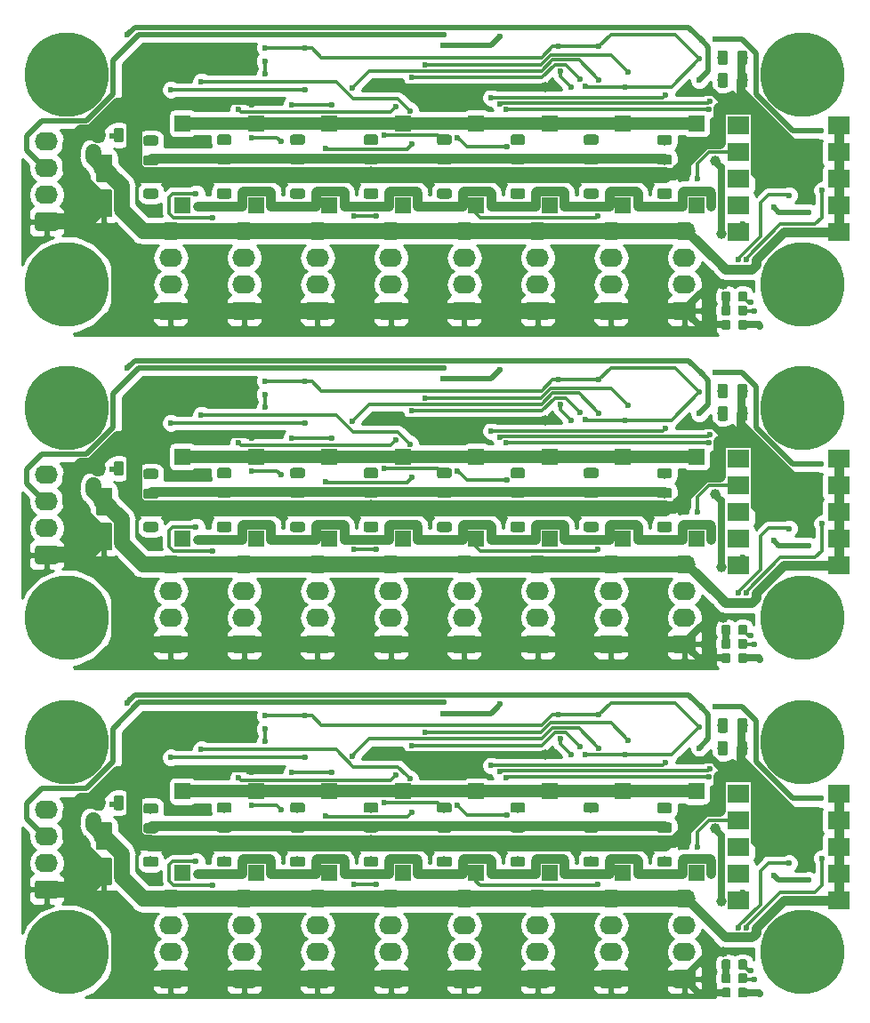
<source format=gtl>
G04 #@! TF.GenerationSoftware,KiCad,Pcbnew,5.0.2+dfsg1-1~bpo9+1*
G04 #@! TF.CreationDate,2019-07-31T18:24:25+02:00*
G04 #@! TF.ProjectId,IO_BUTTON_BOARD,494f5f42-5554-4544-9f4e-5f424f415244,v1.0*
G04 #@! TF.SameCoordinates,Original*
G04 #@! TF.FileFunction,Copper,L1,Top*
G04 #@! TF.FilePolarity,Positive*
%FSLAX46Y46*%
G04 Gerber Fmt 4.6, Leading zero omitted, Abs format (unit mm)*
G04 Created by KiCad (PCBNEW 5.0.2+dfsg1-1~bpo9+1) date mer. 31 juil. 2019 18:24:25 CEST*
%MOMM*%
%LPD*%
G01*
G04 APERTURE LIST*
G04 #@! TA.AperFunction,Conductor*
%ADD10C,0.100000*%
G04 #@! TD*
G04 #@! TA.AperFunction,SMDPad,CuDef*
%ADD11C,0.975000*%
G04 #@! TD*
G04 #@! TA.AperFunction,SMDPad,CuDef*
%ADD12R,1.500000X1.500000*%
G04 #@! TD*
G04 #@! TA.AperFunction,SMDPad,CuDef*
%ADD13C,0.875000*%
G04 #@! TD*
G04 #@! TA.AperFunction,ComponentPad*
%ADD14C,8.000000*%
G04 #@! TD*
G04 #@! TA.AperFunction,ComponentPad*
%ADD15C,1.740000*%
G04 #@! TD*
G04 #@! TA.AperFunction,ComponentPad*
%ADD16O,2.200000X1.740000*%
G04 #@! TD*
G04 #@! TA.AperFunction,SMDPad,CuDef*
%ADD17C,1.600000*%
G04 #@! TD*
G04 #@! TA.AperFunction,SMDPad,CuDef*
%ADD18R,2.000000X1.780000*%
G04 #@! TD*
G04 #@! TA.AperFunction,ViaPad*
%ADD19C,0.600000*%
G04 #@! TD*
G04 #@! TA.AperFunction,ViaPad*
%ADD20C,1.000000*%
G04 #@! TD*
G04 #@! TA.AperFunction,ViaPad*
%ADD21C,1.200000*%
G04 #@! TD*
G04 #@! TA.AperFunction,Conductor*
%ADD22C,1.500000*%
G04 #@! TD*
G04 #@! TA.AperFunction,Conductor*
%ADD23C,0.700000*%
G04 #@! TD*
G04 #@! TA.AperFunction,Conductor*
%ADD24C,0.500000*%
G04 #@! TD*
G04 #@! TA.AperFunction,Conductor*
%ADD25C,1.200000*%
G04 #@! TD*
G04 #@! TA.AperFunction,Conductor*
%ADD26C,0.900000*%
G04 #@! TD*
G04 #@! TA.AperFunction,Conductor*
%ADD27C,0.300000*%
G04 #@! TD*
G04 #@! TA.AperFunction,Conductor*
%ADD28C,0.254000*%
G04 #@! TD*
G04 APERTURE END LIST*
D10*
G04 #@! TO.N,Net-(D106-Pad2)*
G04 #@! TO.C,D106*
G36*
X138656142Y-130275174D02*
X138679803Y-130278684D01*
X138703007Y-130284496D01*
X138725529Y-130292554D01*
X138747153Y-130302782D01*
X138767670Y-130315079D01*
X138786883Y-130329329D01*
X138804607Y-130345393D01*
X138820671Y-130363117D01*
X138834921Y-130382330D01*
X138847218Y-130402847D01*
X138857446Y-130424471D01*
X138865504Y-130446993D01*
X138871316Y-130470197D01*
X138874826Y-130493858D01*
X138876000Y-130517750D01*
X138876000Y-131005250D01*
X138874826Y-131029142D01*
X138871316Y-131052803D01*
X138865504Y-131076007D01*
X138857446Y-131098529D01*
X138847218Y-131120153D01*
X138834921Y-131140670D01*
X138820671Y-131159883D01*
X138804607Y-131177607D01*
X138786883Y-131193671D01*
X138767670Y-131207921D01*
X138747153Y-131220218D01*
X138725529Y-131230446D01*
X138703007Y-131238504D01*
X138679803Y-131244316D01*
X138656142Y-131247826D01*
X138632250Y-131249000D01*
X137719750Y-131249000D01*
X137695858Y-131247826D01*
X137672197Y-131244316D01*
X137648993Y-131238504D01*
X137626471Y-131230446D01*
X137604847Y-131220218D01*
X137584330Y-131207921D01*
X137565117Y-131193671D01*
X137547393Y-131177607D01*
X137531329Y-131159883D01*
X137517079Y-131140670D01*
X137504782Y-131120153D01*
X137494554Y-131098529D01*
X137486496Y-131076007D01*
X137480684Y-131052803D01*
X137477174Y-131029142D01*
X137476000Y-131005250D01*
X137476000Y-130517750D01*
X137477174Y-130493858D01*
X137480684Y-130470197D01*
X137486496Y-130446993D01*
X137494554Y-130424471D01*
X137504782Y-130402847D01*
X137517079Y-130382330D01*
X137531329Y-130363117D01*
X137547393Y-130345393D01*
X137565117Y-130329329D01*
X137584330Y-130315079D01*
X137604847Y-130302782D01*
X137626471Y-130292554D01*
X137648993Y-130284496D01*
X137672197Y-130278684D01*
X137695858Y-130275174D01*
X137719750Y-130274000D01*
X138632250Y-130274000D01*
X138656142Y-130275174D01*
X138656142Y-130275174D01*
G37*
D11*
G04 #@! TD*
G04 #@! TO.P,D106,2*
G04 #@! TO.N,Net-(D106-Pad2)*
X138176000Y-130761500D03*
D10*
G04 #@! TO.N,/INPUT_LED_GND*
G04 #@! TO.C,D106*
G36*
X138656142Y-132150174D02*
X138679803Y-132153684D01*
X138703007Y-132159496D01*
X138725529Y-132167554D01*
X138747153Y-132177782D01*
X138767670Y-132190079D01*
X138786883Y-132204329D01*
X138804607Y-132220393D01*
X138820671Y-132238117D01*
X138834921Y-132257330D01*
X138847218Y-132277847D01*
X138857446Y-132299471D01*
X138865504Y-132321993D01*
X138871316Y-132345197D01*
X138874826Y-132368858D01*
X138876000Y-132392750D01*
X138876000Y-132880250D01*
X138874826Y-132904142D01*
X138871316Y-132927803D01*
X138865504Y-132951007D01*
X138857446Y-132973529D01*
X138847218Y-132995153D01*
X138834921Y-133015670D01*
X138820671Y-133034883D01*
X138804607Y-133052607D01*
X138786883Y-133068671D01*
X138767670Y-133082921D01*
X138747153Y-133095218D01*
X138725529Y-133105446D01*
X138703007Y-133113504D01*
X138679803Y-133119316D01*
X138656142Y-133122826D01*
X138632250Y-133124000D01*
X137719750Y-133124000D01*
X137695858Y-133122826D01*
X137672197Y-133119316D01*
X137648993Y-133113504D01*
X137626471Y-133105446D01*
X137604847Y-133095218D01*
X137584330Y-133082921D01*
X137565117Y-133068671D01*
X137547393Y-133052607D01*
X137531329Y-133034883D01*
X137517079Y-133015670D01*
X137504782Y-132995153D01*
X137494554Y-132973529D01*
X137486496Y-132951007D01*
X137480684Y-132927803D01*
X137477174Y-132904142D01*
X137476000Y-132880250D01*
X137476000Y-132392750D01*
X137477174Y-132368858D01*
X137480684Y-132345197D01*
X137486496Y-132321993D01*
X137494554Y-132299471D01*
X137504782Y-132277847D01*
X137517079Y-132257330D01*
X137531329Y-132238117D01*
X137547393Y-132220393D01*
X137565117Y-132204329D01*
X137584330Y-132190079D01*
X137604847Y-132177782D01*
X137626471Y-132167554D01*
X137648993Y-132159496D01*
X137672197Y-132153684D01*
X137695858Y-132150174D01*
X137719750Y-132149000D01*
X138632250Y-132149000D01*
X138656142Y-132150174D01*
X138656142Y-132150174D01*
G37*
D11*
G04 #@! TD*
G04 #@! TO.P,D106,1*
G04 #@! TO.N,/INPUT_LED_GND*
X138176000Y-132636500D03*
D12*
G04 #@! TO.P,SW106,1*
G04 #@! TO.N,Net-(R158-Pad1)*
X162179000Y-136996000D03*
G04 #@! TO.P,SW106,2*
G04 #@! TO.N,/CONTACT_LANE*
X162179000Y-129196000D03*
G04 #@! TD*
D10*
G04 #@! TO.N,Net-(Q101-Pad3)*
G04 #@! TO.C,R116*
G36*
X186193491Y-145220453D02*
X186214726Y-145223603D01*
X186235550Y-145228819D01*
X186255762Y-145236051D01*
X186275168Y-145245230D01*
X186293581Y-145256266D01*
X186310824Y-145269054D01*
X186326730Y-145283470D01*
X186341146Y-145299376D01*
X186353934Y-145316619D01*
X186364970Y-145335032D01*
X186374149Y-145354438D01*
X186381381Y-145374650D01*
X186386597Y-145395474D01*
X186389747Y-145416709D01*
X186390800Y-145438150D01*
X186390800Y-145950650D01*
X186389747Y-145972091D01*
X186386597Y-145993326D01*
X186381381Y-146014150D01*
X186374149Y-146034362D01*
X186364970Y-146053768D01*
X186353934Y-146072181D01*
X186341146Y-146089424D01*
X186326730Y-146105330D01*
X186310824Y-146119746D01*
X186293581Y-146132534D01*
X186275168Y-146143570D01*
X186255762Y-146152749D01*
X186235550Y-146159981D01*
X186214726Y-146165197D01*
X186193491Y-146168347D01*
X186172050Y-146169400D01*
X185734550Y-146169400D01*
X185713109Y-146168347D01*
X185691874Y-146165197D01*
X185671050Y-146159981D01*
X185650838Y-146152749D01*
X185631432Y-146143570D01*
X185613019Y-146132534D01*
X185595776Y-146119746D01*
X185579870Y-146105330D01*
X185565454Y-146089424D01*
X185552666Y-146072181D01*
X185541630Y-146053768D01*
X185532451Y-146034362D01*
X185525219Y-146014150D01*
X185520003Y-145993326D01*
X185516853Y-145972091D01*
X185515800Y-145950650D01*
X185515800Y-145438150D01*
X185516853Y-145416709D01*
X185520003Y-145395474D01*
X185525219Y-145374650D01*
X185532451Y-145354438D01*
X185541630Y-145335032D01*
X185552666Y-145316619D01*
X185565454Y-145299376D01*
X185579870Y-145283470D01*
X185595776Y-145269054D01*
X185613019Y-145256266D01*
X185631432Y-145245230D01*
X185650838Y-145236051D01*
X185671050Y-145228819D01*
X185691874Y-145223603D01*
X185713109Y-145220453D01*
X185734550Y-145219400D01*
X186172050Y-145219400D01*
X186193491Y-145220453D01*
X186193491Y-145220453D01*
G37*
D13*
G04 #@! TD*
G04 #@! TO.P,R116,2*
G04 #@! TO.N,Net-(Q101-Pad3)*
X185953300Y-145694400D03*
D10*
G04 #@! TO.N,Net-(Q106-Pad1)*
G04 #@! TO.C,R116*
G36*
X187768491Y-145220453D02*
X187789726Y-145223603D01*
X187810550Y-145228819D01*
X187830762Y-145236051D01*
X187850168Y-145245230D01*
X187868581Y-145256266D01*
X187885824Y-145269054D01*
X187901730Y-145283470D01*
X187916146Y-145299376D01*
X187928934Y-145316619D01*
X187939970Y-145335032D01*
X187949149Y-145354438D01*
X187956381Y-145374650D01*
X187961597Y-145395474D01*
X187964747Y-145416709D01*
X187965800Y-145438150D01*
X187965800Y-145950650D01*
X187964747Y-145972091D01*
X187961597Y-145993326D01*
X187956381Y-146014150D01*
X187949149Y-146034362D01*
X187939970Y-146053768D01*
X187928934Y-146072181D01*
X187916146Y-146089424D01*
X187901730Y-146105330D01*
X187885824Y-146119746D01*
X187868581Y-146132534D01*
X187850168Y-146143570D01*
X187830762Y-146152749D01*
X187810550Y-146159981D01*
X187789726Y-146165197D01*
X187768491Y-146168347D01*
X187747050Y-146169400D01*
X187309550Y-146169400D01*
X187288109Y-146168347D01*
X187266874Y-146165197D01*
X187246050Y-146159981D01*
X187225838Y-146152749D01*
X187206432Y-146143570D01*
X187188019Y-146132534D01*
X187170776Y-146119746D01*
X187154870Y-146105330D01*
X187140454Y-146089424D01*
X187127666Y-146072181D01*
X187116630Y-146053768D01*
X187107451Y-146034362D01*
X187100219Y-146014150D01*
X187095003Y-145993326D01*
X187091853Y-145972091D01*
X187090800Y-145950650D01*
X187090800Y-145438150D01*
X187091853Y-145416709D01*
X187095003Y-145395474D01*
X187100219Y-145374650D01*
X187107451Y-145354438D01*
X187116630Y-145335032D01*
X187127666Y-145316619D01*
X187140454Y-145299376D01*
X187154870Y-145283470D01*
X187170776Y-145269054D01*
X187188019Y-145256266D01*
X187206432Y-145245230D01*
X187225838Y-145236051D01*
X187246050Y-145228819D01*
X187266874Y-145223603D01*
X187288109Y-145220453D01*
X187309550Y-145219400D01*
X187747050Y-145219400D01*
X187768491Y-145220453D01*
X187768491Y-145220453D01*
G37*
D13*
G04 #@! TD*
G04 #@! TO.P,R116,1*
G04 #@! TO.N,Net-(Q106-Pad1)*
X187528300Y-145694400D03*
D14*
G04 #@! TO.P,H101,1*
G04 #@! TO.N,N/C*
X123206000Y-144538000D03*
G04 #@! TD*
D10*
G04 #@! TO.N,Net-(D118-Pad2)*
G04 #@! TO.C,D118*
G36*
X166596142Y-135403674D02*
X166619803Y-135407184D01*
X166643007Y-135412996D01*
X166665529Y-135421054D01*
X166687153Y-135431282D01*
X166707670Y-135443579D01*
X166726883Y-135457829D01*
X166744607Y-135473893D01*
X166760671Y-135491617D01*
X166774921Y-135510830D01*
X166787218Y-135531347D01*
X166797446Y-135552971D01*
X166805504Y-135575493D01*
X166811316Y-135598697D01*
X166814826Y-135622358D01*
X166816000Y-135646250D01*
X166816000Y-136133750D01*
X166814826Y-136157642D01*
X166811316Y-136181303D01*
X166805504Y-136204507D01*
X166797446Y-136227029D01*
X166787218Y-136248653D01*
X166774921Y-136269170D01*
X166760671Y-136288383D01*
X166744607Y-136306107D01*
X166726883Y-136322171D01*
X166707670Y-136336421D01*
X166687153Y-136348718D01*
X166665529Y-136358946D01*
X166643007Y-136367004D01*
X166619803Y-136372816D01*
X166596142Y-136376326D01*
X166572250Y-136377500D01*
X165659750Y-136377500D01*
X165635858Y-136376326D01*
X165612197Y-136372816D01*
X165588993Y-136367004D01*
X165566471Y-136358946D01*
X165544847Y-136348718D01*
X165524330Y-136336421D01*
X165505117Y-136322171D01*
X165487393Y-136306107D01*
X165471329Y-136288383D01*
X165457079Y-136269170D01*
X165444782Y-136248653D01*
X165434554Y-136227029D01*
X165426496Y-136204507D01*
X165420684Y-136181303D01*
X165417174Y-136157642D01*
X165416000Y-136133750D01*
X165416000Y-135646250D01*
X165417174Y-135622358D01*
X165420684Y-135598697D01*
X165426496Y-135575493D01*
X165434554Y-135552971D01*
X165444782Y-135531347D01*
X165457079Y-135510830D01*
X165471329Y-135491617D01*
X165487393Y-135473893D01*
X165505117Y-135457829D01*
X165524330Y-135443579D01*
X165544847Y-135431282D01*
X165566471Y-135421054D01*
X165588993Y-135412996D01*
X165612197Y-135407184D01*
X165635858Y-135403674D01*
X165659750Y-135402500D01*
X166572250Y-135402500D01*
X166596142Y-135403674D01*
X166596142Y-135403674D01*
G37*
D11*
G04 #@! TD*
G04 #@! TO.P,D118,2*
G04 #@! TO.N,Net-(D118-Pad2)*
X166116000Y-135890000D03*
D10*
G04 #@! TO.N,GND*
G04 #@! TO.C,D118*
G36*
X166596142Y-133528674D02*
X166619803Y-133532184D01*
X166643007Y-133537996D01*
X166665529Y-133546054D01*
X166687153Y-133556282D01*
X166707670Y-133568579D01*
X166726883Y-133582829D01*
X166744607Y-133598893D01*
X166760671Y-133616617D01*
X166774921Y-133635830D01*
X166787218Y-133656347D01*
X166797446Y-133677971D01*
X166805504Y-133700493D01*
X166811316Y-133723697D01*
X166814826Y-133747358D01*
X166816000Y-133771250D01*
X166816000Y-134258750D01*
X166814826Y-134282642D01*
X166811316Y-134306303D01*
X166805504Y-134329507D01*
X166797446Y-134352029D01*
X166787218Y-134373653D01*
X166774921Y-134394170D01*
X166760671Y-134413383D01*
X166744607Y-134431107D01*
X166726883Y-134447171D01*
X166707670Y-134461421D01*
X166687153Y-134473718D01*
X166665529Y-134483946D01*
X166643007Y-134492004D01*
X166619803Y-134497816D01*
X166596142Y-134501326D01*
X166572250Y-134502500D01*
X165659750Y-134502500D01*
X165635858Y-134501326D01*
X165612197Y-134497816D01*
X165588993Y-134492004D01*
X165566471Y-134483946D01*
X165544847Y-134473718D01*
X165524330Y-134461421D01*
X165505117Y-134447171D01*
X165487393Y-134431107D01*
X165471329Y-134413383D01*
X165457079Y-134394170D01*
X165444782Y-134373653D01*
X165434554Y-134352029D01*
X165426496Y-134329507D01*
X165420684Y-134306303D01*
X165417174Y-134282642D01*
X165416000Y-134258750D01*
X165416000Y-133771250D01*
X165417174Y-133747358D01*
X165420684Y-133723697D01*
X165426496Y-133700493D01*
X165434554Y-133677971D01*
X165444782Y-133656347D01*
X165457079Y-133635830D01*
X165471329Y-133616617D01*
X165487393Y-133598893D01*
X165505117Y-133582829D01*
X165524330Y-133568579D01*
X165544847Y-133556282D01*
X165566471Y-133546054D01*
X165588993Y-133537996D01*
X165612197Y-133532184D01*
X165635858Y-133528674D01*
X165659750Y-133527500D01*
X166572250Y-133527500D01*
X166596142Y-133528674D01*
X166596142Y-133528674D01*
G37*
D11*
G04 #@! TD*
G04 #@! TO.P,D118,1*
G04 #@! TO.N,GND*
X166116000Y-134015000D03*
D10*
G04 #@! TO.N,Net-(D114-Pad2)*
G04 #@! TO.C,D114*
G36*
X138656142Y-135403674D02*
X138679803Y-135407184D01*
X138703007Y-135412996D01*
X138725529Y-135421054D01*
X138747153Y-135431282D01*
X138767670Y-135443579D01*
X138786883Y-135457829D01*
X138804607Y-135473893D01*
X138820671Y-135491617D01*
X138834921Y-135510830D01*
X138847218Y-135531347D01*
X138857446Y-135552971D01*
X138865504Y-135575493D01*
X138871316Y-135598697D01*
X138874826Y-135622358D01*
X138876000Y-135646250D01*
X138876000Y-136133750D01*
X138874826Y-136157642D01*
X138871316Y-136181303D01*
X138865504Y-136204507D01*
X138857446Y-136227029D01*
X138847218Y-136248653D01*
X138834921Y-136269170D01*
X138820671Y-136288383D01*
X138804607Y-136306107D01*
X138786883Y-136322171D01*
X138767670Y-136336421D01*
X138747153Y-136348718D01*
X138725529Y-136358946D01*
X138703007Y-136367004D01*
X138679803Y-136372816D01*
X138656142Y-136376326D01*
X138632250Y-136377500D01*
X137719750Y-136377500D01*
X137695858Y-136376326D01*
X137672197Y-136372816D01*
X137648993Y-136367004D01*
X137626471Y-136358946D01*
X137604847Y-136348718D01*
X137584330Y-136336421D01*
X137565117Y-136322171D01*
X137547393Y-136306107D01*
X137531329Y-136288383D01*
X137517079Y-136269170D01*
X137504782Y-136248653D01*
X137494554Y-136227029D01*
X137486496Y-136204507D01*
X137480684Y-136181303D01*
X137477174Y-136157642D01*
X137476000Y-136133750D01*
X137476000Y-135646250D01*
X137477174Y-135622358D01*
X137480684Y-135598697D01*
X137486496Y-135575493D01*
X137494554Y-135552971D01*
X137504782Y-135531347D01*
X137517079Y-135510830D01*
X137531329Y-135491617D01*
X137547393Y-135473893D01*
X137565117Y-135457829D01*
X137584330Y-135443579D01*
X137604847Y-135431282D01*
X137626471Y-135421054D01*
X137648993Y-135412996D01*
X137672197Y-135407184D01*
X137695858Y-135403674D01*
X137719750Y-135402500D01*
X138632250Y-135402500D01*
X138656142Y-135403674D01*
X138656142Y-135403674D01*
G37*
D11*
G04 #@! TD*
G04 #@! TO.P,D114,2*
G04 #@! TO.N,Net-(D114-Pad2)*
X138176000Y-135890000D03*
D10*
G04 #@! TO.N,GND*
G04 #@! TO.C,D114*
G36*
X138656142Y-133528674D02*
X138679803Y-133532184D01*
X138703007Y-133537996D01*
X138725529Y-133546054D01*
X138747153Y-133556282D01*
X138767670Y-133568579D01*
X138786883Y-133582829D01*
X138804607Y-133598893D01*
X138820671Y-133616617D01*
X138834921Y-133635830D01*
X138847218Y-133656347D01*
X138857446Y-133677971D01*
X138865504Y-133700493D01*
X138871316Y-133723697D01*
X138874826Y-133747358D01*
X138876000Y-133771250D01*
X138876000Y-134258750D01*
X138874826Y-134282642D01*
X138871316Y-134306303D01*
X138865504Y-134329507D01*
X138857446Y-134352029D01*
X138847218Y-134373653D01*
X138834921Y-134394170D01*
X138820671Y-134413383D01*
X138804607Y-134431107D01*
X138786883Y-134447171D01*
X138767670Y-134461421D01*
X138747153Y-134473718D01*
X138725529Y-134483946D01*
X138703007Y-134492004D01*
X138679803Y-134497816D01*
X138656142Y-134501326D01*
X138632250Y-134502500D01*
X137719750Y-134502500D01*
X137695858Y-134501326D01*
X137672197Y-134497816D01*
X137648993Y-134492004D01*
X137626471Y-134483946D01*
X137604847Y-134473718D01*
X137584330Y-134461421D01*
X137565117Y-134447171D01*
X137547393Y-134431107D01*
X137531329Y-134413383D01*
X137517079Y-134394170D01*
X137504782Y-134373653D01*
X137494554Y-134352029D01*
X137486496Y-134329507D01*
X137480684Y-134306303D01*
X137477174Y-134282642D01*
X137476000Y-134258750D01*
X137476000Y-133771250D01*
X137477174Y-133747358D01*
X137480684Y-133723697D01*
X137486496Y-133700493D01*
X137494554Y-133677971D01*
X137504782Y-133656347D01*
X137517079Y-133635830D01*
X137531329Y-133616617D01*
X137547393Y-133598893D01*
X137565117Y-133582829D01*
X137584330Y-133568579D01*
X137604847Y-133556282D01*
X137626471Y-133546054D01*
X137648993Y-133537996D01*
X137672197Y-133532184D01*
X137695858Y-133528674D01*
X137719750Y-133527500D01*
X138632250Y-133527500D01*
X138656142Y-133528674D01*
X138656142Y-133528674D01*
G37*
D11*
G04 #@! TD*
G04 #@! TO.P,D114,1*
G04 #@! TO.N,GND*
X138176000Y-134015000D03*
D14*
G04 #@! TO.P,H104,1*
G04 #@! TO.N,N/C*
X193206000Y-144538000D03*
G04 #@! TD*
D10*
G04 #@! TO.N,GND*
G04 #@! TO.C,P103*
G36*
X140955505Y-146197204D02*
X140979773Y-146200804D01*
X141003572Y-146206765D01*
X141026671Y-146215030D01*
X141048850Y-146225520D01*
X141069893Y-146238132D01*
X141089599Y-146252747D01*
X141107777Y-146269223D01*
X141124253Y-146287401D01*
X141138868Y-146307107D01*
X141151480Y-146328150D01*
X141161970Y-146350329D01*
X141170235Y-146373428D01*
X141176196Y-146397227D01*
X141179796Y-146421495D01*
X141181000Y-146445999D01*
X141181000Y-147686001D01*
X141179796Y-147710505D01*
X141176196Y-147734773D01*
X141170235Y-147758572D01*
X141161970Y-147781671D01*
X141151480Y-147803850D01*
X141138868Y-147824893D01*
X141124253Y-147844599D01*
X141107777Y-147862777D01*
X141089599Y-147879253D01*
X141069893Y-147893868D01*
X141048850Y-147906480D01*
X141026671Y-147916970D01*
X141003572Y-147925235D01*
X140979773Y-147931196D01*
X140955505Y-147934796D01*
X140931001Y-147936000D01*
X139230999Y-147936000D01*
X139206495Y-147934796D01*
X139182227Y-147931196D01*
X139158428Y-147925235D01*
X139135329Y-147916970D01*
X139113150Y-147906480D01*
X139092107Y-147893868D01*
X139072401Y-147879253D01*
X139054223Y-147862777D01*
X139037747Y-147844599D01*
X139023132Y-147824893D01*
X139010520Y-147803850D01*
X139000030Y-147781671D01*
X138991765Y-147758572D01*
X138985804Y-147734773D01*
X138982204Y-147710505D01*
X138981000Y-147686001D01*
X138981000Y-146445999D01*
X138982204Y-146421495D01*
X138985804Y-146397227D01*
X138991765Y-146373428D01*
X139000030Y-146350329D01*
X139010520Y-146328150D01*
X139023132Y-146307107D01*
X139037747Y-146287401D01*
X139054223Y-146269223D01*
X139072401Y-146252747D01*
X139092107Y-146238132D01*
X139113150Y-146225520D01*
X139135329Y-146215030D01*
X139158428Y-146206765D01*
X139182227Y-146200804D01*
X139206495Y-146197204D01*
X139230999Y-146196000D01*
X140931001Y-146196000D01*
X140955505Y-146197204D01*
X140955505Y-146197204D01*
G37*
D15*
G04 #@! TD*
G04 #@! TO.P,P103,1*
G04 #@! TO.N,GND*
X140081000Y-147066000D03*
D16*
G04 #@! TO.P,P103,2*
G04 #@! TO.N,/IN_1*
X140081000Y-144526000D03*
G04 #@! TO.P,P103,3*
G04 #@! TO.N,/OUT_1*
X140081000Y-141986000D03*
G04 #@! TO.P,P103,4*
G04 #@! TO.N,VCC*
X140081000Y-139446000D03*
G04 #@! TD*
D10*
G04 #@! TO.N,Net-(D112-Pad2)*
G04 #@! TO.C,D112*
G36*
X180566142Y-130300674D02*
X180589803Y-130304184D01*
X180613007Y-130309996D01*
X180635529Y-130318054D01*
X180657153Y-130328282D01*
X180677670Y-130340579D01*
X180696883Y-130354829D01*
X180714607Y-130370893D01*
X180730671Y-130388617D01*
X180744921Y-130407830D01*
X180757218Y-130428347D01*
X180767446Y-130449971D01*
X180775504Y-130472493D01*
X180781316Y-130495697D01*
X180784826Y-130519358D01*
X180786000Y-130543250D01*
X180786000Y-131030750D01*
X180784826Y-131054642D01*
X180781316Y-131078303D01*
X180775504Y-131101507D01*
X180767446Y-131124029D01*
X180757218Y-131145653D01*
X180744921Y-131166170D01*
X180730671Y-131185383D01*
X180714607Y-131203107D01*
X180696883Y-131219171D01*
X180677670Y-131233421D01*
X180657153Y-131245718D01*
X180635529Y-131255946D01*
X180613007Y-131264004D01*
X180589803Y-131269816D01*
X180566142Y-131273326D01*
X180542250Y-131274500D01*
X179629750Y-131274500D01*
X179605858Y-131273326D01*
X179582197Y-131269816D01*
X179558993Y-131264004D01*
X179536471Y-131255946D01*
X179514847Y-131245718D01*
X179494330Y-131233421D01*
X179475117Y-131219171D01*
X179457393Y-131203107D01*
X179441329Y-131185383D01*
X179427079Y-131166170D01*
X179414782Y-131145653D01*
X179404554Y-131124029D01*
X179396496Y-131101507D01*
X179390684Y-131078303D01*
X179387174Y-131054642D01*
X179386000Y-131030750D01*
X179386000Y-130543250D01*
X179387174Y-130519358D01*
X179390684Y-130495697D01*
X179396496Y-130472493D01*
X179404554Y-130449971D01*
X179414782Y-130428347D01*
X179427079Y-130407830D01*
X179441329Y-130388617D01*
X179457393Y-130370893D01*
X179475117Y-130354829D01*
X179494330Y-130340579D01*
X179514847Y-130328282D01*
X179536471Y-130318054D01*
X179558993Y-130309996D01*
X179582197Y-130304184D01*
X179605858Y-130300674D01*
X179629750Y-130299500D01*
X180542250Y-130299500D01*
X180566142Y-130300674D01*
X180566142Y-130300674D01*
G37*
D11*
G04 #@! TD*
G04 #@! TO.P,D112,2*
G04 #@! TO.N,Net-(D112-Pad2)*
X180086000Y-130787000D03*
D10*
G04 #@! TO.N,/INPUT_LED_GND*
G04 #@! TO.C,D112*
G36*
X180566142Y-132175674D02*
X180589803Y-132179184D01*
X180613007Y-132184996D01*
X180635529Y-132193054D01*
X180657153Y-132203282D01*
X180677670Y-132215579D01*
X180696883Y-132229829D01*
X180714607Y-132245893D01*
X180730671Y-132263617D01*
X180744921Y-132282830D01*
X180757218Y-132303347D01*
X180767446Y-132324971D01*
X180775504Y-132347493D01*
X180781316Y-132370697D01*
X180784826Y-132394358D01*
X180786000Y-132418250D01*
X180786000Y-132905750D01*
X180784826Y-132929642D01*
X180781316Y-132953303D01*
X180775504Y-132976507D01*
X180767446Y-132999029D01*
X180757218Y-133020653D01*
X180744921Y-133041170D01*
X180730671Y-133060383D01*
X180714607Y-133078107D01*
X180696883Y-133094171D01*
X180677670Y-133108421D01*
X180657153Y-133120718D01*
X180635529Y-133130946D01*
X180613007Y-133139004D01*
X180589803Y-133144816D01*
X180566142Y-133148326D01*
X180542250Y-133149500D01*
X179629750Y-133149500D01*
X179605858Y-133148326D01*
X179582197Y-133144816D01*
X179558993Y-133139004D01*
X179536471Y-133130946D01*
X179514847Y-133120718D01*
X179494330Y-133108421D01*
X179475117Y-133094171D01*
X179457393Y-133078107D01*
X179441329Y-133060383D01*
X179427079Y-133041170D01*
X179414782Y-133020653D01*
X179404554Y-132999029D01*
X179396496Y-132976507D01*
X179390684Y-132953303D01*
X179387174Y-132929642D01*
X179386000Y-132905750D01*
X179386000Y-132418250D01*
X179387174Y-132394358D01*
X179390684Y-132370697D01*
X179396496Y-132347493D01*
X179404554Y-132324971D01*
X179414782Y-132303347D01*
X179427079Y-132282830D01*
X179441329Y-132263617D01*
X179457393Y-132245893D01*
X179475117Y-132229829D01*
X179494330Y-132215579D01*
X179514847Y-132203282D01*
X179536471Y-132193054D01*
X179558993Y-132184996D01*
X179582197Y-132179184D01*
X179605858Y-132175674D01*
X179629750Y-132174500D01*
X180542250Y-132174500D01*
X180566142Y-132175674D01*
X180566142Y-132175674D01*
G37*
D11*
G04 #@! TD*
G04 #@! TO.P,D112,1*
G04 #@! TO.N,/INPUT_LED_GND*
X180086000Y-132662000D03*
D10*
G04 #@! TO.N,GND*
G04 #@! TO.C,P105*
G36*
X154925505Y-146197204D02*
X154949773Y-146200804D01*
X154973572Y-146206765D01*
X154996671Y-146215030D01*
X155018850Y-146225520D01*
X155039893Y-146238132D01*
X155059599Y-146252747D01*
X155077777Y-146269223D01*
X155094253Y-146287401D01*
X155108868Y-146307107D01*
X155121480Y-146328150D01*
X155131970Y-146350329D01*
X155140235Y-146373428D01*
X155146196Y-146397227D01*
X155149796Y-146421495D01*
X155151000Y-146445999D01*
X155151000Y-147686001D01*
X155149796Y-147710505D01*
X155146196Y-147734773D01*
X155140235Y-147758572D01*
X155131970Y-147781671D01*
X155121480Y-147803850D01*
X155108868Y-147824893D01*
X155094253Y-147844599D01*
X155077777Y-147862777D01*
X155059599Y-147879253D01*
X155039893Y-147893868D01*
X155018850Y-147906480D01*
X154996671Y-147916970D01*
X154973572Y-147925235D01*
X154949773Y-147931196D01*
X154925505Y-147934796D01*
X154901001Y-147936000D01*
X153200999Y-147936000D01*
X153176495Y-147934796D01*
X153152227Y-147931196D01*
X153128428Y-147925235D01*
X153105329Y-147916970D01*
X153083150Y-147906480D01*
X153062107Y-147893868D01*
X153042401Y-147879253D01*
X153024223Y-147862777D01*
X153007747Y-147844599D01*
X152993132Y-147824893D01*
X152980520Y-147803850D01*
X152970030Y-147781671D01*
X152961765Y-147758572D01*
X152955804Y-147734773D01*
X152952204Y-147710505D01*
X152951000Y-147686001D01*
X152951000Y-146445999D01*
X152952204Y-146421495D01*
X152955804Y-146397227D01*
X152961765Y-146373428D01*
X152970030Y-146350329D01*
X152980520Y-146328150D01*
X152993132Y-146307107D01*
X153007747Y-146287401D01*
X153024223Y-146269223D01*
X153042401Y-146252747D01*
X153062107Y-146238132D01*
X153083150Y-146225520D01*
X153105329Y-146215030D01*
X153128428Y-146206765D01*
X153152227Y-146200804D01*
X153176495Y-146197204D01*
X153200999Y-146196000D01*
X154901001Y-146196000D01*
X154925505Y-146197204D01*
X154925505Y-146197204D01*
G37*
D15*
G04 #@! TD*
G04 #@! TO.P,P105,1*
G04 #@! TO.N,GND*
X154051000Y-147066000D03*
D16*
G04 #@! TO.P,P105,2*
G04 #@! TO.N,/IN_3*
X154051000Y-144526000D03*
G04 #@! TO.P,P105,3*
G04 #@! TO.N,/OUT_3*
X154051000Y-141986000D03*
G04 #@! TO.P,P105,4*
G04 #@! TO.N,VCC*
X154051000Y-139446000D03*
G04 #@! TD*
G04 #@! TO.P,P106,4*
G04 #@! TO.N,VCC*
X161036000Y-139446000D03*
G04 #@! TO.P,P106,3*
G04 #@! TO.N,/OUT_4*
X161036000Y-141986000D03*
G04 #@! TO.P,P106,2*
G04 #@! TO.N,/IN_4*
X161036000Y-144526000D03*
D10*
G04 #@! TD*
G04 #@! TO.N,GND*
G04 #@! TO.C,P106*
G36*
X161910505Y-146197204D02*
X161934773Y-146200804D01*
X161958572Y-146206765D01*
X161981671Y-146215030D01*
X162003850Y-146225520D01*
X162024893Y-146238132D01*
X162044599Y-146252747D01*
X162062777Y-146269223D01*
X162079253Y-146287401D01*
X162093868Y-146307107D01*
X162106480Y-146328150D01*
X162116970Y-146350329D01*
X162125235Y-146373428D01*
X162131196Y-146397227D01*
X162134796Y-146421495D01*
X162136000Y-146445999D01*
X162136000Y-147686001D01*
X162134796Y-147710505D01*
X162131196Y-147734773D01*
X162125235Y-147758572D01*
X162116970Y-147781671D01*
X162106480Y-147803850D01*
X162093868Y-147824893D01*
X162079253Y-147844599D01*
X162062777Y-147862777D01*
X162044599Y-147879253D01*
X162024893Y-147893868D01*
X162003850Y-147906480D01*
X161981671Y-147916970D01*
X161958572Y-147925235D01*
X161934773Y-147931196D01*
X161910505Y-147934796D01*
X161886001Y-147936000D01*
X160185999Y-147936000D01*
X160161495Y-147934796D01*
X160137227Y-147931196D01*
X160113428Y-147925235D01*
X160090329Y-147916970D01*
X160068150Y-147906480D01*
X160047107Y-147893868D01*
X160027401Y-147879253D01*
X160009223Y-147862777D01*
X159992747Y-147844599D01*
X159978132Y-147824893D01*
X159965520Y-147803850D01*
X159955030Y-147781671D01*
X159946765Y-147758572D01*
X159940804Y-147734773D01*
X159937204Y-147710505D01*
X159936000Y-147686001D01*
X159936000Y-146445999D01*
X159937204Y-146421495D01*
X159940804Y-146397227D01*
X159946765Y-146373428D01*
X159955030Y-146350329D01*
X159965520Y-146328150D01*
X159978132Y-146307107D01*
X159992747Y-146287401D01*
X160009223Y-146269223D01*
X160027401Y-146252747D01*
X160047107Y-146238132D01*
X160068150Y-146225520D01*
X160090329Y-146215030D01*
X160113428Y-146206765D01*
X160137227Y-146200804D01*
X160161495Y-146197204D01*
X160185999Y-146196000D01*
X161886001Y-146196000D01*
X161910505Y-146197204D01*
X161910505Y-146197204D01*
G37*
D15*
G04 #@! TO.P,P106,1*
G04 #@! TO.N,GND*
X161036000Y-147066000D03*
G04 #@! TD*
D10*
G04 #@! TO.N,Net-(D110-Pad2)*
G04 #@! TO.C,D110*
G36*
X166596142Y-130275174D02*
X166619803Y-130278684D01*
X166643007Y-130284496D01*
X166665529Y-130292554D01*
X166687153Y-130302782D01*
X166707670Y-130315079D01*
X166726883Y-130329329D01*
X166744607Y-130345393D01*
X166760671Y-130363117D01*
X166774921Y-130382330D01*
X166787218Y-130402847D01*
X166797446Y-130424471D01*
X166805504Y-130446993D01*
X166811316Y-130470197D01*
X166814826Y-130493858D01*
X166816000Y-130517750D01*
X166816000Y-131005250D01*
X166814826Y-131029142D01*
X166811316Y-131052803D01*
X166805504Y-131076007D01*
X166797446Y-131098529D01*
X166787218Y-131120153D01*
X166774921Y-131140670D01*
X166760671Y-131159883D01*
X166744607Y-131177607D01*
X166726883Y-131193671D01*
X166707670Y-131207921D01*
X166687153Y-131220218D01*
X166665529Y-131230446D01*
X166643007Y-131238504D01*
X166619803Y-131244316D01*
X166596142Y-131247826D01*
X166572250Y-131249000D01*
X165659750Y-131249000D01*
X165635858Y-131247826D01*
X165612197Y-131244316D01*
X165588993Y-131238504D01*
X165566471Y-131230446D01*
X165544847Y-131220218D01*
X165524330Y-131207921D01*
X165505117Y-131193671D01*
X165487393Y-131177607D01*
X165471329Y-131159883D01*
X165457079Y-131140670D01*
X165444782Y-131120153D01*
X165434554Y-131098529D01*
X165426496Y-131076007D01*
X165420684Y-131052803D01*
X165417174Y-131029142D01*
X165416000Y-131005250D01*
X165416000Y-130517750D01*
X165417174Y-130493858D01*
X165420684Y-130470197D01*
X165426496Y-130446993D01*
X165434554Y-130424471D01*
X165444782Y-130402847D01*
X165457079Y-130382330D01*
X165471329Y-130363117D01*
X165487393Y-130345393D01*
X165505117Y-130329329D01*
X165524330Y-130315079D01*
X165544847Y-130302782D01*
X165566471Y-130292554D01*
X165588993Y-130284496D01*
X165612197Y-130278684D01*
X165635858Y-130275174D01*
X165659750Y-130274000D01*
X166572250Y-130274000D01*
X166596142Y-130275174D01*
X166596142Y-130275174D01*
G37*
D11*
G04 #@! TD*
G04 #@! TO.P,D110,2*
G04 #@! TO.N,Net-(D110-Pad2)*
X166116000Y-130761500D03*
D10*
G04 #@! TO.N,/INPUT_LED_GND*
G04 #@! TO.C,D110*
G36*
X166596142Y-132150174D02*
X166619803Y-132153684D01*
X166643007Y-132159496D01*
X166665529Y-132167554D01*
X166687153Y-132177782D01*
X166707670Y-132190079D01*
X166726883Y-132204329D01*
X166744607Y-132220393D01*
X166760671Y-132238117D01*
X166774921Y-132257330D01*
X166787218Y-132277847D01*
X166797446Y-132299471D01*
X166805504Y-132321993D01*
X166811316Y-132345197D01*
X166814826Y-132368858D01*
X166816000Y-132392750D01*
X166816000Y-132880250D01*
X166814826Y-132904142D01*
X166811316Y-132927803D01*
X166805504Y-132951007D01*
X166797446Y-132973529D01*
X166787218Y-132995153D01*
X166774921Y-133015670D01*
X166760671Y-133034883D01*
X166744607Y-133052607D01*
X166726883Y-133068671D01*
X166707670Y-133082921D01*
X166687153Y-133095218D01*
X166665529Y-133105446D01*
X166643007Y-133113504D01*
X166619803Y-133119316D01*
X166596142Y-133122826D01*
X166572250Y-133124000D01*
X165659750Y-133124000D01*
X165635858Y-133122826D01*
X165612197Y-133119316D01*
X165588993Y-133113504D01*
X165566471Y-133105446D01*
X165544847Y-133095218D01*
X165524330Y-133082921D01*
X165505117Y-133068671D01*
X165487393Y-133052607D01*
X165471329Y-133034883D01*
X165457079Y-133015670D01*
X165444782Y-132995153D01*
X165434554Y-132973529D01*
X165426496Y-132951007D01*
X165420684Y-132927803D01*
X165417174Y-132904142D01*
X165416000Y-132880250D01*
X165416000Y-132392750D01*
X165417174Y-132368858D01*
X165420684Y-132345197D01*
X165426496Y-132321993D01*
X165434554Y-132299471D01*
X165444782Y-132277847D01*
X165457079Y-132257330D01*
X165471329Y-132238117D01*
X165487393Y-132220393D01*
X165505117Y-132204329D01*
X165524330Y-132190079D01*
X165544847Y-132177782D01*
X165566471Y-132167554D01*
X165588993Y-132159496D01*
X165612197Y-132153684D01*
X165635858Y-132150174D01*
X165659750Y-132149000D01*
X166572250Y-132149000D01*
X166596142Y-132150174D01*
X166596142Y-132150174D01*
G37*
D11*
G04 #@! TD*
G04 #@! TO.P,D110,1*
G04 #@! TO.N,/INPUT_LED_GND*
X166116000Y-132636500D03*
D16*
G04 #@! TO.P,P104,4*
G04 #@! TO.N,VCC*
X147066000Y-139446000D03*
G04 #@! TO.P,P104,3*
G04 #@! TO.N,/OUT_2*
X147066000Y-141986000D03*
G04 #@! TO.P,P104,2*
G04 #@! TO.N,/IN_2*
X147066000Y-144526000D03*
D10*
G04 #@! TD*
G04 #@! TO.N,GND*
G04 #@! TO.C,P104*
G36*
X147940505Y-146197204D02*
X147964773Y-146200804D01*
X147988572Y-146206765D01*
X148011671Y-146215030D01*
X148033850Y-146225520D01*
X148054893Y-146238132D01*
X148074599Y-146252747D01*
X148092777Y-146269223D01*
X148109253Y-146287401D01*
X148123868Y-146307107D01*
X148136480Y-146328150D01*
X148146970Y-146350329D01*
X148155235Y-146373428D01*
X148161196Y-146397227D01*
X148164796Y-146421495D01*
X148166000Y-146445999D01*
X148166000Y-147686001D01*
X148164796Y-147710505D01*
X148161196Y-147734773D01*
X148155235Y-147758572D01*
X148146970Y-147781671D01*
X148136480Y-147803850D01*
X148123868Y-147824893D01*
X148109253Y-147844599D01*
X148092777Y-147862777D01*
X148074599Y-147879253D01*
X148054893Y-147893868D01*
X148033850Y-147906480D01*
X148011671Y-147916970D01*
X147988572Y-147925235D01*
X147964773Y-147931196D01*
X147940505Y-147934796D01*
X147916001Y-147936000D01*
X146215999Y-147936000D01*
X146191495Y-147934796D01*
X146167227Y-147931196D01*
X146143428Y-147925235D01*
X146120329Y-147916970D01*
X146098150Y-147906480D01*
X146077107Y-147893868D01*
X146057401Y-147879253D01*
X146039223Y-147862777D01*
X146022747Y-147844599D01*
X146008132Y-147824893D01*
X145995520Y-147803850D01*
X145985030Y-147781671D01*
X145976765Y-147758572D01*
X145970804Y-147734773D01*
X145967204Y-147710505D01*
X145966000Y-147686001D01*
X145966000Y-146445999D01*
X145967204Y-146421495D01*
X145970804Y-146397227D01*
X145976765Y-146373428D01*
X145985030Y-146350329D01*
X145995520Y-146328150D01*
X146008132Y-146307107D01*
X146022747Y-146287401D01*
X146039223Y-146269223D01*
X146057401Y-146252747D01*
X146077107Y-146238132D01*
X146098150Y-146225520D01*
X146120329Y-146215030D01*
X146143428Y-146206765D01*
X146167227Y-146200804D01*
X146191495Y-146197204D01*
X146215999Y-146196000D01*
X147916001Y-146196000D01*
X147940505Y-146197204D01*
X147940505Y-146197204D01*
G37*
D15*
G04 #@! TO.P,P104,1*
G04 #@! TO.N,GND*
X147066000Y-147066000D03*
G04 #@! TD*
D16*
G04 #@! TO.P,I2C,4*
G04 #@! TO.N,/SDA*
X121285000Y-130937000D03*
G04 #@! TO.P,I2C,3*
G04 #@! TO.N,/SCL*
X121285000Y-133477000D03*
G04 #@! TO.P,I2C,2*
G04 #@! TO.N,Net-(D102-Pad2)*
X121285000Y-136017000D03*
D10*
G04 #@! TD*
G04 #@! TO.N,GND*
G04 #@! TO.C,I2C*
G36*
X122159505Y-137688204D02*
X122183773Y-137691804D01*
X122207572Y-137697765D01*
X122230671Y-137706030D01*
X122252850Y-137716520D01*
X122273893Y-137729132D01*
X122293599Y-137743747D01*
X122311777Y-137760223D01*
X122328253Y-137778401D01*
X122342868Y-137798107D01*
X122355480Y-137819150D01*
X122365970Y-137841329D01*
X122374235Y-137864428D01*
X122380196Y-137888227D01*
X122383796Y-137912495D01*
X122385000Y-137936999D01*
X122385000Y-139177001D01*
X122383796Y-139201505D01*
X122380196Y-139225773D01*
X122374235Y-139249572D01*
X122365970Y-139272671D01*
X122355480Y-139294850D01*
X122342868Y-139315893D01*
X122328253Y-139335599D01*
X122311777Y-139353777D01*
X122293599Y-139370253D01*
X122273893Y-139384868D01*
X122252850Y-139397480D01*
X122230671Y-139407970D01*
X122207572Y-139416235D01*
X122183773Y-139422196D01*
X122159505Y-139425796D01*
X122135001Y-139427000D01*
X120434999Y-139427000D01*
X120410495Y-139425796D01*
X120386227Y-139422196D01*
X120362428Y-139416235D01*
X120339329Y-139407970D01*
X120317150Y-139397480D01*
X120296107Y-139384868D01*
X120276401Y-139370253D01*
X120258223Y-139353777D01*
X120241747Y-139335599D01*
X120227132Y-139315893D01*
X120214520Y-139294850D01*
X120204030Y-139272671D01*
X120195765Y-139249572D01*
X120189804Y-139225773D01*
X120186204Y-139201505D01*
X120185000Y-139177001D01*
X120185000Y-137936999D01*
X120186204Y-137912495D01*
X120189804Y-137888227D01*
X120195765Y-137864428D01*
X120204030Y-137841329D01*
X120214520Y-137819150D01*
X120227132Y-137798107D01*
X120241747Y-137778401D01*
X120258223Y-137760223D01*
X120276401Y-137743747D01*
X120296107Y-137729132D01*
X120317150Y-137716520D01*
X120339329Y-137706030D01*
X120362428Y-137697765D01*
X120386227Y-137691804D01*
X120410495Y-137688204D01*
X120434999Y-137687000D01*
X122135001Y-137687000D01*
X122159505Y-137688204D01*
X122159505Y-137688204D01*
G37*
D15*
G04 #@! TO.P,I2C,1*
G04 #@! TO.N,GND*
X121285000Y-138557000D03*
G04 #@! TD*
D10*
G04 #@! TO.N,/INPUT_LED_GND*
G04 #@! TO.C,D109*
G36*
X159611142Y-132150174D02*
X159634803Y-132153684D01*
X159658007Y-132159496D01*
X159680529Y-132167554D01*
X159702153Y-132177782D01*
X159722670Y-132190079D01*
X159741883Y-132204329D01*
X159759607Y-132220393D01*
X159775671Y-132238117D01*
X159789921Y-132257330D01*
X159802218Y-132277847D01*
X159812446Y-132299471D01*
X159820504Y-132321993D01*
X159826316Y-132345197D01*
X159829826Y-132368858D01*
X159831000Y-132392750D01*
X159831000Y-132880250D01*
X159829826Y-132904142D01*
X159826316Y-132927803D01*
X159820504Y-132951007D01*
X159812446Y-132973529D01*
X159802218Y-132995153D01*
X159789921Y-133015670D01*
X159775671Y-133034883D01*
X159759607Y-133052607D01*
X159741883Y-133068671D01*
X159722670Y-133082921D01*
X159702153Y-133095218D01*
X159680529Y-133105446D01*
X159658007Y-133113504D01*
X159634803Y-133119316D01*
X159611142Y-133122826D01*
X159587250Y-133124000D01*
X158674750Y-133124000D01*
X158650858Y-133122826D01*
X158627197Y-133119316D01*
X158603993Y-133113504D01*
X158581471Y-133105446D01*
X158559847Y-133095218D01*
X158539330Y-133082921D01*
X158520117Y-133068671D01*
X158502393Y-133052607D01*
X158486329Y-133034883D01*
X158472079Y-133015670D01*
X158459782Y-132995153D01*
X158449554Y-132973529D01*
X158441496Y-132951007D01*
X158435684Y-132927803D01*
X158432174Y-132904142D01*
X158431000Y-132880250D01*
X158431000Y-132392750D01*
X158432174Y-132368858D01*
X158435684Y-132345197D01*
X158441496Y-132321993D01*
X158449554Y-132299471D01*
X158459782Y-132277847D01*
X158472079Y-132257330D01*
X158486329Y-132238117D01*
X158502393Y-132220393D01*
X158520117Y-132204329D01*
X158539330Y-132190079D01*
X158559847Y-132177782D01*
X158581471Y-132167554D01*
X158603993Y-132159496D01*
X158627197Y-132153684D01*
X158650858Y-132150174D01*
X158674750Y-132149000D01*
X159587250Y-132149000D01*
X159611142Y-132150174D01*
X159611142Y-132150174D01*
G37*
D11*
G04 #@! TD*
G04 #@! TO.P,D109,1*
G04 #@! TO.N,/INPUT_LED_GND*
X159131000Y-132636500D03*
D10*
G04 #@! TO.N,Net-(D109-Pad2)*
G04 #@! TO.C,D109*
G36*
X159611142Y-130275174D02*
X159634803Y-130278684D01*
X159658007Y-130284496D01*
X159680529Y-130292554D01*
X159702153Y-130302782D01*
X159722670Y-130315079D01*
X159741883Y-130329329D01*
X159759607Y-130345393D01*
X159775671Y-130363117D01*
X159789921Y-130382330D01*
X159802218Y-130402847D01*
X159812446Y-130424471D01*
X159820504Y-130446993D01*
X159826316Y-130470197D01*
X159829826Y-130493858D01*
X159831000Y-130517750D01*
X159831000Y-131005250D01*
X159829826Y-131029142D01*
X159826316Y-131052803D01*
X159820504Y-131076007D01*
X159812446Y-131098529D01*
X159802218Y-131120153D01*
X159789921Y-131140670D01*
X159775671Y-131159883D01*
X159759607Y-131177607D01*
X159741883Y-131193671D01*
X159722670Y-131207921D01*
X159702153Y-131220218D01*
X159680529Y-131230446D01*
X159658007Y-131238504D01*
X159634803Y-131244316D01*
X159611142Y-131247826D01*
X159587250Y-131249000D01*
X158674750Y-131249000D01*
X158650858Y-131247826D01*
X158627197Y-131244316D01*
X158603993Y-131238504D01*
X158581471Y-131230446D01*
X158559847Y-131220218D01*
X158539330Y-131207921D01*
X158520117Y-131193671D01*
X158502393Y-131177607D01*
X158486329Y-131159883D01*
X158472079Y-131140670D01*
X158459782Y-131120153D01*
X158449554Y-131098529D01*
X158441496Y-131076007D01*
X158435684Y-131052803D01*
X158432174Y-131029142D01*
X158431000Y-131005250D01*
X158431000Y-130517750D01*
X158432174Y-130493858D01*
X158435684Y-130470197D01*
X158441496Y-130446993D01*
X158449554Y-130424471D01*
X158459782Y-130402847D01*
X158472079Y-130382330D01*
X158486329Y-130363117D01*
X158502393Y-130345393D01*
X158520117Y-130329329D01*
X158539330Y-130315079D01*
X158559847Y-130302782D01*
X158581471Y-130292554D01*
X158603993Y-130284496D01*
X158627197Y-130278684D01*
X158650858Y-130275174D01*
X158674750Y-130274000D01*
X159587250Y-130274000D01*
X159611142Y-130275174D01*
X159611142Y-130275174D01*
G37*
D11*
G04 #@! TD*
G04 #@! TO.P,D109,2*
G04 #@! TO.N,Net-(D109-Pad2)*
X159131000Y-130761500D03*
D12*
G04 #@! TO.P,SW102,1*
G04 #@! TO.N,Net-(R154-Pad1)*
X134239000Y-136996000D03*
G04 #@! TO.P,SW102,2*
G04 #@! TO.N,/CONTACT_LANE*
X134239000Y-129196000D03*
G04 #@! TD*
G04 #@! TO.P,SW109,2*
G04 #@! TO.N,/CONTACT_LANE*
X183134000Y-129196000D03*
G04 #@! TO.P,SW109,1*
G04 #@! TO.N,Net-(R161-Pad1)*
X183134000Y-136996000D03*
G04 #@! TD*
D10*
G04 #@! TO.N,GND*
G04 #@! TO.C,P107*
G36*
X168895505Y-146197204D02*
X168919773Y-146200804D01*
X168943572Y-146206765D01*
X168966671Y-146215030D01*
X168988850Y-146225520D01*
X169009893Y-146238132D01*
X169029599Y-146252747D01*
X169047777Y-146269223D01*
X169064253Y-146287401D01*
X169078868Y-146307107D01*
X169091480Y-146328150D01*
X169101970Y-146350329D01*
X169110235Y-146373428D01*
X169116196Y-146397227D01*
X169119796Y-146421495D01*
X169121000Y-146445999D01*
X169121000Y-147686001D01*
X169119796Y-147710505D01*
X169116196Y-147734773D01*
X169110235Y-147758572D01*
X169101970Y-147781671D01*
X169091480Y-147803850D01*
X169078868Y-147824893D01*
X169064253Y-147844599D01*
X169047777Y-147862777D01*
X169029599Y-147879253D01*
X169009893Y-147893868D01*
X168988850Y-147906480D01*
X168966671Y-147916970D01*
X168943572Y-147925235D01*
X168919773Y-147931196D01*
X168895505Y-147934796D01*
X168871001Y-147936000D01*
X167170999Y-147936000D01*
X167146495Y-147934796D01*
X167122227Y-147931196D01*
X167098428Y-147925235D01*
X167075329Y-147916970D01*
X167053150Y-147906480D01*
X167032107Y-147893868D01*
X167012401Y-147879253D01*
X166994223Y-147862777D01*
X166977747Y-147844599D01*
X166963132Y-147824893D01*
X166950520Y-147803850D01*
X166940030Y-147781671D01*
X166931765Y-147758572D01*
X166925804Y-147734773D01*
X166922204Y-147710505D01*
X166921000Y-147686001D01*
X166921000Y-146445999D01*
X166922204Y-146421495D01*
X166925804Y-146397227D01*
X166931765Y-146373428D01*
X166940030Y-146350329D01*
X166950520Y-146328150D01*
X166963132Y-146307107D01*
X166977747Y-146287401D01*
X166994223Y-146269223D01*
X167012401Y-146252747D01*
X167032107Y-146238132D01*
X167053150Y-146225520D01*
X167075329Y-146215030D01*
X167098428Y-146206765D01*
X167122227Y-146200804D01*
X167146495Y-146197204D01*
X167170999Y-146196000D01*
X168871001Y-146196000D01*
X168895505Y-146197204D01*
X168895505Y-146197204D01*
G37*
D15*
G04 #@! TD*
G04 #@! TO.P,P107,1*
G04 #@! TO.N,GND*
X168021000Y-147066000D03*
D16*
G04 #@! TO.P,P107,2*
G04 #@! TO.N,/IN_5*
X168021000Y-144526000D03*
G04 #@! TO.P,P107,3*
G04 #@! TO.N,/OUT_5*
X168021000Y-141986000D03*
G04 #@! TO.P,P107,4*
G04 #@! TO.N,VCC*
X168021000Y-139446000D03*
G04 #@! TD*
D10*
G04 #@! TO.N,GND*
G04 #@! TO.C,D117*
G36*
X159611142Y-133528674D02*
X159634803Y-133532184D01*
X159658007Y-133537996D01*
X159680529Y-133546054D01*
X159702153Y-133556282D01*
X159722670Y-133568579D01*
X159741883Y-133582829D01*
X159759607Y-133598893D01*
X159775671Y-133616617D01*
X159789921Y-133635830D01*
X159802218Y-133656347D01*
X159812446Y-133677971D01*
X159820504Y-133700493D01*
X159826316Y-133723697D01*
X159829826Y-133747358D01*
X159831000Y-133771250D01*
X159831000Y-134258750D01*
X159829826Y-134282642D01*
X159826316Y-134306303D01*
X159820504Y-134329507D01*
X159812446Y-134352029D01*
X159802218Y-134373653D01*
X159789921Y-134394170D01*
X159775671Y-134413383D01*
X159759607Y-134431107D01*
X159741883Y-134447171D01*
X159722670Y-134461421D01*
X159702153Y-134473718D01*
X159680529Y-134483946D01*
X159658007Y-134492004D01*
X159634803Y-134497816D01*
X159611142Y-134501326D01*
X159587250Y-134502500D01*
X158674750Y-134502500D01*
X158650858Y-134501326D01*
X158627197Y-134497816D01*
X158603993Y-134492004D01*
X158581471Y-134483946D01*
X158559847Y-134473718D01*
X158539330Y-134461421D01*
X158520117Y-134447171D01*
X158502393Y-134431107D01*
X158486329Y-134413383D01*
X158472079Y-134394170D01*
X158459782Y-134373653D01*
X158449554Y-134352029D01*
X158441496Y-134329507D01*
X158435684Y-134306303D01*
X158432174Y-134282642D01*
X158431000Y-134258750D01*
X158431000Y-133771250D01*
X158432174Y-133747358D01*
X158435684Y-133723697D01*
X158441496Y-133700493D01*
X158449554Y-133677971D01*
X158459782Y-133656347D01*
X158472079Y-133635830D01*
X158486329Y-133616617D01*
X158502393Y-133598893D01*
X158520117Y-133582829D01*
X158539330Y-133568579D01*
X158559847Y-133556282D01*
X158581471Y-133546054D01*
X158603993Y-133537996D01*
X158627197Y-133532184D01*
X158650858Y-133528674D01*
X158674750Y-133527500D01*
X159587250Y-133527500D01*
X159611142Y-133528674D01*
X159611142Y-133528674D01*
G37*
D11*
G04 #@! TD*
G04 #@! TO.P,D117,1*
G04 #@! TO.N,GND*
X159131000Y-134015000D03*
D10*
G04 #@! TO.N,Net-(D117-Pad2)*
G04 #@! TO.C,D117*
G36*
X159611142Y-135403674D02*
X159634803Y-135407184D01*
X159658007Y-135412996D01*
X159680529Y-135421054D01*
X159702153Y-135431282D01*
X159722670Y-135443579D01*
X159741883Y-135457829D01*
X159759607Y-135473893D01*
X159775671Y-135491617D01*
X159789921Y-135510830D01*
X159802218Y-135531347D01*
X159812446Y-135552971D01*
X159820504Y-135575493D01*
X159826316Y-135598697D01*
X159829826Y-135622358D01*
X159831000Y-135646250D01*
X159831000Y-136133750D01*
X159829826Y-136157642D01*
X159826316Y-136181303D01*
X159820504Y-136204507D01*
X159812446Y-136227029D01*
X159802218Y-136248653D01*
X159789921Y-136269170D01*
X159775671Y-136288383D01*
X159759607Y-136306107D01*
X159741883Y-136322171D01*
X159722670Y-136336421D01*
X159702153Y-136348718D01*
X159680529Y-136358946D01*
X159658007Y-136367004D01*
X159634803Y-136372816D01*
X159611142Y-136376326D01*
X159587250Y-136377500D01*
X158674750Y-136377500D01*
X158650858Y-136376326D01*
X158627197Y-136372816D01*
X158603993Y-136367004D01*
X158581471Y-136358946D01*
X158559847Y-136348718D01*
X158539330Y-136336421D01*
X158520117Y-136322171D01*
X158502393Y-136306107D01*
X158486329Y-136288383D01*
X158472079Y-136269170D01*
X158459782Y-136248653D01*
X158449554Y-136227029D01*
X158441496Y-136204507D01*
X158435684Y-136181303D01*
X158432174Y-136157642D01*
X158431000Y-136133750D01*
X158431000Y-135646250D01*
X158432174Y-135622358D01*
X158435684Y-135598697D01*
X158441496Y-135575493D01*
X158449554Y-135552971D01*
X158459782Y-135531347D01*
X158472079Y-135510830D01*
X158486329Y-135491617D01*
X158502393Y-135473893D01*
X158520117Y-135457829D01*
X158539330Y-135443579D01*
X158559847Y-135431282D01*
X158581471Y-135421054D01*
X158603993Y-135412996D01*
X158627197Y-135407184D01*
X158650858Y-135403674D01*
X158674750Y-135402500D01*
X159587250Y-135402500D01*
X159611142Y-135403674D01*
X159611142Y-135403674D01*
G37*
D11*
G04 #@! TD*
G04 #@! TO.P,D117,2*
G04 #@! TO.N,Net-(D117-Pad2)*
X159131000Y-135890000D03*
D12*
G04 #@! TO.P,SW104,1*
G04 #@! TO.N,Net-(R156-Pad1)*
X148209000Y-136996000D03*
G04 #@! TO.P,SW104,2*
G04 #@! TO.N,/CONTACT_LANE*
X148209000Y-129196000D03*
G04 #@! TD*
D10*
G04 #@! TO.N,GND*
G04 #@! TO.C,R101*
G36*
X186193491Y-147912853D02*
X186214726Y-147916003D01*
X186235550Y-147921219D01*
X186255762Y-147928451D01*
X186275168Y-147937630D01*
X186293581Y-147948666D01*
X186310824Y-147961454D01*
X186326730Y-147975870D01*
X186341146Y-147991776D01*
X186353934Y-148009019D01*
X186364970Y-148027432D01*
X186374149Y-148046838D01*
X186381381Y-148067050D01*
X186386597Y-148087874D01*
X186389747Y-148109109D01*
X186390800Y-148130550D01*
X186390800Y-148643050D01*
X186389747Y-148664491D01*
X186386597Y-148685726D01*
X186381381Y-148706550D01*
X186374149Y-148726762D01*
X186364970Y-148746168D01*
X186353934Y-148764581D01*
X186341146Y-148781824D01*
X186326730Y-148797730D01*
X186310824Y-148812146D01*
X186293581Y-148824934D01*
X186275168Y-148835970D01*
X186255762Y-148845149D01*
X186235550Y-148852381D01*
X186214726Y-148857597D01*
X186193491Y-148860747D01*
X186172050Y-148861800D01*
X185734550Y-148861800D01*
X185713109Y-148860747D01*
X185691874Y-148857597D01*
X185671050Y-148852381D01*
X185650838Y-148845149D01*
X185631432Y-148835970D01*
X185613019Y-148824934D01*
X185595776Y-148812146D01*
X185579870Y-148797730D01*
X185565454Y-148781824D01*
X185552666Y-148764581D01*
X185541630Y-148746168D01*
X185532451Y-148726762D01*
X185525219Y-148706550D01*
X185520003Y-148685726D01*
X185516853Y-148664491D01*
X185515800Y-148643050D01*
X185515800Y-148130550D01*
X185516853Y-148109109D01*
X185520003Y-148087874D01*
X185525219Y-148067050D01*
X185532451Y-148046838D01*
X185541630Y-148027432D01*
X185552666Y-148009019D01*
X185565454Y-147991776D01*
X185579870Y-147975870D01*
X185595776Y-147961454D01*
X185613019Y-147948666D01*
X185631432Y-147937630D01*
X185650838Y-147928451D01*
X185671050Y-147921219D01*
X185691874Y-147916003D01*
X185713109Y-147912853D01*
X185734550Y-147911800D01*
X186172050Y-147911800D01*
X186193491Y-147912853D01*
X186193491Y-147912853D01*
G37*
D13*
G04 #@! TD*
G04 #@! TO.P,R101,2*
G04 #@! TO.N,GND*
X185953300Y-148386800D03*
D10*
G04 #@! TO.N,/REVERSE_PULL*
G04 #@! TO.C,R101*
G36*
X187768491Y-147912853D02*
X187789726Y-147916003D01*
X187810550Y-147921219D01*
X187830762Y-147928451D01*
X187850168Y-147937630D01*
X187868581Y-147948666D01*
X187885824Y-147961454D01*
X187901730Y-147975870D01*
X187916146Y-147991776D01*
X187928934Y-148009019D01*
X187939970Y-148027432D01*
X187949149Y-148046838D01*
X187956381Y-148067050D01*
X187961597Y-148087874D01*
X187964747Y-148109109D01*
X187965800Y-148130550D01*
X187965800Y-148643050D01*
X187964747Y-148664491D01*
X187961597Y-148685726D01*
X187956381Y-148706550D01*
X187949149Y-148726762D01*
X187939970Y-148746168D01*
X187928934Y-148764581D01*
X187916146Y-148781824D01*
X187901730Y-148797730D01*
X187885824Y-148812146D01*
X187868581Y-148824934D01*
X187850168Y-148835970D01*
X187830762Y-148845149D01*
X187810550Y-148852381D01*
X187789726Y-148857597D01*
X187768491Y-148860747D01*
X187747050Y-148861800D01*
X187309550Y-148861800D01*
X187288109Y-148860747D01*
X187266874Y-148857597D01*
X187246050Y-148852381D01*
X187225838Y-148845149D01*
X187206432Y-148835970D01*
X187188019Y-148824934D01*
X187170776Y-148812146D01*
X187154870Y-148797730D01*
X187140454Y-148781824D01*
X187127666Y-148764581D01*
X187116630Y-148746168D01*
X187107451Y-148726762D01*
X187100219Y-148706550D01*
X187095003Y-148685726D01*
X187091853Y-148664491D01*
X187090800Y-148643050D01*
X187090800Y-148130550D01*
X187091853Y-148109109D01*
X187095003Y-148087874D01*
X187100219Y-148067050D01*
X187107451Y-148046838D01*
X187116630Y-148027432D01*
X187127666Y-148009019D01*
X187140454Y-147991776D01*
X187154870Y-147975870D01*
X187170776Y-147961454D01*
X187188019Y-147948666D01*
X187206432Y-147937630D01*
X187225838Y-147928451D01*
X187246050Y-147921219D01*
X187266874Y-147916003D01*
X187288109Y-147912853D01*
X187309550Y-147911800D01*
X187747050Y-147911800D01*
X187768491Y-147912853D01*
X187768491Y-147912853D01*
G37*
D13*
G04 #@! TD*
G04 #@! TO.P,R101,1*
G04 #@! TO.N,/REVERSE_PULL*
X187528300Y-148386800D03*
D10*
G04 #@! TO.N,/INPUT_LED_GND*
G04 #@! TO.C,D107*
G36*
X145641142Y-132150174D02*
X145664803Y-132153684D01*
X145688007Y-132159496D01*
X145710529Y-132167554D01*
X145732153Y-132177782D01*
X145752670Y-132190079D01*
X145771883Y-132204329D01*
X145789607Y-132220393D01*
X145805671Y-132238117D01*
X145819921Y-132257330D01*
X145832218Y-132277847D01*
X145842446Y-132299471D01*
X145850504Y-132321993D01*
X145856316Y-132345197D01*
X145859826Y-132368858D01*
X145861000Y-132392750D01*
X145861000Y-132880250D01*
X145859826Y-132904142D01*
X145856316Y-132927803D01*
X145850504Y-132951007D01*
X145842446Y-132973529D01*
X145832218Y-132995153D01*
X145819921Y-133015670D01*
X145805671Y-133034883D01*
X145789607Y-133052607D01*
X145771883Y-133068671D01*
X145752670Y-133082921D01*
X145732153Y-133095218D01*
X145710529Y-133105446D01*
X145688007Y-133113504D01*
X145664803Y-133119316D01*
X145641142Y-133122826D01*
X145617250Y-133124000D01*
X144704750Y-133124000D01*
X144680858Y-133122826D01*
X144657197Y-133119316D01*
X144633993Y-133113504D01*
X144611471Y-133105446D01*
X144589847Y-133095218D01*
X144569330Y-133082921D01*
X144550117Y-133068671D01*
X144532393Y-133052607D01*
X144516329Y-133034883D01*
X144502079Y-133015670D01*
X144489782Y-132995153D01*
X144479554Y-132973529D01*
X144471496Y-132951007D01*
X144465684Y-132927803D01*
X144462174Y-132904142D01*
X144461000Y-132880250D01*
X144461000Y-132392750D01*
X144462174Y-132368858D01*
X144465684Y-132345197D01*
X144471496Y-132321993D01*
X144479554Y-132299471D01*
X144489782Y-132277847D01*
X144502079Y-132257330D01*
X144516329Y-132238117D01*
X144532393Y-132220393D01*
X144550117Y-132204329D01*
X144569330Y-132190079D01*
X144589847Y-132177782D01*
X144611471Y-132167554D01*
X144633993Y-132159496D01*
X144657197Y-132153684D01*
X144680858Y-132150174D01*
X144704750Y-132149000D01*
X145617250Y-132149000D01*
X145641142Y-132150174D01*
X145641142Y-132150174D01*
G37*
D11*
G04 #@! TD*
G04 #@! TO.P,D107,1*
G04 #@! TO.N,/INPUT_LED_GND*
X145161000Y-132636500D03*
D10*
G04 #@! TO.N,Net-(D107-Pad2)*
G04 #@! TO.C,D107*
G36*
X145641142Y-130275174D02*
X145664803Y-130278684D01*
X145688007Y-130284496D01*
X145710529Y-130292554D01*
X145732153Y-130302782D01*
X145752670Y-130315079D01*
X145771883Y-130329329D01*
X145789607Y-130345393D01*
X145805671Y-130363117D01*
X145819921Y-130382330D01*
X145832218Y-130402847D01*
X145842446Y-130424471D01*
X145850504Y-130446993D01*
X145856316Y-130470197D01*
X145859826Y-130493858D01*
X145861000Y-130517750D01*
X145861000Y-131005250D01*
X145859826Y-131029142D01*
X145856316Y-131052803D01*
X145850504Y-131076007D01*
X145842446Y-131098529D01*
X145832218Y-131120153D01*
X145819921Y-131140670D01*
X145805671Y-131159883D01*
X145789607Y-131177607D01*
X145771883Y-131193671D01*
X145752670Y-131207921D01*
X145732153Y-131220218D01*
X145710529Y-131230446D01*
X145688007Y-131238504D01*
X145664803Y-131244316D01*
X145641142Y-131247826D01*
X145617250Y-131249000D01*
X144704750Y-131249000D01*
X144680858Y-131247826D01*
X144657197Y-131244316D01*
X144633993Y-131238504D01*
X144611471Y-131230446D01*
X144589847Y-131220218D01*
X144569330Y-131207921D01*
X144550117Y-131193671D01*
X144532393Y-131177607D01*
X144516329Y-131159883D01*
X144502079Y-131140670D01*
X144489782Y-131120153D01*
X144479554Y-131098529D01*
X144471496Y-131076007D01*
X144465684Y-131052803D01*
X144462174Y-131029142D01*
X144461000Y-131005250D01*
X144461000Y-130517750D01*
X144462174Y-130493858D01*
X144465684Y-130470197D01*
X144471496Y-130446993D01*
X144479554Y-130424471D01*
X144489782Y-130402847D01*
X144502079Y-130382330D01*
X144516329Y-130363117D01*
X144532393Y-130345393D01*
X144550117Y-130329329D01*
X144569330Y-130315079D01*
X144589847Y-130302782D01*
X144611471Y-130292554D01*
X144633993Y-130284496D01*
X144657197Y-130278684D01*
X144680858Y-130275174D01*
X144704750Y-130274000D01*
X145617250Y-130274000D01*
X145641142Y-130275174D01*
X145641142Y-130275174D01*
G37*
D11*
G04 #@! TD*
G04 #@! TO.P,D107,2*
G04 #@! TO.N,Net-(D107-Pad2)*
X145161000Y-130761500D03*
D10*
G04 #@! TO.N,Net-(D108-Pad2)*
G04 #@! TO.C,D108*
G36*
X152626142Y-130275174D02*
X152649803Y-130278684D01*
X152673007Y-130284496D01*
X152695529Y-130292554D01*
X152717153Y-130302782D01*
X152737670Y-130315079D01*
X152756883Y-130329329D01*
X152774607Y-130345393D01*
X152790671Y-130363117D01*
X152804921Y-130382330D01*
X152817218Y-130402847D01*
X152827446Y-130424471D01*
X152835504Y-130446993D01*
X152841316Y-130470197D01*
X152844826Y-130493858D01*
X152846000Y-130517750D01*
X152846000Y-131005250D01*
X152844826Y-131029142D01*
X152841316Y-131052803D01*
X152835504Y-131076007D01*
X152827446Y-131098529D01*
X152817218Y-131120153D01*
X152804921Y-131140670D01*
X152790671Y-131159883D01*
X152774607Y-131177607D01*
X152756883Y-131193671D01*
X152737670Y-131207921D01*
X152717153Y-131220218D01*
X152695529Y-131230446D01*
X152673007Y-131238504D01*
X152649803Y-131244316D01*
X152626142Y-131247826D01*
X152602250Y-131249000D01*
X151689750Y-131249000D01*
X151665858Y-131247826D01*
X151642197Y-131244316D01*
X151618993Y-131238504D01*
X151596471Y-131230446D01*
X151574847Y-131220218D01*
X151554330Y-131207921D01*
X151535117Y-131193671D01*
X151517393Y-131177607D01*
X151501329Y-131159883D01*
X151487079Y-131140670D01*
X151474782Y-131120153D01*
X151464554Y-131098529D01*
X151456496Y-131076007D01*
X151450684Y-131052803D01*
X151447174Y-131029142D01*
X151446000Y-131005250D01*
X151446000Y-130517750D01*
X151447174Y-130493858D01*
X151450684Y-130470197D01*
X151456496Y-130446993D01*
X151464554Y-130424471D01*
X151474782Y-130402847D01*
X151487079Y-130382330D01*
X151501329Y-130363117D01*
X151517393Y-130345393D01*
X151535117Y-130329329D01*
X151554330Y-130315079D01*
X151574847Y-130302782D01*
X151596471Y-130292554D01*
X151618993Y-130284496D01*
X151642197Y-130278684D01*
X151665858Y-130275174D01*
X151689750Y-130274000D01*
X152602250Y-130274000D01*
X152626142Y-130275174D01*
X152626142Y-130275174D01*
G37*
D11*
G04 #@! TD*
G04 #@! TO.P,D108,2*
G04 #@! TO.N,Net-(D108-Pad2)*
X152146000Y-130761500D03*
D10*
G04 #@! TO.N,/INPUT_LED_GND*
G04 #@! TO.C,D108*
G36*
X152626142Y-132150174D02*
X152649803Y-132153684D01*
X152673007Y-132159496D01*
X152695529Y-132167554D01*
X152717153Y-132177782D01*
X152737670Y-132190079D01*
X152756883Y-132204329D01*
X152774607Y-132220393D01*
X152790671Y-132238117D01*
X152804921Y-132257330D01*
X152817218Y-132277847D01*
X152827446Y-132299471D01*
X152835504Y-132321993D01*
X152841316Y-132345197D01*
X152844826Y-132368858D01*
X152846000Y-132392750D01*
X152846000Y-132880250D01*
X152844826Y-132904142D01*
X152841316Y-132927803D01*
X152835504Y-132951007D01*
X152827446Y-132973529D01*
X152817218Y-132995153D01*
X152804921Y-133015670D01*
X152790671Y-133034883D01*
X152774607Y-133052607D01*
X152756883Y-133068671D01*
X152737670Y-133082921D01*
X152717153Y-133095218D01*
X152695529Y-133105446D01*
X152673007Y-133113504D01*
X152649803Y-133119316D01*
X152626142Y-133122826D01*
X152602250Y-133124000D01*
X151689750Y-133124000D01*
X151665858Y-133122826D01*
X151642197Y-133119316D01*
X151618993Y-133113504D01*
X151596471Y-133105446D01*
X151574847Y-133095218D01*
X151554330Y-133082921D01*
X151535117Y-133068671D01*
X151517393Y-133052607D01*
X151501329Y-133034883D01*
X151487079Y-133015670D01*
X151474782Y-132995153D01*
X151464554Y-132973529D01*
X151456496Y-132951007D01*
X151450684Y-132927803D01*
X151447174Y-132904142D01*
X151446000Y-132880250D01*
X151446000Y-132392750D01*
X151447174Y-132368858D01*
X151450684Y-132345197D01*
X151456496Y-132321993D01*
X151464554Y-132299471D01*
X151474782Y-132277847D01*
X151487079Y-132257330D01*
X151501329Y-132238117D01*
X151517393Y-132220393D01*
X151535117Y-132204329D01*
X151554330Y-132190079D01*
X151574847Y-132177782D01*
X151596471Y-132167554D01*
X151618993Y-132159496D01*
X151642197Y-132153684D01*
X151665858Y-132150174D01*
X151689750Y-132149000D01*
X152602250Y-132149000D01*
X152626142Y-132150174D01*
X152626142Y-132150174D01*
G37*
D11*
G04 #@! TD*
G04 #@! TO.P,D108,1*
G04 #@! TO.N,/INPUT_LED_GND*
X152146000Y-132636500D03*
D10*
G04 #@! TO.N,VCC*
G04 #@! TO.C,C101*
G36*
X127320504Y-132153204D02*
X127344773Y-132156804D01*
X127368571Y-132162765D01*
X127391671Y-132171030D01*
X127413849Y-132181520D01*
X127434893Y-132194133D01*
X127454598Y-132208747D01*
X127472777Y-132225223D01*
X127489253Y-132243402D01*
X127503867Y-132263107D01*
X127516480Y-132284151D01*
X127526970Y-132306329D01*
X127535235Y-132329429D01*
X127541196Y-132353227D01*
X127544796Y-132377496D01*
X127546000Y-132402000D01*
X127546000Y-134552000D01*
X127544796Y-134576504D01*
X127541196Y-134600773D01*
X127535235Y-134624571D01*
X127526970Y-134647671D01*
X127516480Y-134669849D01*
X127503867Y-134690893D01*
X127489253Y-134710598D01*
X127472777Y-134728777D01*
X127454598Y-134745253D01*
X127434893Y-134759867D01*
X127413849Y-134772480D01*
X127391671Y-134782970D01*
X127368571Y-134791235D01*
X127344773Y-134797196D01*
X127320504Y-134800796D01*
X127296000Y-134802000D01*
X126196000Y-134802000D01*
X126171496Y-134800796D01*
X126147227Y-134797196D01*
X126123429Y-134791235D01*
X126100329Y-134782970D01*
X126078151Y-134772480D01*
X126057107Y-134759867D01*
X126037402Y-134745253D01*
X126019223Y-134728777D01*
X126002747Y-134710598D01*
X125988133Y-134690893D01*
X125975520Y-134669849D01*
X125965030Y-134647671D01*
X125956765Y-134624571D01*
X125950804Y-134600773D01*
X125947204Y-134576504D01*
X125946000Y-134552000D01*
X125946000Y-132402000D01*
X125947204Y-132377496D01*
X125950804Y-132353227D01*
X125956765Y-132329429D01*
X125965030Y-132306329D01*
X125975520Y-132284151D01*
X125988133Y-132263107D01*
X126002747Y-132243402D01*
X126019223Y-132225223D01*
X126037402Y-132208747D01*
X126057107Y-132194133D01*
X126078151Y-132181520D01*
X126100329Y-132171030D01*
X126123429Y-132162765D01*
X126147227Y-132156804D01*
X126171496Y-132153204D01*
X126196000Y-132152000D01*
X127296000Y-132152000D01*
X127320504Y-132153204D01*
X127320504Y-132153204D01*
G37*
D17*
G04 #@! TD*
G04 #@! TO.P,C101,1*
G04 #@! TO.N,VCC*
X126746000Y-133477000D03*
D10*
G04 #@! TO.N,GND*
G04 #@! TO.C,C101*
G36*
X127320504Y-135503204D02*
X127344773Y-135506804D01*
X127368571Y-135512765D01*
X127391671Y-135521030D01*
X127413849Y-135531520D01*
X127434893Y-135544133D01*
X127454598Y-135558747D01*
X127472777Y-135575223D01*
X127489253Y-135593402D01*
X127503867Y-135613107D01*
X127516480Y-135634151D01*
X127526970Y-135656329D01*
X127535235Y-135679429D01*
X127541196Y-135703227D01*
X127544796Y-135727496D01*
X127546000Y-135752000D01*
X127546000Y-137902000D01*
X127544796Y-137926504D01*
X127541196Y-137950773D01*
X127535235Y-137974571D01*
X127526970Y-137997671D01*
X127516480Y-138019849D01*
X127503867Y-138040893D01*
X127489253Y-138060598D01*
X127472777Y-138078777D01*
X127454598Y-138095253D01*
X127434893Y-138109867D01*
X127413849Y-138122480D01*
X127391671Y-138132970D01*
X127368571Y-138141235D01*
X127344773Y-138147196D01*
X127320504Y-138150796D01*
X127296000Y-138152000D01*
X126196000Y-138152000D01*
X126171496Y-138150796D01*
X126147227Y-138147196D01*
X126123429Y-138141235D01*
X126100329Y-138132970D01*
X126078151Y-138122480D01*
X126057107Y-138109867D01*
X126037402Y-138095253D01*
X126019223Y-138078777D01*
X126002747Y-138060598D01*
X125988133Y-138040893D01*
X125975520Y-138019849D01*
X125965030Y-137997671D01*
X125956765Y-137974571D01*
X125950804Y-137950773D01*
X125947204Y-137926504D01*
X125946000Y-137902000D01*
X125946000Y-135752000D01*
X125947204Y-135727496D01*
X125950804Y-135703227D01*
X125956765Y-135679429D01*
X125965030Y-135656329D01*
X125975520Y-135634151D01*
X125988133Y-135613107D01*
X126002747Y-135593402D01*
X126019223Y-135575223D01*
X126037402Y-135558747D01*
X126057107Y-135544133D01*
X126078151Y-135531520D01*
X126100329Y-135521030D01*
X126123429Y-135512765D01*
X126147227Y-135506804D01*
X126171496Y-135503204D01*
X126196000Y-135502000D01*
X127296000Y-135502000D01*
X127320504Y-135503204D01*
X127320504Y-135503204D01*
G37*
D17*
G04 #@! TD*
G04 #@! TO.P,C101,2*
G04 #@! TO.N,GND*
X126746000Y-136827000D03*
D12*
G04 #@! TO.P,SW107,2*
G04 #@! TO.N,/CONTACT_LANE*
X169164000Y-129196000D03*
G04 #@! TO.P,SW107,1*
G04 #@! TO.N,Net-(R159-Pad1)*
X169164000Y-136996000D03*
G04 #@! TD*
D10*
G04 #@! TO.N,GND*
G04 #@! TO.C,D115*
G36*
X145641142Y-133528674D02*
X145664803Y-133532184D01*
X145688007Y-133537996D01*
X145710529Y-133546054D01*
X145732153Y-133556282D01*
X145752670Y-133568579D01*
X145771883Y-133582829D01*
X145789607Y-133598893D01*
X145805671Y-133616617D01*
X145819921Y-133635830D01*
X145832218Y-133656347D01*
X145842446Y-133677971D01*
X145850504Y-133700493D01*
X145856316Y-133723697D01*
X145859826Y-133747358D01*
X145861000Y-133771250D01*
X145861000Y-134258750D01*
X145859826Y-134282642D01*
X145856316Y-134306303D01*
X145850504Y-134329507D01*
X145842446Y-134352029D01*
X145832218Y-134373653D01*
X145819921Y-134394170D01*
X145805671Y-134413383D01*
X145789607Y-134431107D01*
X145771883Y-134447171D01*
X145752670Y-134461421D01*
X145732153Y-134473718D01*
X145710529Y-134483946D01*
X145688007Y-134492004D01*
X145664803Y-134497816D01*
X145641142Y-134501326D01*
X145617250Y-134502500D01*
X144704750Y-134502500D01*
X144680858Y-134501326D01*
X144657197Y-134497816D01*
X144633993Y-134492004D01*
X144611471Y-134483946D01*
X144589847Y-134473718D01*
X144569330Y-134461421D01*
X144550117Y-134447171D01*
X144532393Y-134431107D01*
X144516329Y-134413383D01*
X144502079Y-134394170D01*
X144489782Y-134373653D01*
X144479554Y-134352029D01*
X144471496Y-134329507D01*
X144465684Y-134306303D01*
X144462174Y-134282642D01*
X144461000Y-134258750D01*
X144461000Y-133771250D01*
X144462174Y-133747358D01*
X144465684Y-133723697D01*
X144471496Y-133700493D01*
X144479554Y-133677971D01*
X144489782Y-133656347D01*
X144502079Y-133635830D01*
X144516329Y-133616617D01*
X144532393Y-133598893D01*
X144550117Y-133582829D01*
X144569330Y-133568579D01*
X144589847Y-133556282D01*
X144611471Y-133546054D01*
X144633993Y-133537996D01*
X144657197Y-133532184D01*
X144680858Y-133528674D01*
X144704750Y-133527500D01*
X145617250Y-133527500D01*
X145641142Y-133528674D01*
X145641142Y-133528674D01*
G37*
D11*
G04 #@! TD*
G04 #@! TO.P,D115,1*
G04 #@! TO.N,GND*
X145161000Y-134015000D03*
D10*
G04 #@! TO.N,Net-(D115-Pad2)*
G04 #@! TO.C,D115*
G36*
X145641142Y-135403674D02*
X145664803Y-135407184D01*
X145688007Y-135412996D01*
X145710529Y-135421054D01*
X145732153Y-135431282D01*
X145752670Y-135443579D01*
X145771883Y-135457829D01*
X145789607Y-135473893D01*
X145805671Y-135491617D01*
X145819921Y-135510830D01*
X145832218Y-135531347D01*
X145842446Y-135552971D01*
X145850504Y-135575493D01*
X145856316Y-135598697D01*
X145859826Y-135622358D01*
X145861000Y-135646250D01*
X145861000Y-136133750D01*
X145859826Y-136157642D01*
X145856316Y-136181303D01*
X145850504Y-136204507D01*
X145842446Y-136227029D01*
X145832218Y-136248653D01*
X145819921Y-136269170D01*
X145805671Y-136288383D01*
X145789607Y-136306107D01*
X145771883Y-136322171D01*
X145752670Y-136336421D01*
X145732153Y-136348718D01*
X145710529Y-136358946D01*
X145688007Y-136367004D01*
X145664803Y-136372816D01*
X145641142Y-136376326D01*
X145617250Y-136377500D01*
X144704750Y-136377500D01*
X144680858Y-136376326D01*
X144657197Y-136372816D01*
X144633993Y-136367004D01*
X144611471Y-136358946D01*
X144589847Y-136348718D01*
X144569330Y-136336421D01*
X144550117Y-136322171D01*
X144532393Y-136306107D01*
X144516329Y-136288383D01*
X144502079Y-136269170D01*
X144489782Y-136248653D01*
X144479554Y-136227029D01*
X144471496Y-136204507D01*
X144465684Y-136181303D01*
X144462174Y-136157642D01*
X144461000Y-136133750D01*
X144461000Y-135646250D01*
X144462174Y-135622358D01*
X144465684Y-135598697D01*
X144471496Y-135575493D01*
X144479554Y-135552971D01*
X144489782Y-135531347D01*
X144502079Y-135510830D01*
X144516329Y-135491617D01*
X144532393Y-135473893D01*
X144550117Y-135457829D01*
X144569330Y-135443579D01*
X144589847Y-135431282D01*
X144611471Y-135421054D01*
X144633993Y-135412996D01*
X144657197Y-135407184D01*
X144680858Y-135403674D01*
X144704750Y-135402500D01*
X145617250Y-135402500D01*
X145641142Y-135403674D01*
X145641142Y-135403674D01*
G37*
D11*
G04 #@! TD*
G04 #@! TO.P,D115,2*
G04 #@! TO.N,Net-(D115-Pad2)*
X145161000Y-135890000D03*
D10*
G04 #@! TO.N,GND*
G04 #@! TO.C,P109*
G36*
X182865505Y-146197204D02*
X182889773Y-146200804D01*
X182913572Y-146206765D01*
X182936671Y-146215030D01*
X182958850Y-146225520D01*
X182979893Y-146238132D01*
X182999599Y-146252747D01*
X183017777Y-146269223D01*
X183034253Y-146287401D01*
X183048868Y-146307107D01*
X183061480Y-146328150D01*
X183071970Y-146350329D01*
X183080235Y-146373428D01*
X183086196Y-146397227D01*
X183089796Y-146421495D01*
X183091000Y-146445999D01*
X183091000Y-147686001D01*
X183089796Y-147710505D01*
X183086196Y-147734773D01*
X183080235Y-147758572D01*
X183071970Y-147781671D01*
X183061480Y-147803850D01*
X183048868Y-147824893D01*
X183034253Y-147844599D01*
X183017777Y-147862777D01*
X182999599Y-147879253D01*
X182979893Y-147893868D01*
X182958850Y-147906480D01*
X182936671Y-147916970D01*
X182913572Y-147925235D01*
X182889773Y-147931196D01*
X182865505Y-147934796D01*
X182841001Y-147936000D01*
X181140999Y-147936000D01*
X181116495Y-147934796D01*
X181092227Y-147931196D01*
X181068428Y-147925235D01*
X181045329Y-147916970D01*
X181023150Y-147906480D01*
X181002107Y-147893868D01*
X180982401Y-147879253D01*
X180964223Y-147862777D01*
X180947747Y-147844599D01*
X180933132Y-147824893D01*
X180920520Y-147803850D01*
X180910030Y-147781671D01*
X180901765Y-147758572D01*
X180895804Y-147734773D01*
X180892204Y-147710505D01*
X180891000Y-147686001D01*
X180891000Y-146445999D01*
X180892204Y-146421495D01*
X180895804Y-146397227D01*
X180901765Y-146373428D01*
X180910030Y-146350329D01*
X180920520Y-146328150D01*
X180933132Y-146307107D01*
X180947747Y-146287401D01*
X180964223Y-146269223D01*
X180982401Y-146252747D01*
X181002107Y-146238132D01*
X181023150Y-146225520D01*
X181045329Y-146215030D01*
X181068428Y-146206765D01*
X181092227Y-146200804D01*
X181116495Y-146197204D01*
X181140999Y-146196000D01*
X182841001Y-146196000D01*
X182865505Y-146197204D01*
X182865505Y-146197204D01*
G37*
D15*
G04 #@! TD*
G04 #@! TO.P,P109,1*
G04 #@! TO.N,GND*
X181991000Y-147066000D03*
D16*
G04 #@! TO.P,P109,2*
G04 #@! TO.N,/IN_7*
X181991000Y-144526000D03*
G04 #@! TO.P,P109,3*
G04 #@! TO.N,/OUT_7*
X181991000Y-141986000D03*
G04 #@! TO.P,P109,4*
G04 #@! TO.N,VCC*
X181991000Y-139446000D03*
G04 #@! TD*
D10*
G04 #@! TO.N,GND*
G04 #@! TO.C,D119*
G36*
X173581142Y-133528674D02*
X173604803Y-133532184D01*
X173628007Y-133537996D01*
X173650529Y-133546054D01*
X173672153Y-133556282D01*
X173692670Y-133568579D01*
X173711883Y-133582829D01*
X173729607Y-133598893D01*
X173745671Y-133616617D01*
X173759921Y-133635830D01*
X173772218Y-133656347D01*
X173782446Y-133677971D01*
X173790504Y-133700493D01*
X173796316Y-133723697D01*
X173799826Y-133747358D01*
X173801000Y-133771250D01*
X173801000Y-134258750D01*
X173799826Y-134282642D01*
X173796316Y-134306303D01*
X173790504Y-134329507D01*
X173782446Y-134352029D01*
X173772218Y-134373653D01*
X173759921Y-134394170D01*
X173745671Y-134413383D01*
X173729607Y-134431107D01*
X173711883Y-134447171D01*
X173692670Y-134461421D01*
X173672153Y-134473718D01*
X173650529Y-134483946D01*
X173628007Y-134492004D01*
X173604803Y-134497816D01*
X173581142Y-134501326D01*
X173557250Y-134502500D01*
X172644750Y-134502500D01*
X172620858Y-134501326D01*
X172597197Y-134497816D01*
X172573993Y-134492004D01*
X172551471Y-134483946D01*
X172529847Y-134473718D01*
X172509330Y-134461421D01*
X172490117Y-134447171D01*
X172472393Y-134431107D01*
X172456329Y-134413383D01*
X172442079Y-134394170D01*
X172429782Y-134373653D01*
X172419554Y-134352029D01*
X172411496Y-134329507D01*
X172405684Y-134306303D01*
X172402174Y-134282642D01*
X172401000Y-134258750D01*
X172401000Y-133771250D01*
X172402174Y-133747358D01*
X172405684Y-133723697D01*
X172411496Y-133700493D01*
X172419554Y-133677971D01*
X172429782Y-133656347D01*
X172442079Y-133635830D01*
X172456329Y-133616617D01*
X172472393Y-133598893D01*
X172490117Y-133582829D01*
X172509330Y-133568579D01*
X172529847Y-133556282D01*
X172551471Y-133546054D01*
X172573993Y-133537996D01*
X172597197Y-133532184D01*
X172620858Y-133528674D01*
X172644750Y-133527500D01*
X173557250Y-133527500D01*
X173581142Y-133528674D01*
X173581142Y-133528674D01*
G37*
D11*
G04 #@! TD*
G04 #@! TO.P,D119,1*
G04 #@! TO.N,GND*
X173101000Y-134015000D03*
D10*
G04 #@! TO.N,Net-(D119-Pad2)*
G04 #@! TO.C,D119*
G36*
X173581142Y-135403674D02*
X173604803Y-135407184D01*
X173628007Y-135412996D01*
X173650529Y-135421054D01*
X173672153Y-135431282D01*
X173692670Y-135443579D01*
X173711883Y-135457829D01*
X173729607Y-135473893D01*
X173745671Y-135491617D01*
X173759921Y-135510830D01*
X173772218Y-135531347D01*
X173782446Y-135552971D01*
X173790504Y-135575493D01*
X173796316Y-135598697D01*
X173799826Y-135622358D01*
X173801000Y-135646250D01*
X173801000Y-136133750D01*
X173799826Y-136157642D01*
X173796316Y-136181303D01*
X173790504Y-136204507D01*
X173782446Y-136227029D01*
X173772218Y-136248653D01*
X173759921Y-136269170D01*
X173745671Y-136288383D01*
X173729607Y-136306107D01*
X173711883Y-136322171D01*
X173692670Y-136336421D01*
X173672153Y-136348718D01*
X173650529Y-136358946D01*
X173628007Y-136367004D01*
X173604803Y-136372816D01*
X173581142Y-136376326D01*
X173557250Y-136377500D01*
X172644750Y-136377500D01*
X172620858Y-136376326D01*
X172597197Y-136372816D01*
X172573993Y-136367004D01*
X172551471Y-136358946D01*
X172529847Y-136348718D01*
X172509330Y-136336421D01*
X172490117Y-136322171D01*
X172472393Y-136306107D01*
X172456329Y-136288383D01*
X172442079Y-136269170D01*
X172429782Y-136248653D01*
X172419554Y-136227029D01*
X172411496Y-136204507D01*
X172405684Y-136181303D01*
X172402174Y-136157642D01*
X172401000Y-136133750D01*
X172401000Y-135646250D01*
X172402174Y-135622358D01*
X172405684Y-135598697D01*
X172411496Y-135575493D01*
X172419554Y-135552971D01*
X172429782Y-135531347D01*
X172442079Y-135510830D01*
X172456329Y-135491617D01*
X172472393Y-135473893D01*
X172490117Y-135457829D01*
X172509330Y-135443579D01*
X172529847Y-135431282D01*
X172551471Y-135421054D01*
X172573993Y-135412996D01*
X172597197Y-135407184D01*
X172620858Y-135403674D01*
X172644750Y-135402500D01*
X173557250Y-135402500D01*
X173581142Y-135403674D01*
X173581142Y-135403674D01*
G37*
D11*
G04 #@! TD*
G04 #@! TO.P,D119,2*
G04 #@! TO.N,Net-(D119-Pad2)*
X173101000Y-135890000D03*
D10*
G04 #@! TO.N,GND*
G04 #@! TO.C,POWER*
G36*
X126535642Y-129603174D02*
X126559303Y-129606684D01*
X126582507Y-129612496D01*
X126605029Y-129620554D01*
X126626653Y-129630782D01*
X126647170Y-129643079D01*
X126666383Y-129657329D01*
X126684107Y-129673393D01*
X126700171Y-129691117D01*
X126714421Y-129710330D01*
X126726718Y-129730847D01*
X126736946Y-129752471D01*
X126745004Y-129774993D01*
X126750816Y-129798197D01*
X126754326Y-129821858D01*
X126755500Y-129845750D01*
X126755500Y-130758250D01*
X126754326Y-130782142D01*
X126750816Y-130805803D01*
X126745004Y-130829007D01*
X126736946Y-130851529D01*
X126726718Y-130873153D01*
X126714421Y-130893670D01*
X126700171Y-130912883D01*
X126684107Y-130930607D01*
X126666383Y-130946671D01*
X126647170Y-130960921D01*
X126626653Y-130973218D01*
X126605029Y-130983446D01*
X126582507Y-130991504D01*
X126559303Y-130997316D01*
X126535642Y-131000826D01*
X126511750Y-131002000D01*
X126024250Y-131002000D01*
X126000358Y-131000826D01*
X125976697Y-130997316D01*
X125953493Y-130991504D01*
X125930971Y-130983446D01*
X125909347Y-130973218D01*
X125888830Y-130960921D01*
X125869617Y-130946671D01*
X125851893Y-130930607D01*
X125835829Y-130912883D01*
X125821579Y-130893670D01*
X125809282Y-130873153D01*
X125799054Y-130851529D01*
X125790996Y-130829007D01*
X125785184Y-130805803D01*
X125781674Y-130782142D01*
X125780500Y-130758250D01*
X125780500Y-129845750D01*
X125781674Y-129821858D01*
X125785184Y-129798197D01*
X125790996Y-129774993D01*
X125799054Y-129752471D01*
X125809282Y-129730847D01*
X125821579Y-129710330D01*
X125835829Y-129691117D01*
X125851893Y-129673393D01*
X125869617Y-129657329D01*
X125888830Y-129643079D01*
X125909347Y-129630782D01*
X125930971Y-129620554D01*
X125953493Y-129612496D01*
X125976697Y-129606684D01*
X126000358Y-129603174D01*
X126024250Y-129602000D01*
X126511750Y-129602000D01*
X126535642Y-129603174D01*
X126535642Y-129603174D01*
G37*
D11*
G04 #@! TD*
G04 #@! TO.P,POWER,1*
G04 #@! TO.N,GND*
X126268000Y-130302000D03*
D10*
G04 #@! TO.N,Net-(D104-Pad2)*
G04 #@! TO.C,POWER*
G36*
X128410642Y-129603174D02*
X128434303Y-129606684D01*
X128457507Y-129612496D01*
X128480029Y-129620554D01*
X128501653Y-129630782D01*
X128522170Y-129643079D01*
X128541383Y-129657329D01*
X128559107Y-129673393D01*
X128575171Y-129691117D01*
X128589421Y-129710330D01*
X128601718Y-129730847D01*
X128611946Y-129752471D01*
X128620004Y-129774993D01*
X128625816Y-129798197D01*
X128629326Y-129821858D01*
X128630500Y-129845750D01*
X128630500Y-130758250D01*
X128629326Y-130782142D01*
X128625816Y-130805803D01*
X128620004Y-130829007D01*
X128611946Y-130851529D01*
X128601718Y-130873153D01*
X128589421Y-130893670D01*
X128575171Y-130912883D01*
X128559107Y-130930607D01*
X128541383Y-130946671D01*
X128522170Y-130960921D01*
X128501653Y-130973218D01*
X128480029Y-130983446D01*
X128457507Y-130991504D01*
X128434303Y-130997316D01*
X128410642Y-131000826D01*
X128386750Y-131002000D01*
X127899250Y-131002000D01*
X127875358Y-131000826D01*
X127851697Y-130997316D01*
X127828493Y-130991504D01*
X127805971Y-130983446D01*
X127784347Y-130973218D01*
X127763830Y-130960921D01*
X127744617Y-130946671D01*
X127726893Y-130930607D01*
X127710829Y-130912883D01*
X127696579Y-130893670D01*
X127684282Y-130873153D01*
X127674054Y-130851529D01*
X127665996Y-130829007D01*
X127660184Y-130805803D01*
X127656674Y-130782142D01*
X127655500Y-130758250D01*
X127655500Y-129845750D01*
X127656674Y-129821858D01*
X127660184Y-129798197D01*
X127665996Y-129774993D01*
X127674054Y-129752471D01*
X127684282Y-129730847D01*
X127696579Y-129710330D01*
X127710829Y-129691117D01*
X127726893Y-129673393D01*
X127744617Y-129657329D01*
X127763830Y-129643079D01*
X127784347Y-129630782D01*
X127805971Y-129620554D01*
X127828493Y-129612496D01*
X127851697Y-129606684D01*
X127875358Y-129603174D01*
X127899250Y-129602000D01*
X128386750Y-129602000D01*
X128410642Y-129603174D01*
X128410642Y-129603174D01*
G37*
D11*
G04 #@! TD*
G04 #@! TO.P,POWER,2*
G04 #@! TO.N,Net-(D104-Pad2)*
X128143000Y-130302000D03*
D10*
G04 #@! TO.N,Net-(Q101-Pad3)*
G04 #@! TO.C,R117*
G36*
X186193491Y-146541253D02*
X186214726Y-146544403D01*
X186235550Y-146549619D01*
X186255762Y-146556851D01*
X186275168Y-146566030D01*
X186293581Y-146577066D01*
X186310824Y-146589854D01*
X186326730Y-146604270D01*
X186341146Y-146620176D01*
X186353934Y-146637419D01*
X186364970Y-146655832D01*
X186374149Y-146675238D01*
X186381381Y-146695450D01*
X186386597Y-146716274D01*
X186389747Y-146737509D01*
X186390800Y-146758950D01*
X186390800Y-147271450D01*
X186389747Y-147292891D01*
X186386597Y-147314126D01*
X186381381Y-147334950D01*
X186374149Y-147355162D01*
X186364970Y-147374568D01*
X186353934Y-147392981D01*
X186341146Y-147410224D01*
X186326730Y-147426130D01*
X186310824Y-147440546D01*
X186293581Y-147453334D01*
X186275168Y-147464370D01*
X186255762Y-147473549D01*
X186235550Y-147480781D01*
X186214726Y-147485997D01*
X186193491Y-147489147D01*
X186172050Y-147490200D01*
X185734550Y-147490200D01*
X185713109Y-147489147D01*
X185691874Y-147485997D01*
X185671050Y-147480781D01*
X185650838Y-147473549D01*
X185631432Y-147464370D01*
X185613019Y-147453334D01*
X185595776Y-147440546D01*
X185579870Y-147426130D01*
X185565454Y-147410224D01*
X185552666Y-147392981D01*
X185541630Y-147374568D01*
X185532451Y-147355162D01*
X185525219Y-147334950D01*
X185520003Y-147314126D01*
X185516853Y-147292891D01*
X185515800Y-147271450D01*
X185515800Y-146758950D01*
X185516853Y-146737509D01*
X185520003Y-146716274D01*
X185525219Y-146695450D01*
X185532451Y-146675238D01*
X185541630Y-146655832D01*
X185552666Y-146637419D01*
X185565454Y-146620176D01*
X185579870Y-146604270D01*
X185595776Y-146589854D01*
X185613019Y-146577066D01*
X185631432Y-146566030D01*
X185650838Y-146556851D01*
X185671050Y-146549619D01*
X185691874Y-146544403D01*
X185713109Y-146541253D01*
X185734550Y-146540200D01*
X186172050Y-146540200D01*
X186193491Y-146541253D01*
X186193491Y-146541253D01*
G37*
D13*
G04 #@! TD*
G04 #@! TO.P,R117,1*
G04 #@! TO.N,Net-(Q101-Pad3)*
X185953300Y-147015200D03*
D10*
G04 #@! TO.N,Net-(Q107-Pad1)*
G04 #@! TO.C,R117*
G36*
X187768491Y-146541253D02*
X187789726Y-146544403D01*
X187810550Y-146549619D01*
X187830762Y-146556851D01*
X187850168Y-146566030D01*
X187868581Y-146577066D01*
X187885824Y-146589854D01*
X187901730Y-146604270D01*
X187916146Y-146620176D01*
X187928934Y-146637419D01*
X187939970Y-146655832D01*
X187949149Y-146675238D01*
X187956381Y-146695450D01*
X187961597Y-146716274D01*
X187964747Y-146737509D01*
X187965800Y-146758950D01*
X187965800Y-147271450D01*
X187964747Y-147292891D01*
X187961597Y-147314126D01*
X187956381Y-147334950D01*
X187949149Y-147355162D01*
X187939970Y-147374568D01*
X187928934Y-147392981D01*
X187916146Y-147410224D01*
X187901730Y-147426130D01*
X187885824Y-147440546D01*
X187868581Y-147453334D01*
X187850168Y-147464370D01*
X187830762Y-147473549D01*
X187810550Y-147480781D01*
X187789726Y-147485997D01*
X187768491Y-147489147D01*
X187747050Y-147490200D01*
X187309550Y-147490200D01*
X187288109Y-147489147D01*
X187266874Y-147485997D01*
X187246050Y-147480781D01*
X187225838Y-147473549D01*
X187206432Y-147464370D01*
X187188019Y-147453334D01*
X187170776Y-147440546D01*
X187154870Y-147426130D01*
X187140454Y-147410224D01*
X187127666Y-147392981D01*
X187116630Y-147374568D01*
X187107451Y-147355162D01*
X187100219Y-147334950D01*
X187095003Y-147314126D01*
X187091853Y-147292891D01*
X187090800Y-147271450D01*
X187090800Y-146758950D01*
X187091853Y-146737509D01*
X187095003Y-146716274D01*
X187100219Y-146695450D01*
X187107451Y-146675238D01*
X187116630Y-146655832D01*
X187127666Y-146637419D01*
X187140454Y-146620176D01*
X187154870Y-146604270D01*
X187170776Y-146589854D01*
X187188019Y-146577066D01*
X187206432Y-146566030D01*
X187225838Y-146556851D01*
X187246050Y-146549619D01*
X187266874Y-146544403D01*
X187288109Y-146541253D01*
X187309550Y-146540200D01*
X187747050Y-146540200D01*
X187768491Y-146541253D01*
X187768491Y-146541253D01*
G37*
D13*
G04 #@! TD*
G04 #@! TO.P,R117,2*
G04 #@! TO.N,Net-(Q107-Pad1)*
X187528300Y-147015200D03*
D10*
G04 #@! TO.N,GND*
G04 #@! TO.C,OUTPUT_ENABLED*
G36*
X187768142Y-122237174D02*
X187791803Y-122240684D01*
X187815007Y-122246496D01*
X187837529Y-122254554D01*
X187859153Y-122264782D01*
X187879670Y-122277079D01*
X187898883Y-122291329D01*
X187916607Y-122307393D01*
X187932671Y-122325117D01*
X187946921Y-122344330D01*
X187959218Y-122364847D01*
X187969446Y-122386471D01*
X187977504Y-122408993D01*
X187983316Y-122432197D01*
X187986826Y-122455858D01*
X187988000Y-122479750D01*
X187988000Y-123392250D01*
X187986826Y-123416142D01*
X187983316Y-123439803D01*
X187977504Y-123463007D01*
X187969446Y-123485529D01*
X187959218Y-123507153D01*
X187946921Y-123527670D01*
X187932671Y-123546883D01*
X187916607Y-123564607D01*
X187898883Y-123580671D01*
X187879670Y-123594921D01*
X187859153Y-123607218D01*
X187837529Y-123617446D01*
X187815007Y-123625504D01*
X187791803Y-123631316D01*
X187768142Y-123634826D01*
X187744250Y-123636000D01*
X187256750Y-123636000D01*
X187232858Y-123634826D01*
X187209197Y-123631316D01*
X187185993Y-123625504D01*
X187163471Y-123617446D01*
X187141847Y-123607218D01*
X187121330Y-123594921D01*
X187102117Y-123580671D01*
X187084393Y-123564607D01*
X187068329Y-123546883D01*
X187054079Y-123527670D01*
X187041782Y-123507153D01*
X187031554Y-123485529D01*
X187023496Y-123463007D01*
X187017684Y-123439803D01*
X187014174Y-123416142D01*
X187013000Y-123392250D01*
X187013000Y-122479750D01*
X187014174Y-122455858D01*
X187017684Y-122432197D01*
X187023496Y-122408993D01*
X187031554Y-122386471D01*
X187041782Y-122364847D01*
X187054079Y-122344330D01*
X187068329Y-122325117D01*
X187084393Y-122307393D01*
X187102117Y-122291329D01*
X187121330Y-122277079D01*
X187141847Y-122264782D01*
X187163471Y-122254554D01*
X187185993Y-122246496D01*
X187209197Y-122240684D01*
X187232858Y-122237174D01*
X187256750Y-122236000D01*
X187744250Y-122236000D01*
X187768142Y-122237174D01*
X187768142Y-122237174D01*
G37*
D11*
G04 #@! TD*
G04 #@! TO.P,OUTPUT_ENABLED,1*
G04 #@! TO.N,GND*
X187500500Y-122936000D03*
D10*
G04 #@! TO.N,Net-(D103-Pad2)*
G04 #@! TO.C,OUTPUT_ENABLED*
G36*
X185893142Y-122237174D02*
X185916803Y-122240684D01*
X185940007Y-122246496D01*
X185962529Y-122254554D01*
X185984153Y-122264782D01*
X186004670Y-122277079D01*
X186023883Y-122291329D01*
X186041607Y-122307393D01*
X186057671Y-122325117D01*
X186071921Y-122344330D01*
X186084218Y-122364847D01*
X186094446Y-122386471D01*
X186102504Y-122408993D01*
X186108316Y-122432197D01*
X186111826Y-122455858D01*
X186113000Y-122479750D01*
X186113000Y-123392250D01*
X186111826Y-123416142D01*
X186108316Y-123439803D01*
X186102504Y-123463007D01*
X186094446Y-123485529D01*
X186084218Y-123507153D01*
X186071921Y-123527670D01*
X186057671Y-123546883D01*
X186041607Y-123564607D01*
X186023883Y-123580671D01*
X186004670Y-123594921D01*
X185984153Y-123607218D01*
X185962529Y-123617446D01*
X185940007Y-123625504D01*
X185916803Y-123631316D01*
X185893142Y-123634826D01*
X185869250Y-123636000D01*
X185381750Y-123636000D01*
X185357858Y-123634826D01*
X185334197Y-123631316D01*
X185310993Y-123625504D01*
X185288471Y-123617446D01*
X185266847Y-123607218D01*
X185246330Y-123594921D01*
X185227117Y-123580671D01*
X185209393Y-123564607D01*
X185193329Y-123546883D01*
X185179079Y-123527670D01*
X185166782Y-123507153D01*
X185156554Y-123485529D01*
X185148496Y-123463007D01*
X185142684Y-123439803D01*
X185139174Y-123416142D01*
X185138000Y-123392250D01*
X185138000Y-122479750D01*
X185139174Y-122455858D01*
X185142684Y-122432197D01*
X185148496Y-122408993D01*
X185156554Y-122386471D01*
X185166782Y-122364847D01*
X185179079Y-122344330D01*
X185193329Y-122325117D01*
X185209393Y-122307393D01*
X185227117Y-122291329D01*
X185246330Y-122277079D01*
X185266847Y-122264782D01*
X185288471Y-122254554D01*
X185310993Y-122246496D01*
X185334197Y-122240684D01*
X185357858Y-122237174D01*
X185381750Y-122236000D01*
X185869250Y-122236000D01*
X185893142Y-122237174D01*
X185893142Y-122237174D01*
G37*
D11*
G04 #@! TD*
G04 #@! TO.P,OUTPUT_ENABLED,2*
G04 #@! TO.N,Net-(D103-Pad2)*
X185625500Y-122936000D03*
D12*
G04 #@! TO.P,SW103,2*
G04 #@! TO.N,/CONTACT_LANE*
X141224000Y-129196000D03*
G04 #@! TO.P,SW103,1*
G04 #@! TO.N,Net-(R155-Pad1)*
X141224000Y-136996000D03*
G04 #@! TD*
D10*
G04 #@! TO.N,/INPUT_LED_GND*
G04 #@! TO.C,D105*
G36*
X131671142Y-132228674D02*
X131694803Y-132232184D01*
X131718007Y-132237996D01*
X131740529Y-132246054D01*
X131762153Y-132256282D01*
X131782670Y-132268579D01*
X131801883Y-132282829D01*
X131819607Y-132298893D01*
X131835671Y-132316617D01*
X131849921Y-132335830D01*
X131862218Y-132356347D01*
X131872446Y-132377971D01*
X131880504Y-132400493D01*
X131886316Y-132423697D01*
X131889826Y-132447358D01*
X131891000Y-132471250D01*
X131891000Y-132958750D01*
X131889826Y-132982642D01*
X131886316Y-133006303D01*
X131880504Y-133029507D01*
X131872446Y-133052029D01*
X131862218Y-133073653D01*
X131849921Y-133094170D01*
X131835671Y-133113383D01*
X131819607Y-133131107D01*
X131801883Y-133147171D01*
X131782670Y-133161421D01*
X131762153Y-133173718D01*
X131740529Y-133183946D01*
X131718007Y-133192004D01*
X131694803Y-133197816D01*
X131671142Y-133201326D01*
X131647250Y-133202500D01*
X130734750Y-133202500D01*
X130710858Y-133201326D01*
X130687197Y-133197816D01*
X130663993Y-133192004D01*
X130641471Y-133183946D01*
X130619847Y-133173718D01*
X130599330Y-133161421D01*
X130580117Y-133147171D01*
X130562393Y-133131107D01*
X130546329Y-133113383D01*
X130532079Y-133094170D01*
X130519782Y-133073653D01*
X130509554Y-133052029D01*
X130501496Y-133029507D01*
X130495684Y-133006303D01*
X130492174Y-132982642D01*
X130491000Y-132958750D01*
X130491000Y-132471250D01*
X130492174Y-132447358D01*
X130495684Y-132423697D01*
X130501496Y-132400493D01*
X130509554Y-132377971D01*
X130519782Y-132356347D01*
X130532079Y-132335830D01*
X130546329Y-132316617D01*
X130562393Y-132298893D01*
X130580117Y-132282829D01*
X130599330Y-132268579D01*
X130619847Y-132256282D01*
X130641471Y-132246054D01*
X130663993Y-132237996D01*
X130687197Y-132232184D01*
X130710858Y-132228674D01*
X130734750Y-132227500D01*
X131647250Y-132227500D01*
X131671142Y-132228674D01*
X131671142Y-132228674D01*
G37*
D11*
G04 #@! TD*
G04 #@! TO.P,D105,1*
G04 #@! TO.N,/INPUT_LED_GND*
X131191000Y-132715000D03*
D10*
G04 #@! TO.N,Net-(D105-Pad2)*
G04 #@! TO.C,D105*
G36*
X131671142Y-130353674D02*
X131694803Y-130357184D01*
X131718007Y-130362996D01*
X131740529Y-130371054D01*
X131762153Y-130381282D01*
X131782670Y-130393579D01*
X131801883Y-130407829D01*
X131819607Y-130423893D01*
X131835671Y-130441617D01*
X131849921Y-130460830D01*
X131862218Y-130481347D01*
X131872446Y-130502971D01*
X131880504Y-130525493D01*
X131886316Y-130548697D01*
X131889826Y-130572358D01*
X131891000Y-130596250D01*
X131891000Y-131083750D01*
X131889826Y-131107642D01*
X131886316Y-131131303D01*
X131880504Y-131154507D01*
X131872446Y-131177029D01*
X131862218Y-131198653D01*
X131849921Y-131219170D01*
X131835671Y-131238383D01*
X131819607Y-131256107D01*
X131801883Y-131272171D01*
X131782670Y-131286421D01*
X131762153Y-131298718D01*
X131740529Y-131308946D01*
X131718007Y-131317004D01*
X131694803Y-131322816D01*
X131671142Y-131326326D01*
X131647250Y-131327500D01*
X130734750Y-131327500D01*
X130710858Y-131326326D01*
X130687197Y-131322816D01*
X130663993Y-131317004D01*
X130641471Y-131308946D01*
X130619847Y-131298718D01*
X130599330Y-131286421D01*
X130580117Y-131272171D01*
X130562393Y-131256107D01*
X130546329Y-131238383D01*
X130532079Y-131219170D01*
X130519782Y-131198653D01*
X130509554Y-131177029D01*
X130501496Y-131154507D01*
X130495684Y-131131303D01*
X130492174Y-131107642D01*
X130491000Y-131083750D01*
X130491000Y-130596250D01*
X130492174Y-130572358D01*
X130495684Y-130548697D01*
X130501496Y-130525493D01*
X130509554Y-130502971D01*
X130519782Y-130481347D01*
X130532079Y-130460830D01*
X130546329Y-130441617D01*
X130562393Y-130423893D01*
X130580117Y-130407829D01*
X130599330Y-130393579D01*
X130619847Y-130381282D01*
X130641471Y-130371054D01*
X130663993Y-130362996D01*
X130687197Y-130357184D01*
X130710858Y-130353674D01*
X130734750Y-130352500D01*
X131647250Y-130352500D01*
X131671142Y-130353674D01*
X131671142Y-130353674D01*
G37*
D11*
G04 #@! TD*
G04 #@! TO.P,D105,2*
G04 #@! TO.N,Net-(D105-Pad2)*
X131191000Y-130840000D03*
D10*
G04 #@! TO.N,Net-(D101-Pad2)*
G04 #@! TO.C,REVERSE_ENABLED*
G36*
X185893142Y-124396174D02*
X185916803Y-124399684D01*
X185940007Y-124405496D01*
X185962529Y-124413554D01*
X185984153Y-124423782D01*
X186004670Y-124436079D01*
X186023883Y-124450329D01*
X186041607Y-124466393D01*
X186057671Y-124484117D01*
X186071921Y-124503330D01*
X186084218Y-124523847D01*
X186094446Y-124545471D01*
X186102504Y-124567993D01*
X186108316Y-124591197D01*
X186111826Y-124614858D01*
X186113000Y-124638750D01*
X186113000Y-125551250D01*
X186111826Y-125575142D01*
X186108316Y-125598803D01*
X186102504Y-125622007D01*
X186094446Y-125644529D01*
X186084218Y-125666153D01*
X186071921Y-125686670D01*
X186057671Y-125705883D01*
X186041607Y-125723607D01*
X186023883Y-125739671D01*
X186004670Y-125753921D01*
X185984153Y-125766218D01*
X185962529Y-125776446D01*
X185940007Y-125784504D01*
X185916803Y-125790316D01*
X185893142Y-125793826D01*
X185869250Y-125795000D01*
X185381750Y-125795000D01*
X185357858Y-125793826D01*
X185334197Y-125790316D01*
X185310993Y-125784504D01*
X185288471Y-125776446D01*
X185266847Y-125766218D01*
X185246330Y-125753921D01*
X185227117Y-125739671D01*
X185209393Y-125723607D01*
X185193329Y-125705883D01*
X185179079Y-125686670D01*
X185166782Y-125666153D01*
X185156554Y-125644529D01*
X185148496Y-125622007D01*
X185142684Y-125598803D01*
X185139174Y-125575142D01*
X185138000Y-125551250D01*
X185138000Y-124638750D01*
X185139174Y-124614858D01*
X185142684Y-124591197D01*
X185148496Y-124567993D01*
X185156554Y-124545471D01*
X185166782Y-124523847D01*
X185179079Y-124503330D01*
X185193329Y-124484117D01*
X185209393Y-124466393D01*
X185227117Y-124450329D01*
X185246330Y-124436079D01*
X185266847Y-124423782D01*
X185288471Y-124413554D01*
X185310993Y-124405496D01*
X185334197Y-124399684D01*
X185357858Y-124396174D01*
X185381750Y-124395000D01*
X185869250Y-124395000D01*
X185893142Y-124396174D01*
X185893142Y-124396174D01*
G37*
D11*
G04 #@! TD*
G04 #@! TO.P,REVERSE_ENABLED,2*
G04 #@! TO.N,Net-(D101-Pad2)*
X185625500Y-125095000D03*
D10*
G04 #@! TO.N,GND*
G04 #@! TO.C,REVERSE_ENABLED*
G36*
X187768142Y-124396174D02*
X187791803Y-124399684D01*
X187815007Y-124405496D01*
X187837529Y-124413554D01*
X187859153Y-124423782D01*
X187879670Y-124436079D01*
X187898883Y-124450329D01*
X187916607Y-124466393D01*
X187932671Y-124484117D01*
X187946921Y-124503330D01*
X187959218Y-124523847D01*
X187969446Y-124545471D01*
X187977504Y-124567993D01*
X187983316Y-124591197D01*
X187986826Y-124614858D01*
X187988000Y-124638750D01*
X187988000Y-125551250D01*
X187986826Y-125575142D01*
X187983316Y-125598803D01*
X187977504Y-125622007D01*
X187969446Y-125644529D01*
X187959218Y-125666153D01*
X187946921Y-125686670D01*
X187932671Y-125705883D01*
X187916607Y-125723607D01*
X187898883Y-125739671D01*
X187879670Y-125753921D01*
X187859153Y-125766218D01*
X187837529Y-125776446D01*
X187815007Y-125784504D01*
X187791803Y-125790316D01*
X187768142Y-125793826D01*
X187744250Y-125795000D01*
X187256750Y-125795000D01*
X187232858Y-125793826D01*
X187209197Y-125790316D01*
X187185993Y-125784504D01*
X187163471Y-125776446D01*
X187141847Y-125766218D01*
X187121330Y-125753921D01*
X187102117Y-125739671D01*
X187084393Y-125723607D01*
X187068329Y-125705883D01*
X187054079Y-125686670D01*
X187041782Y-125666153D01*
X187031554Y-125644529D01*
X187023496Y-125622007D01*
X187017684Y-125598803D01*
X187014174Y-125575142D01*
X187013000Y-125551250D01*
X187013000Y-124638750D01*
X187014174Y-124614858D01*
X187017684Y-124591197D01*
X187023496Y-124567993D01*
X187031554Y-124545471D01*
X187041782Y-124523847D01*
X187054079Y-124503330D01*
X187068329Y-124484117D01*
X187084393Y-124466393D01*
X187102117Y-124450329D01*
X187121330Y-124436079D01*
X187141847Y-124423782D01*
X187163471Y-124413554D01*
X187185993Y-124405496D01*
X187209197Y-124399684D01*
X187232858Y-124396174D01*
X187256750Y-124395000D01*
X187744250Y-124395000D01*
X187768142Y-124396174D01*
X187768142Y-124396174D01*
G37*
D11*
G04 #@! TD*
G04 #@! TO.P,REVERSE_ENABLED,1*
G04 #@! TO.N,GND*
X187500500Y-125095000D03*
D14*
G04 #@! TO.P,H103,1*
G04 #@! TO.N,N/C*
X123206000Y-124538000D03*
G04 #@! TD*
G04 #@! TO.P,H102,1*
G04 #@! TO.N,N/C*
X193206000Y-124538000D03*
G04 #@! TD*
D10*
G04 #@! TO.N,Net-(D116-Pad2)*
G04 #@! TO.C,D116*
G36*
X152626142Y-135403674D02*
X152649803Y-135407184D01*
X152673007Y-135412996D01*
X152695529Y-135421054D01*
X152717153Y-135431282D01*
X152737670Y-135443579D01*
X152756883Y-135457829D01*
X152774607Y-135473893D01*
X152790671Y-135491617D01*
X152804921Y-135510830D01*
X152817218Y-135531347D01*
X152827446Y-135552971D01*
X152835504Y-135575493D01*
X152841316Y-135598697D01*
X152844826Y-135622358D01*
X152846000Y-135646250D01*
X152846000Y-136133750D01*
X152844826Y-136157642D01*
X152841316Y-136181303D01*
X152835504Y-136204507D01*
X152827446Y-136227029D01*
X152817218Y-136248653D01*
X152804921Y-136269170D01*
X152790671Y-136288383D01*
X152774607Y-136306107D01*
X152756883Y-136322171D01*
X152737670Y-136336421D01*
X152717153Y-136348718D01*
X152695529Y-136358946D01*
X152673007Y-136367004D01*
X152649803Y-136372816D01*
X152626142Y-136376326D01*
X152602250Y-136377500D01*
X151689750Y-136377500D01*
X151665858Y-136376326D01*
X151642197Y-136372816D01*
X151618993Y-136367004D01*
X151596471Y-136358946D01*
X151574847Y-136348718D01*
X151554330Y-136336421D01*
X151535117Y-136322171D01*
X151517393Y-136306107D01*
X151501329Y-136288383D01*
X151487079Y-136269170D01*
X151474782Y-136248653D01*
X151464554Y-136227029D01*
X151456496Y-136204507D01*
X151450684Y-136181303D01*
X151447174Y-136157642D01*
X151446000Y-136133750D01*
X151446000Y-135646250D01*
X151447174Y-135622358D01*
X151450684Y-135598697D01*
X151456496Y-135575493D01*
X151464554Y-135552971D01*
X151474782Y-135531347D01*
X151487079Y-135510830D01*
X151501329Y-135491617D01*
X151517393Y-135473893D01*
X151535117Y-135457829D01*
X151554330Y-135443579D01*
X151574847Y-135431282D01*
X151596471Y-135421054D01*
X151618993Y-135412996D01*
X151642197Y-135407184D01*
X151665858Y-135403674D01*
X151689750Y-135402500D01*
X152602250Y-135402500D01*
X152626142Y-135403674D01*
X152626142Y-135403674D01*
G37*
D11*
G04 #@! TD*
G04 #@! TO.P,D116,2*
G04 #@! TO.N,Net-(D116-Pad2)*
X152146000Y-135890000D03*
D10*
G04 #@! TO.N,GND*
G04 #@! TO.C,D116*
G36*
X152626142Y-133528674D02*
X152649803Y-133532184D01*
X152673007Y-133537996D01*
X152695529Y-133546054D01*
X152717153Y-133556282D01*
X152737670Y-133568579D01*
X152756883Y-133582829D01*
X152774607Y-133598893D01*
X152790671Y-133616617D01*
X152804921Y-133635830D01*
X152817218Y-133656347D01*
X152827446Y-133677971D01*
X152835504Y-133700493D01*
X152841316Y-133723697D01*
X152844826Y-133747358D01*
X152846000Y-133771250D01*
X152846000Y-134258750D01*
X152844826Y-134282642D01*
X152841316Y-134306303D01*
X152835504Y-134329507D01*
X152827446Y-134352029D01*
X152817218Y-134373653D01*
X152804921Y-134394170D01*
X152790671Y-134413383D01*
X152774607Y-134431107D01*
X152756883Y-134447171D01*
X152737670Y-134461421D01*
X152717153Y-134473718D01*
X152695529Y-134483946D01*
X152673007Y-134492004D01*
X152649803Y-134497816D01*
X152626142Y-134501326D01*
X152602250Y-134502500D01*
X151689750Y-134502500D01*
X151665858Y-134501326D01*
X151642197Y-134497816D01*
X151618993Y-134492004D01*
X151596471Y-134483946D01*
X151574847Y-134473718D01*
X151554330Y-134461421D01*
X151535117Y-134447171D01*
X151517393Y-134431107D01*
X151501329Y-134413383D01*
X151487079Y-134394170D01*
X151474782Y-134373653D01*
X151464554Y-134352029D01*
X151456496Y-134329507D01*
X151450684Y-134306303D01*
X151447174Y-134282642D01*
X151446000Y-134258750D01*
X151446000Y-133771250D01*
X151447174Y-133747358D01*
X151450684Y-133723697D01*
X151456496Y-133700493D01*
X151464554Y-133677971D01*
X151474782Y-133656347D01*
X151487079Y-133635830D01*
X151501329Y-133616617D01*
X151517393Y-133598893D01*
X151535117Y-133582829D01*
X151554330Y-133568579D01*
X151574847Y-133556282D01*
X151596471Y-133546054D01*
X151618993Y-133537996D01*
X151642197Y-133532184D01*
X151665858Y-133528674D01*
X151689750Y-133527500D01*
X152602250Y-133527500D01*
X152626142Y-133528674D01*
X152626142Y-133528674D01*
G37*
D11*
G04 #@! TD*
G04 #@! TO.P,D116,1*
G04 #@! TO.N,GND*
X152146000Y-134015000D03*
D18*
G04 #@! TO.P,SW101,1*
G04 #@! TO.N,VCC*
X196662000Y-139573000D03*
G04 #@! TO.P,SW101,6*
G04 #@! TO.N,/ACTIVE_OUTPUT*
X187132000Y-129413000D03*
G04 #@! TO.P,SW101,2*
G04 #@! TO.N,VCC*
X196662000Y-137033000D03*
G04 #@! TO.P,SW101,7*
G04 #@! TO.N,/REVERSE_PULL*
X187132000Y-131953000D03*
G04 #@! TO.P,SW101,3*
G04 #@! TO.N,VCC*
X196662000Y-134493000D03*
G04 #@! TO.P,SW101,8*
G04 #@! TO.N,Net-(R118-Pad2)*
X187132000Y-134493000D03*
G04 #@! TO.P,SW101,4*
G04 #@! TO.N,VCC*
X196662000Y-131953000D03*
G04 #@! TO.P,SW101,9*
G04 #@! TO.N,Net-(R119-Pad2)*
X187132000Y-137033000D03*
G04 #@! TO.P,SW101,5*
G04 #@! TO.N,VCC*
X196662000Y-129413000D03*
G04 #@! TO.P,SW101,10*
G04 #@! TO.N,Net-(R120-Pad2)*
X187132000Y-139573000D03*
G04 #@! TD*
D12*
G04 #@! TO.P,SW108,1*
G04 #@! TO.N,Net-(R160-Pad1)*
X176149000Y-136996000D03*
G04 #@! TO.P,SW108,2*
G04 #@! TO.N,/CONTACT_LANE*
X176149000Y-129196000D03*
G04 #@! TD*
D10*
G04 #@! TO.N,GND*
G04 #@! TO.C,D120*
G36*
X180566142Y-133528674D02*
X180589803Y-133532184D01*
X180613007Y-133537996D01*
X180635529Y-133546054D01*
X180657153Y-133556282D01*
X180677670Y-133568579D01*
X180696883Y-133582829D01*
X180714607Y-133598893D01*
X180730671Y-133616617D01*
X180744921Y-133635830D01*
X180757218Y-133656347D01*
X180767446Y-133677971D01*
X180775504Y-133700493D01*
X180781316Y-133723697D01*
X180784826Y-133747358D01*
X180786000Y-133771250D01*
X180786000Y-134258750D01*
X180784826Y-134282642D01*
X180781316Y-134306303D01*
X180775504Y-134329507D01*
X180767446Y-134352029D01*
X180757218Y-134373653D01*
X180744921Y-134394170D01*
X180730671Y-134413383D01*
X180714607Y-134431107D01*
X180696883Y-134447171D01*
X180677670Y-134461421D01*
X180657153Y-134473718D01*
X180635529Y-134483946D01*
X180613007Y-134492004D01*
X180589803Y-134497816D01*
X180566142Y-134501326D01*
X180542250Y-134502500D01*
X179629750Y-134502500D01*
X179605858Y-134501326D01*
X179582197Y-134497816D01*
X179558993Y-134492004D01*
X179536471Y-134483946D01*
X179514847Y-134473718D01*
X179494330Y-134461421D01*
X179475117Y-134447171D01*
X179457393Y-134431107D01*
X179441329Y-134413383D01*
X179427079Y-134394170D01*
X179414782Y-134373653D01*
X179404554Y-134352029D01*
X179396496Y-134329507D01*
X179390684Y-134306303D01*
X179387174Y-134282642D01*
X179386000Y-134258750D01*
X179386000Y-133771250D01*
X179387174Y-133747358D01*
X179390684Y-133723697D01*
X179396496Y-133700493D01*
X179404554Y-133677971D01*
X179414782Y-133656347D01*
X179427079Y-133635830D01*
X179441329Y-133616617D01*
X179457393Y-133598893D01*
X179475117Y-133582829D01*
X179494330Y-133568579D01*
X179514847Y-133556282D01*
X179536471Y-133546054D01*
X179558993Y-133537996D01*
X179582197Y-133532184D01*
X179605858Y-133528674D01*
X179629750Y-133527500D01*
X180542250Y-133527500D01*
X180566142Y-133528674D01*
X180566142Y-133528674D01*
G37*
D11*
G04 #@! TD*
G04 #@! TO.P,D120,1*
G04 #@! TO.N,GND*
X180086000Y-134015000D03*
D10*
G04 #@! TO.N,Net-(D120-Pad2)*
G04 #@! TO.C,D120*
G36*
X180566142Y-135403674D02*
X180589803Y-135407184D01*
X180613007Y-135412996D01*
X180635529Y-135421054D01*
X180657153Y-135431282D01*
X180677670Y-135443579D01*
X180696883Y-135457829D01*
X180714607Y-135473893D01*
X180730671Y-135491617D01*
X180744921Y-135510830D01*
X180757218Y-135531347D01*
X180767446Y-135552971D01*
X180775504Y-135575493D01*
X180781316Y-135598697D01*
X180784826Y-135622358D01*
X180786000Y-135646250D01*
X180786000Y-136133750D01*
X180784826Y-136157642D01*
X180781316Y-136181303D01*
X180775504Y-136204507D01*
X180767446Y-136227029D01*
X180757218Y-136248653D01*
X180744921Y-136269170D01*
X180730671Y-136288383D01*
X180714607Y-136306107D01*
X180696883Y-136322171D01*
X180677670Y-136336421D01*
X180657153Y-136348718D01*
X180635529Y-136358946D01*
X180613007Y-136367004D01*
X180589803Y-136372816D01*
X180566142Y-136376326D01*
X180542250Y-136377500D01*
X179629750Y-136377500D01*
X179605858Y-136376326D01*
X179582197Y-136372816D01*
X179558993Y-136367004D01*
X179536471Y-136358946D01*
X179514847Y-136348718D01*
X179494330Y-136336421D01*
X179475117Y-136322171D01*
X179457393Y-136306107D01*
X179441329Y-136288383D01*
X179427079Y-136269170D01*
X179414782Y-136248653D01*
X179404554Y-136227029D01*
X179396496Y-136204507D01*
X179390684Y-136181303D01*
X179387174Y-136157642D01*
X179386000Y-136133750D01*
X179386000Y-135646250D01*
X179387174Y-135622358D01*
X179390684Y-135598697D01*
X179396496Y-135575493D01*
X179404554Y-135552971D01*
X179414782Y-135531347D01*
X179427079Y-135510830D01*
X179441329Y-135491617D01*
X179457393Y-135473893D01*
X179475117Y-135457829D01*
X179494330Y-135443579D01*
X179514847Y-135431282D01*
X179536471Y-135421054D01*
X179558993Y-135412996D01*
X179582197Y-135407184D01*
X179605858Y-135403674D01*
X179629750Y-135402500D01*
X180542250Y-135402500D01*
X180566142Y-135403674D01*
X180566142Y-135403674D01*
G37*
D11*
G04 #@! TD*
G04 #@! TO.P,D120,2*
G04 #@! TO.N,Net-(D120-Pad2)*
X180086000Y-135890000D03*
D12*
G04 #@! TO.P,SW105,2*
G04 #@! TO.N,/CONTACT_LANE*
X155194000Y-129196000D03*
G04 #@! TO.P,SW105,1*
G04 #@! TO.N,Net-(R157-Pad1)*
X155194000Y-136996000D03*
G04 #@! TD*
D16*
G04 #@! TO.P,P108,4*
G04 #@! TO.N,VCC*
X175006000Y-139446000D03*
G04 #@! TO.P,P108,3*
G04 #@! TO.N,/OUT_6*
X175006000Y-141986000D03*
G04 #@! TO.P,P108,2*
G04 #@! TO.N,/IN_6*
X175006000Y-144526000D03*
D10*
G04 #@! TD*
G04 #@! TO.N,GND*
G04 #@! TO.C,P108*
G36*
X175880505Y-146197204D02*
X175904773Y-146200804D01*
X175928572Y-146206765D01*
X175951671Y-146215030D01*
X175973850Y-146225520D01*
X175994893Y-146238132D01*
X176014599Y-146252747D01*
X176032777Y-146269223D01*
X176049253Y-146287401D01*
X176063868Y-146307107D01*
X176076480Y-146328150D01*
X176086970Y-146350329D01*
X176095235Y-146373428D01*
X176101196Y-146397227D01*
X176104796Y-146421495D01*
X176106000Y-146445999D01*
X176106000Y-147686001D01*
X176104796Y-147710505D01*
X176101196Y-147734773D01*
X176095235Y-147758572D01*
X176086970Y-147781671D01*
X176076480Y-147803850D01*
X176063868Y-147824893D01*
X176049253Y-147844599D01*
X176032777Y-147862777D01*
X176014599Y-147879253D01*
X175994893Y-147893868D01*
X175973850Y-147906480D01*
X175951671Y-147916970D01*
X175928572Y-147925235D01*
X175904773Y-147931196D01*
X175880505Y-147934796D01*
X175856001Y-147936000D01*
X174155999Y-147936000D01*
X174131495Y-147934796D01*
X174107227Y-147931196D01*
X174083428Y-147925235D01*
X174060329Y-147916970D01*
X174038150Y-147906480D01*
X174017107Y-147893868D01*
X173997401Y-147879253D01*
X173979223Y-147862777D01*
X173962747Y-147844599D01*
X173948132Y-147824893D01*
X173935520Y-147803850D01*
X173925030Y-147781671D01*
X173916765Y-147758572D01*
X173910804Y-147734773D01*
X173907204Y-147710505D01*
X173906000Y-147686001D01*
X173906000Y-146445999D01*
X173907204Y-146421495D01*
X173910804Y-146397227D01*
X173916765Y-146373428D01*
X173925030Y-146350329D01*
X173935520Y-146328150D01*
X173948132Y-146307107D01*
X173962747Y-146287401D01*
X173979223Y-146269223D01*
X173997401Y-146252747D01*
X174017107Y-146238132D01*
X174038150Y-146225520D01*
X174060329Y-146215030D01*
X174083428Y-146206765D01*
X174107227Y-146200804D01*
X174131495Y-146197204D01*
X174155999Y-146196000D01*
X175856001Y-146196000D01*
X175880505Y-146197204D01*
X175880505Y-146197204D01*
G37*
D15*
G04 #@! TO.P,P108,1*
G04 #@! TO.N,GND*
X175006000Y-147066000D03*
G04 #@! TD*
D10*
G04 #@! TO.N,Net-(D113-Pad2)*
G04 #@! TO.C,D113*
G36*
X131671142Y-135403674D02*
X131694803Y-135407184D01*
X131718007Y-135412996D01*
X131740529Y-135421054D01*
X131762153Y-135431282D01*
X131782670Y-135443579D01*
X131801883Y-135457829D01*
X131819607Y-135473893D01*
X131835671Y-135491617D01*
X131849921Y-135510830D01*
X131862218Y-135531347D01*
X131872446Y-135552971D01*
X131880504Y-135575493D01*
X131886316Y-135598697D01*
X131889826Y-135622358D01*
X131891000Y-135646250D01*
X131891000Y-136133750D01*
X131889826Y-136157642D01*
X131886316Y-136181303D01*
X131880504Y-136204507D01*
X131872446Y-136227029D01*
X131862218Y-136248653D01*
X131849921Y-136269170D01*
X131835671Y-136288383D01*
X131819607Y-136306107D01*
X131801883Y-136322171D01*
X131782670Y-136336421D01*
X131762153Y-136348718D01*
X131740529Y-136358946D01*
X131718007Y-136367004D01*
X131694803Y-136372816D01*
X131671142Y-136376326D01*
X131647250Y-136377500D01*
X130734750Y-136377500D01*
X130710858Y-136376326D01*
X130687197Y-136372816D01*
X130663993Y-136367004D01*
X130641471Y-136358946D01*
X130619847Y-136348718D01*
X130599330Y-136336421D01*
X130580117Y-136322171D01*
X130562393Y-136306107D01*
X130546329Y-136288383D01*
X130532079Y-136269170D01*
X130519782Y-136248653D01*
X130509554Y-136227029D01*
X130501496Y-136204507D01*
X130495684Y-136181303D01*
X130492174Y-136157642D01*
X130491000Y-136133750D01*
X130491000Y-135646250D01*
X130492174Y-135622358D01*
X130495684Y-135598697D01*
X130501496Y-135575493D01*
X130509554Y-135552971D01*
X130519782Y-135531347D01*
X130532079Y-135510830D01*
X130546329Y-135491617D01*
X130562393Y-135473893D01*
X130580117Y-135457829D01*
X130599330Y-135443579D01*
X130619847Y-135431282D01*
X130641471Y-135421054D01*
X130663993Y-135412996D01*
X130687197Y-135407184D01*
X130710858Y-135403674D01*
X130734750Y-135402500D01*
X131647250Y-135402500D01*
X131671142Y-135403674D01*
X131671142Y-135403674D01*
G37*
D11*
G04 #@! TD*
G04 #@! TO.P,D113,2*
G04 #@! TO.N,Net-(D113-Pad2)*
X131191000Y-135890000D03*
D10*
G04 #@! TO.N,GND*
G04 #@! TO.C,D113*
G36*
X131671142Y-133528674D02*
X131694803Y-133532184D01*
X131718007Y-133537996D01*
X131740529Y-133546054D01*
X131762153Y-133556282D01*
X131782670Y-133568579D01*
X131801883Y-133582829D01*
X131819607Y-133598893D01*
X131835671Y-133616617D01*
X131849921Y-133635830D01*
X131862218Y-133656347D01*
X131872446Y-133677971D01*
X131880504Y-133700493D01*
X131886316Y-133723697D01*
X131889826Y-133747358D01*
X131891000Y-133771250D01*
X131891000Y-134258750D01*
X131889826Y-134282642D01*
X131886316Y-134306303D01*
X131880504Y-134329507D01*
X131872446Y-134352029D01*
X131862218Y-134373653D01*
X131849921Y-134394170D01*
X131835671Y-134413383D01*
X131819607Y-134431107D01*
X131801883Y-134447171D01*
X131782670Y-134461421D01*
X131762153Y-134473718D01*
X131740529Y-134483946D01*
X131718007Y-134492004D01*
X131694803Y-134497816D01*
X131671142Y-134501326D01*
X131647250Y-134502500D01*
X130734750Y-134502500D01*
X130710858Y-134501326D01*
X130687197Y-134497816D01*
X130663993Y-134492004D01*
X130641471Y-134483946D01*
X130619847Y-134473718D01*
X130599330Y-134461421D01*
X130580117Y-134447171D01*
X130562393Y-134431107D01*
X130546329Y-134413383D01*
X130532079Y-134394170D01*
X130519782Y-134373653D01*
X130509554Y-134352029D01*
X130501496Y-134329507D01*
X130495684Y-134306303D01*
X130492174Y-134282642D01*
X130491000Y-134258750D01*
X130491000Y-133771250D01*
X130492174Y-133747358D01*
X130495684Y-133723697D01*
X130501496Y-133700493D01*
X130509554Y-133677971D01*
X130519782Y-133656347D01*
X130532079Y-133635830D01*
X130546329Y-133616617D01*
X130562393Y-133598893D01*
X130580117Y-133582829D01*
X130599330Y-133568579D01*
X130619847Y-133556282D01*
X130641471Y-133546054D01*
X130663993Y-133537996D01*
X130687197Y-133532184D01*
X130710858Y-133528674D01*
X130734750Y-133527500D01*
X131647250Y-133527500D01*
X131671142Y-133528674D01*
X131671142Y-133528674D01*
G37*
D11*
G04 #@! TD*
G04 #@! TO.P,D113,1*
G04 #@! TO.N,GND*
X131191000Y-134015000D03*
D10*
G04 #@! TO.N,/INPUT_LED_GND*
G04 #@! TO.C,D111*
G36*
X173581142Y-132150174D02*
X173604803Y-132153684D01*
X173628007Y-132159496D01*
X173650529Y-132167554D01*
X173672153Y-132177782D01*
X173692670Y-132190079D01*
X173711883Y-132204329D01*
X173729607Y-132220393D01*
X173745671Y-132238117D01*
X173759921Y-132257330D01*
X173772218Y-132277847D01*
X173782446Y-132299471D01*
X173790504Y-132321993D01*
X173796316Y-132345197D01*
X173799826Y-132368858D01*
X173801000Y-132392750D01*
X173801000Y-132880250D01*
X173799826Y-132904142D01*
X173796316Y-132927803D01*
X173790504Y-132951007D01*
X173782446Y-132973529D01*
X173772218Y-132995153D01*
X173759921Y-133015670D01*
X173745671Y-133034883D01*
X173729607Y-133052607D01*
X173711883Y-133068671D01*
X173692670Y-133082921D01*
X173672153Y-133095218D01*
X173650529Y-133105446D01*
X173628007Y-133113504D01*
X173604803Y-133119316D01*
X173581142Y-133122826D01*
X173557250Y-133124000D01*
X172644750Y-133124000D01*
X172620858Y-133122826D01*
X172597197Y-133119316D01*
X172573993Y-133113504D01*
X172551471Y-133105446D01*
X172529847Y-133095218D01*
X172509330Y-133082921D01*
X172490117Y-133068671D01*
X172472393Y-133052607D01*
X172456329Y-133034883D01*
X172442079Y-133015670D01*
X172429782Y-132995153D01*
X172419554Y-132973529D01*
X172411496Y-132951007D01*
X172405684Y-132927803D01*
X172402174Y-132904142D01*
X172401000Y-132880250D01*
X172401000Y-132392750D01*
X172402174Y-132368858D01*
X172405684Y-132345197D01*
X172411496Y-132321993D01*
X172419554Y-132299471D01*
X172429782Y-132277847D01*
X172442079Y-132257330D01*
X172456329Y-132238117D01*
X172472393Y-132220393D01*
X172490117Y-132204329D01*
X172509330Y-132190079D01*
X172529847Y-132177782D01*
X172551471Y-132167554D01*
X172573993Y-132159496D01*
X172597197Y-132153684D01*
X172620858Y-132150174D01*
X172644750Y-132149000D01*
X173557250Y-132149000D01*
X173581142Y-132150174D01*
X173581142Y-132150174D01*
G37*
D11*
G04 #@! TD*
G04 #@! TO.P,D111,1*
G04 #@! TO.N,/INPUT_LED_GND*
X173101000Y-132636500D03*
D10*
G04 #@! TO.N,Net-(D111-Pad2)*
G04 #@! TO.C,D111*
G36*
X173581142Y-130275174D02*
X173604803Y-130278684D01*
X173628007Y-130284496D01*
X173650529Y-130292554D01*
X173672153Y-130302782D01*
X173692670Y-130315079D01*
X173711883Y-130329329D01*
X173729607Y-130345393D01*
X173745671Y-130363117D01*
X173759921Y-130382330D01*
X173772218Y-130402847D01*
X173782446Y-130424471D01*
X173790504Y-130446993D01*
X173796316Y-130470197D01*
X173799826Y-130493858D01*
X173801000Y-130517750D01*
X173801000Y-131005250D01*
X173799826Y-131029142D01*
X173796316Y-131052803D01*
X173790504Y-131076007D01*
X173782446Y-131098529D01*
X173772218Y-131120153D01*
X173759921Y-131140670D01*
X173745671Y-131159883D01*
X173729607Y-131177607D01*
X173711883Y-131193671D01*
X173692670Y-131207921D01*
X173672153Y-131220218D01*
X173650529Y-131230446D01*
X173628007Y-131238504D01*
X173604803Y-131244316D01*
X173581142Y-131247826D01*
X173557250Y-131249000D01*
X172644750Y-131249000D01*
X172620858Y-131247826D01*
X172597197Y-131244316D01*
X172573993Y-131238504D01*
X172551471Y-131230446D01*
X172529847Y-131220218D01*
X172509330Y-131207921D01*
X172490117Y-131193671D01*
X172472393Y-131177607D01*
X172456329Y-131159883D01*
X172442079Y-131140670D01*
X172429782Y-131120153D01*
X172419554Y-131098529D01*
X172411496Y-131076007D01*
X172405684Y-131052803D01*
X172402174Y-131029142D01*
X172401000Y-131005250D01*
X172401000Y-130517750D01*
X172402174Y-130493858D01*
X172405684Y-130470197D01*
X172411496Y-130446993D01*
X172419554Y-130424471D01*
X172429782Y-130402847D01*
X172442079Y-130382330D01*
X172456329Y-130363117D01*
X172472393Y-130345393D01*
X172490117Y-130329329D01*
X172509330Y-130315079D01*
X172529847Y-130302782D01*
X172551471Y-130292554D01*
X172573993Y-130284496D01*
X172597197Y-130278684D01*
X172620858Y-130275174D01*
X172644750Y-130274000D01*
X173557250Y-130274000D01*
X173581142Y-130275174D01*
X173581142Y-130275174D01*
G37*
D11*
G04 #@! TD*
G04 #@! TO.P,D111,2*
G04 #@! TO.N,Net-(D111-Pad2)*
X173101000Y-130761500D03*
D10*
G04 #@! TO.N,GND*
G04 #@! TO.C,P102*
G36*
X133970505Y-146197204D02*
X133994773Y-146200804D01*
X134018572Y-146206765D01*
X134041671Y-146215030D01*
X134063850Y-146225520D01*
X134084893Y-146238132D01*
X134104599Y-146252747D01*
X134122777Y-146269223D01*
X134139253Y-146287401D01*
X134153868Y-146307107D01*
X134166480Y-146328150D01*
X134176970Y-146350329D01*
X134185235Y-146373428D01*
X134191196Y-146397227D01*
X134194796Y-146421495D01*
X134196000Y-146445999D01*
X134196000Y-147686001D01*
X134194796Y-147710505D01*
X134191196Y-147734773D01*
X134185235Y-147758572D01*
X134176970Y-147781671D01*
X134166480Y-147803850D01*
X134153868Y-147824893D01*
X134139253Y-147844599D01*
X134122777Y-147862777D01*
X134104599Y-147879253D01*
X134084893Y-147893868D01*
X134063850Y-147906480D01*
X134041671Y-147916970D01*
X134018572Y-147925235D01*
X133994773Y-147931196D01*
X133970505Y-147934796D01*
X133946001Y-147936000D01*
X132245999Y-147936000D01*
X132221495Y-147934796D01*
X132197227Y-147931196D01*
X132173428Y-147925235D01*
X132150329Y-147916970D01*
X132128150Y-147906480D01*
X132107107Y-147893868D01*
X132087401Y-147879253D01*
X132069223Y-147862777D01*
X132052747Y-147844599D01*
X132038132Y-147824893D01*
X132025520Y-147803850D01*
X132015030Y-147781671D01*
X132006765Y-147758572D01*
X132000804Y-147734773D01*
X131997204Y-147710505D01*
X131996000Y-147686001D01*
X131996000Y-146445999D01*
X131997204Y-146421495D01*
X132000804Y-146397227D01*
X132006765Y-146373428D01*
X132015030Y-146350329D01*
X132025520Y-146328150D01*
X132038132Y-146307107D01*
X132052747Y-146287401D01*
X132069223Y-146269223D01*
X132087401Y-146252747D01*
X132107107Y-146238132D01*
X132128150Y-146225520D01*
X132150329Y-146215030D01*
X132173428Y-146206765D01*
X132197227Y-146200804D01*
X132221495Y-146197204D01*
X132245999Y-146196000D01*
X133946001Y-146196000D01*
X133970505Y-146197204D01*
X133970505Y-146197204D01*
G37*
D15*
G04 #@! TD*
G04 #@! TO.P,P102,1*
G04 #@! TO.N,GND*
X133096000Y-147066000D03*
D16*
G04 #@! TO.P,P102,2*
G04 #@! TO.N,/IN_0*
X133096000Y-144526000D03*
G04 #@! TO.P,P102,3*
G04 #@! TO.N,/OUT_0*
X133096000Y-141986000D03*
G04 #@! TO.P,P102,4*
G04 #@! TO.N,VCC*
X133096000Y-139446000D03*
G04 #@! TD*
G04 #@! TO.P,P103,4*
G04 #@! TO.N,VCC*
X140081000Y-107569000D03*
G04 #@! TO.P,P103,3*
G04 #@! TO.N,/OUT_1*
X140081000Y-110109000D03*
G04 #@! TO.P,P103,2*
G04 #@! TO.N,/IN_1*
X140081000Y-112649000D03*
D10*
G04 #@! TD*
G04 #@! TO.N,GND*
G04 #@! TO.C,P103*
G36*
X140955505Y-114320204D02*
X140979773Y-114323804D01*
X141003572Y-114329765D01*
X141026671Y-114338030D01*
X141048850Y-114348520D01*
X141069893Y-114361132D01*
X141089599Y-114375747D01*
X141107777Y-114392223D01*
X141124253Y-114410401D01*
X141138868Y-114430107D01*
X141151480Y-114451150D01*
X141161970Y-114473329D01*
X141170235Y-114496428D01*
X141176196Y-114520227D01*
X141179796Y-114544495D01*
X141181000Y-114568999D01*
X141181000Y-115809001D01*
X141179796Y-115833505D01*
X141176196Y-115857773D01*
X141170235Y-115881572D01*
X141161970Y-115904671D01*
X141151480Y-115926850D01*
X141138868Y-115947893D01*
X141124253Y-115967599D01*
X141107777Y-115985777D01*
X141089599Y-116002253D01*
X141069893Y-116016868D01*
X141048850Y-116029480D01*
X141026671Y-116039970D01*
X141003572Y-116048235D01*
X140979773Y-116054196D01*
X140955505Y-116057796D01*
X140931001Y-116059000D01*
X139230999Y-116059000D01*
X139206495Y-116057796D01*
X139182227Y-116054196D01*
X139158428Y-116048235D01*
X139135329Y-116039970D01*
X139113150Y-116029480D01*
X139092107Y-116016868D01*
X139072401Y-116002253D01*
X139054223Y-115985777D01*
X139037747Y-115967599D01*
X139023132Y-115947893D01*
X139010520Y-115926850D01*
X139000030Y-115904671D01*
X138991765Y-115881572D01*
X138985804Y-115857773D01*
X138982204Y-115833505D01*
X138981000Y-115809001D01*
X138981000Y-114568999D01*
X138982204Y-114544495D01*
X138985804Y-114520227D01*
X138991765Y-114496428D01*
X139000030Y-114473329D01*
X139010520Y-114451150D01*
X139023132Y-114430107D01*
X139037747Y-114410401D01*
X139054223Y-114392223D01*
X139072401Y-114375747D01*
X139092107Y-114361132D01*
X139113150Y-114348520D01*
X139135329Y-114338030D01*
X139158428Y-114329765D01*
X139182227Y-114323804D01*
X139206495Y-114320204D01*
X139230999Y-114319000D01*
X140931001Y-114319000D01*
X140955505Y-114320204D01*
X140955505Y-114320204D01*
G37*
D15*
G04 #@! TO.P,P103,1*
G04 #@! TO.N,GND*
X140081000Y-115189000D03*
G04 #@! TD*
D10*
G04 #@! TO.N,GND*
G04 #@! TO.C,REVERSE_ENABLED*
G36*
X187768142Y-92519174D02*
X187791803Y-92522684D01*
X187815007Y-92528496D01*
X187837529Y-92536554D01*
X187859153Y-92546782D01*
X187879670Y-92559079D01*
X187898883Y-92573329D01*
X187916607Y-92589393D01*
X187932671Y-92607117D01*
X187946921Y-92626330D01*
X187959218Y-92646847D01*
X187969446Y-92668471D01*
X187977504Y-92690993D01*
X187983316Y-92714197D01*
X187986826Y-92737858D01*
X187988000Y-92761750D01*
X187988000Y-93674250D01*
X187986826Y-93698142D01*
X187983316Y-93721803D01*
X187977504Y-93745007D01*
X187969446Y-93767529D01*
X187959218Y-93789153D01*
X187946921Y-93809670D01*
X187932671Y-93828883D01*
X187916607Y-93846607D01*
X187898883Y-93862671D01*
X187879670Y-93876921D01*
X187859153Y-93889218D01*
X187837529Y-93899446D01*
X187815007Y-93907504D01*
X187791803Y-93913316D01*
X187768142Y-93916826D01*
X187744250Y-93918000D01*
X187256750Y-93918000D01*
X187232858Y-93916826D01*
X187209197Y-93913316D01*
X187185993Y-93907504D01*
X187163471Y-93899446D01*
X187141847Y-93889218D01*
X187121330Y-93876921D01*
X187102117Y-93862671D01*
X187084393Y-93846607D01*
X187068329Y-93828883D01*
X187054079Y-93809670D01*
X187041782Y-93789153D01*
X187031554Y-93767529D01*
X187023496Y-93745007D01*
X187017684Y-93721803D01*
X187014174Y-93698142D01*
X187013000Y-93674250D01*
X187013000Y-92761750D01*
X187014174Y-92737858D01*
X187017684Y-92714197D01*
X187023496Y-92690993D01*
X187031554Y-92668471D01*
X187041782Y-92646847D01*
X187054079Y-92626330D01*
X187068329Y-92607117D01*
X187084393Y-92589393D01*
X187102117Y-92573329D01*
X187121330Y-92559079D01*
X187141847Y-92546782D01*
X187163471Y-92536554D01*
X187185993Y-92528496D01*
X187209197Y-92522684D01*
X187232858Y-92519174D01*
X187256750Y-92518000D01*
X187744250Y-92518000D01*
X187768142Y-92519174D01*
X187768142Y-92519174D01*
G37*
D11*
G04 #@! TD*
G04 #@! TO.P,REVERSE_ENABLED,1*
G04 #@! TO.N,GND*
X187500500Y-93218000D03*
D10*
G04 #@! TO.N,Net-(D101-Pad2)*
G04 #@! TO.C,REVERSE_ENABLED*
G36*
X185893142Y-92519174D02*
X185916803Y-92522684D01*
X185940007Y-92528496D01*
X185962529Y-92536554D01*
X185984153Y-92546782D01*
X186004670Y-92559079D01*
X186023883Y-92573329D01*
X186041607Y-92589393D01*
X186057671Y-92607117D01*
X186071921Y-92626330D01*
X186084218Y-92646847D01*
X186094446Y-92668471D01*
X186102504Y-92690993D01*
X186108316Y-92714197D01*
X186111826Y-92737858D01*
X186113000Y-92761750D01*
X186113000Y-93674250D01*
X186111826Y-93698142D01*
X186108316Y-93721803D01*
X186102504Y-93745007D01*
X186094446Y-93767529D01*
X186084218Y-93789153D01*
X186071921Y-93809670D01*
X186057671Y-93828883D01*
X186041607Y-93846607D01*
X186023883Y-93862671D01*
X186004670Y-93876921D01*
X185984153Y-93889218D01*
X185962529Y-93899446D01*
X185940007Y-93907504D01*
X185916803Y-93913316D01*
X185893142Y-93916826D01*
X185869250Y-93918000D01*
X185381750Y-93918000D01*
X185357858Y-93916826D01*
X185334197Y-93913316D01*
X185310993Y-93907504D01*
X185288471Y-93899446D01*
X185266847Y-93889218D01*
X185246330Y-93876921D01*
X185227117Y-93862671D01*
X185209393Y-93846607D01*
X185193329Y-93828883D01*
X185179079Y-93809670D01*
X185166782Y-93789153D01*
X185156554Y-93767529D01*
X185148496Y-93745007D01*
X185142684Y-93721803D01*
X185139174Y-93698142D01*
X185138000Y-93674250D01*
X185138000Y-92761750D01*
X185139174Y-92737858D01*
X185142684Y-92714197D01*
X185148496Y-92690993D01*
X185156554Y-92668471D01*
X185166782Y-92646847D01*
X185179079Y-92626330D01*
X185193329Y-92607117D01*
X185209393Y-92589393D01*
X185227117Y-92573329D01*
X185246330Y-92559079D01*
X185266847Y-92546782D01*
X185288471Y-92536554D01*
X185310993Y-92528496D01*
X185334197Y-92522684D01*
X185357858Y-92519174D01*
X185381750Y-92518000D01*
X185869250Y-92518000D01*
X185893142Y-92519174D01*
X185893142Y-92519174D01*
G37*
D11*
G04 #@! TD*
G04 #@! TO.P,REVERSE_ENABLED,2*
G04 #@! TO.N,Net-(D101-Pad2)*
X185625500Y-93218000D03*
D10*
G04 #@! TO.N,GND*
G04 #@! TO.C,P104*
G36*
X147940505Y-114320204D02*
X147964773Y-114323804D01*
X147988572Y-114329765D01*
X148011671Y-114338030D01*
X148033850Y-114348520D01*
X148054893Y-114361132D01*
X148074599Y-114375747D01*
X148092777Y-114392223D01*
X148109253Y-114410401D01*
X148123868Y-114430107D01*
X148136480Y-114451150D01*
X148146970Y-114473329D01*
X148155235Y-114496428D01*
X148161196Y-114520227D01*
X148164796Y-114544495D01*
X148166000Y-114568999D01*
X148166000Y-115809001D01*
X148164796Y-115833505D01*
X148161196Y-115857773D01*
X148155235Y-115881572D01*
X148146970Y-115904671D01*
X148136480Y-115926850D01*
X148123868Y-115947893D01*
X148109253Y-115967599D01*
X148092777Y-115985777D01*
X148074599Y-116002253D01*
X148054893Y-116016868D01*
X148033850Y-116029480D01*
X148011671Y-116039970D01*
X147988572Y-116048235D01*
X147964773Y-116054196D01*
X147940505Y-116057796D01*
X147916001Y-116059000D01*
X146215999Y-116059000D01*
X146191495Y-116057796D01*
X146167227Y-116054196D01*
X146143428Y-116048235D01*
X146120329Y-116039970D01*
X146098150Y-116029480D01*
X146077107Y-116016868D01*
X146057401Y-116002253D01*
X146039223Y-115985777D01*
X146022747Y-115967599D01*
X146008132Y-115947893D01*
X145995520Y-115926850D01*
X145985030Y-115904671D01*
X145976765Y-115881572D01*
X145970804Y-115857773D01*
X145967204Y-115833505D01*
X145966000Y-115809001D01*
X145966000Y-114568999D01*
X145967204Y-114544495D01*
X145970804Y-114520227D01*
X145976765Y-114496428D01*
X145985030Y-114473329D01*
X145995520Y-114451150D01*
X146008132Y-114430107D01*
X146022747Y-114410401D01*
X146039223Y-114392223D01*
X146057401Y-114375747D01*
X146077107Y-114361132D01*
X146098150Y-114348520D01*
X146120329Y-114338030D01*
X146143428Y-114329765D01*
X146167227Y-114323804D01*
X146191495Y-114320204D01*
X146215999Y-114319000D01*
X147916001Y-114319000D01*
X147940505Y-114320204D01*
X147940505Y-114320204D01*
G37*
D15*
G04 #@! TD*
G04 #@! TO.P,P104,1*
G04 #@! TO.N,GND*
X147066000Y-115189000D03*
D16*
G04 #@! TO.P,P104,2*
G04 #@! TO.N,/IN_2*
X147066000Y-112649000D03*
G04 #@! TO.P,P104,3*
G04 #@! TO.N,/OUT_2*
X147066000Y-110109000D03*
G04 #@! TO.P,P104,4*
G04 #@! TO.N,VCC*
X147066000Y-107569000D03*
G04 #@! TD*
D10*
G04 #@! TO.N,/REVERSE_PULL*
G04 #@! TO.C,R101*
G36*
X187768491Y-116035853D02*
X187789726Y-116039003D01*
X187810550Y-116044219D01*
X187830762Y-116051451D01*
X187850168Y-116060630D01*
X187868581Y-116071666D01*
X187885824Y-116084454D01*
X187901730Y-116098870D01*
X187916146Y-116114776D01*
X187928934Y-116132019D01*
X187939970Y-116150432D01*
X187949149Y-116169838D01*
X187956381Y-116190050D01*
X187961597Y-116210874D01*
X187964747Y-116232109D01*
X187965800Y-116253550D01*
X187965800Y-116766050D01*
X187964747Y-116787491D01*
X187961597Y-116808726D01*
X187956381Y-116829550D01*
X187949149Y-116849762D01*
X187939970Y-116869168D01*
X187928934Y-116887581D01*
X187916146Y-116904824D01*
X187901730Y-116920730D01*
X187885824Y-116935146D01*
X187868581Y-116947934D01*
X187850168Y-116958970D01*
X187830762Y-116968149D01*
X187810550Y-116975381D01*
X187789726Y-116980597D01*
X187768491Y-116983747D01*
X187747050Y-116984800D01*
X187309550Y-116984800D01*
X187288109Y-116983747D01*
X187266874Y-116980597D01*
X187246050Y-116975381D01*
X187225838Y-116968149D01*
X187206432Y-116958970D01*
X187188019Y-116947934D01*
X187170776Y-116935146D01*
X187154870Y-116920730D01*
X187140454Y-116904824D01*
X187127666Y-116887581D01*
X187116630Y-116869168D01*
X187107451Y-116849762D01*
X187100219Y-116829550D01*
X187095003Y-116808726D01*
X187091853Y-116787491D01*
X187090800Y-116766050D01*
X187090800Y-116253550D01*
X187091853Y-116232109D01*
X187095003Y-116210874D01*
X187100219Y-116190050D01*
X187107451Y-116169838D01*
X187116630Y-116150432D01*
X187127666Y-116132019D01*
X187140454Y-116114776D01*
X187154870Y-116098870D01*
X187170776Y-116084454D01*
X187188019Y-116071666D01*
X187206432Y-116060630D01*
X187225838Y-116051451D01*
X187246050Y-116044219D01*
X187266874Y-116039003D01*
X187288109Y-116035853D01*
X187309550Y-116034800D01*
X187747050Y-116034800D01*
X187768491Y-116035853D01*
X187768491Y-116035853D01*
G37*
D13*
G04 #@! TD*
G04 #@! TO.P,R101,1*
G04 #@! TO.N,/REVERSE_PULL*
X187528300Y-116509800D03*
D10*
G04 #@! TO.N,GND*
G04 #@! TO.C,R101*
G36*
X186193491Y-116035853D02*
X186214726Y-116039003D01*
X186235550Y-116044219D01*
X186255762Y-116051451D01*
X186275168Y-116060630D01*
X186293581Y-116071666D01*
X186310824Y-116084454D01*
X186326730Y-116098870D01*
X186341146Y-116114776D01*
X186353934Y-116132019D01*
X186364970Y-116150432D01*
X186374149Y-116169838D01*
X186381381Y-116190050D01*
X186386597Y-116210874D01*
X186389747Y-116232109D01*
X186390800Y-116253550D01*
X186390800Y-116766050D01*
X186389747Y-116787491D01*
X186386597Y-116808726D01*
X186381381Y-116829550D01*
X186374149Y-116849762D01*
X186364970Y-116869168D01*
X186353934Y-116887581D01*
X186341146Y-116904824D01*
X186326730Y-116920730D01*
X186310824Y-116935146D01*
X186293581Y-116947934D01*
X186275168Y-116958970D01*
X186255762Y-116968149D01*
X186235550Y-116975381D01*
X186214726Y-116980597D01*
X186193491Y-116983747D01*
X186172050Y-116984800D01*
X185734550Y-116984800D01*
X185713109Y-116983747D01*
X185691874Y-116980597D01*
X185671050Y-116975381D01*
X185650838Y-116968149D01*
X185631432Y-116958970D01*
X185613019Y-116947934D01*
X185595776Y-116935146D01*
X185579870Y-116920730D01*
X185565454Y-116904824D01*
X185552666Y-116887581D01*
X185541630Y-116869168D01*
X185532451Y-116849762D01*
X185525219Y-116829550D01*
X185520003Y-116808726D01*
X185516853Y-116787491D01*
X185515800Y-116766050D01*
X185515800Y-116253550D01*
X185516853Y-116232109D01*
X185520003Y-116210874D01*
X185525219Y-116190050D01*
X185532451Y-116169838D01*
X185541630Y-116150432D01*
X185552666Y-116132019D01*
X185565454Y-116114776D01*
X185579870Y-116098870D01*
X185595776Y-116084454D01*
X185613019Y-116071666D01*
X185631432Y-116060630D01*
X185650838Y-116051451D01*
X185671050Y-116044219D01*
X185691874Y-116039003D01*
X185713109Y-116035853D01*
X185734550Y-116034800D01*
X186172050Y-116034800D01*
X186193491Y-116035853D01*
X186193491Y-116035853D01*
G37*
D13*
G04 #@! TD*
G04 #@! TO.P,R101,2*
G04 #@! TO.N,GND*
X185953300Y-116509800D03*
D14*
G04 #@! TO.P,H103,1*
G04 #@! TO.N,N/C*
X123206000Y-92661000D03*
G04 #@! TD*
G04 #@! TO.P,H102,1*
G04 #@! TO.N,N/C*
X193206000Y-92661000D03*
G04 #@! TD*
G04 #@! TO.P,H101,1*
G04 #@! TO.N,N/C*
X123206000Y-112661000D03*
G04 #@! TD*
D10*
G04 #@! TO.N,GND*
G04 #@! TO.C,P108*
G36*
X175880505Y-114320204D02*
X175904773Y-114323804D01*
X175928572Y-114329765D01*
X175951671Y-114338030D01*
X175973850Y-114348520D01*
X175994893Y-114361132D01*
X176014599Y-114375747D01*
X176032777Y-114392223D01*
X176049253Y-114410401D01*
X176063868Y-114430107D01*
X176076480Y-114451150D01*
X176086970Y-114473329D01*
X176095235Y-114496428D01*
X176101196Y-114520227D01*
X176104796Y-114544495D01*
X176106000Y-114568999D01*
X176106000Y-115809001D01*
X176104796Y-115833505D01*
X176101196Y-115857773D01*
X176095235Y-115881572D01*
X176086970Y-115904671D01*
X176076480Y-115926850D01*
X176063868Y-115947893D01*
X176049253Y-115967599D01*
X176032777Y-115985777D01*
X176014599Y-116002253D01*
X175994893Y-116016868D01*
X175973850Y-116029480D01*
X175951671Y-116039970D01*
X175928572Y-116048235D01*
X175904773Y-116054196D01*
X175880505Y-116057796D01*
X175856001Y-116059000D01*
X174155999Y-116059000D01*
X174131495Y-116057796D01*
X174107227Y-116054196D01*
X174083428Y-116048235D01*
X174060329Y-116039970D01*
X174038150Y-116029480D01*
X174017107Y-116016868D01*
X173997401Y-116002253D01*
X173979223Y-115985777D01*
X173962747Y-115967599D01*
X173948132Y-115947893D01*
X173935520Y-115926850D01*
X173925030Y-115904671D01*
X173916765Y-115881572D01*
X173910804Y-115857773D01*
X173907204Y-115833505D01*
X173906000Y-115809001D01*
X173906000Y-114568999D01*
X173907204Y-114544495D01*
X173910804Y-114520227D01*
X173916765Y-114496428D01*
X173925030Y-114473329D01*
X173935520Y-114451150D01*
X173948132Y-114430107D01*
X173962747Y-114410401D01*
X173979223Y-114392223D01*
X173997401Y-114375747D01*
X174017107Y-114361132D01*
X174038150Y-114348520D01*
X174060329Y-114338030D01*
X174083428Y-114329765D01*
X174107227Y-114323804D01*
X174131495Y-114320204D01*
X174155999Y-114319000D01*
X175856001Y-114319000D01*
X175880505Y-114320204D01*
X175880505Y-114320204D01*
G37*
D15*
G04 #@! TD*
G04 #@! TO.P,P108,1*
G04 #@! TO.N,GND*
X175006000Y-115189000D03*
D16*
G04 #@! TO.P,P108,2*
G04 #@! TO.N,/IN_6*
X175006000Y-112649000D03*
G04 #@! TO.P,P108,3*
G04 #@! TO.N,/OUT_6*
X175006000Y-110109000D03*
G04 #@! TO.P,P108,4*
G04 #@! TO.N,VCC*
X175006000Y-107569000D03*
G04 #@! TD*
D18*
G04 #@! TO.P,SW101,10*
G04 #@! TO.N,Net-(R120-Pad2)*
X187132000Y-107696000D03*
G04 #@! TO.P,SW101,5*
G04 #@! TO.N,VCC*
X196662000Y-97536000D03*
G04 #@! TO.P,SW101,9*
G04 #@! TO.N,Net-(R119-Pad2)*
X187132000Y-105156000D03*
G04 #@! TO.P,SW101,4*
G04 #@! TO.N,VCC*
X196662000Y-100076000D03*
G04 #@! TO.P,SW101,8*
G04 #@! TO.N,Net-(R118-Pad2)*
X187132000Y-102616000D03*
G04 #@! TO.P,SW101,3*
G04 #@! TO.N,VCC*
X196662000Y-102616000D03*
G04 #@! TO.P,SW101,7*
G04 #@! TO.N,/REVERSE_PULL*
X187132000Y-100076000D03*
G04 #@! TO.P,SW101,2*
G04 #@! TO.N,VCC*
X196662000Y-105156000D03*
G04 #@! TO.P,SW101,6*
G04 #@! TO.N,/ACTIVE_OUTPUT*
X187132000Y-97536000D03*
G04 #@! TO.P,SW101,1*
G04 #@! TO.N,VCC*
X196662000Y-107696000D03*
G04 #@! TD*
D10*
G04 #@! TO.N,/INPUT_LED_GND*
G04 #@! TO.C,D110*
G36*
X166596142Y-100273174D02*
X166619803Y-100276684D01*
X166643007Y-100282496D01*
X166665529Y-100290554D01*
X166687153Y-100300782D01*
X166707670Y-100313079D01*
X166726883Y-100327329D01*
X166744607Y-100343393D01*
X166760671Y-100361117D01*
X166774921Y-100380330D01*
X166787218Y-100400847D01*
X166797446Y-100422471D01*
X166805504Y-100444993D01*
X166811316Y-100468197D01*
X166814826Y-100491858D01*
X166816000Y-100515750D01*
X166816000Y-101003250D01*
X166814826Y-101027142D01*
X166811316Y-101050803D01*
X166805504Y-101074007D01*
X166797446Y-101096529D01*
X166787218Y-101118153D01*
X166774921Y-101138670D01*
X166760671Y-101157883D01*
X166744607Y-101175607D01*
X166726883Y-101191671D01*
X166707670Y-101205921D01*
X166687153Y-101218218D01*
X166665529Y-101228446D01*
X166643007Y-101236504D01*
X166619803Y-101242316D01*
X166596142Y-101245826D01*
X166572250Y-101247000D01*
X165659750Y-101247000D01*
X165635858Y-101245826D01*
X165612197Y-101242316D01*
X165588993Y-101236504D01*
X165566471Y-101228446D01*
X165544847Y-101218218D01*
X165524330Y-101205921D01*
X165505117Y-101191671D01*
X165487393Y-101175607D01*
X165471329Y-101157883D01*
X165457079Y-101138670D01*
X165444782Y-101118153D01*
X165434554Y-101096529D01*
X165426496Y-101074007D01*
X165420684Y-101050803D01*
X165417174Y-101027142D01*
X165416000Y-101003250D01*
X165416000Y-100515750D01*
X165417174Y-100491858D01*
X165420684Y-100468197D01*
X165426496Y-100444993D01*
X165434554Y-100422471D01*
X165444782Y-100400847D01*
X165457079Y-100380330D01*
X165471329Y-100361117D01*
X165487393Y-100343393D01*
X165505117Y-100327329D01*
X165524330Y-100313079D01*
X165544847Y-100300782D01*
X165566471Y-100290554D01*
X165588993Y-100282496D01*
X165612197Y-100276684D01*
X165635858Y-100273174D01*
X165659750Y-100272000D01*
X166572250Y-100272000D01*
X166596142Y-100273174D01*
X166596142Y-100273174D01*
G37*
D11*
G04 #@! TD*
G04 #@! TO.P,D110,1*
G04 #@! TO.N,/INPUT_LED_GND*
X166116000Y-100759500D03*
D10*
G04 #@! TO.N,Net-(D110-Pad2)*
G04 #@! TO.C,D110*
G36*
X166596142Y-98398174D02*
X166619803Y-98401684D01*
X166643007Y-98407496D01*
X166665529Y-98415554D01*
X166687153Y-98425782D01*
X166707670Y-98438079D01*
X166726883Y-98452329D01*
X166744607Y-98468393D01*
X166760671Y-98486117D01*
X166774921Y-98505330D01*
X166787218Y-98525847D01*
X166797446Y-98547471D01*
X166805504Y-98569993D01*
X166811316Y-98593197D01*
X166814826Y-98616858D01*
X166816000Y-98640750D01*
X166816000Y-99128250D01*
X166814826Y-99152142D01*
X166811316Y-99175803D01*
X166805504Y-99199007D01*
X166797446Y-99221529D01*
X166787218Y-99243153D01*
X166774921Y-99263670D01*
X166760671Y-99282883D01*
X166744607Y-99300607D01*
X166726883Y-99316671D01*
X166707670Y-99330921D01*
X166687153Y-99343218D01*
X166665529Y-99353446D01*
X166643007Y-99361504D01*
X166619803Y-99367316D01*
X166596142Y-99370826D01*
X166572250Y-99372000D01*
X165659750Y-99372000D01*
X165635858Y-99370826D01*
X165612197Y-99367316D01*
X165588993Y-99361504D01*
X165566471Y-99353446D01*
X165544847Y-99343218D01*
X165524330Y-99330921D01*
X165505117Y-99316671D01*
X165487393Y-99300607D01*
X165471329Y-99282883D01*
X165457079Y-99263670D01*
X165444782Y-99243153D01*
X165434554Y-99221529D01*
X165426496Y-99199007D01*
X165420684Y-99175803D01*
X165417174Y-99152142D01*
X165416000Y-99128250D01*
X165416000Y-98640750D01*
X165417174Y-98616858D01*
X165420684Y-98593197D01*
X165426496Y-98569993D01*
X165434554Y-98547471D01*
X165444782Y-98525847D01*
X165457079Y-98505330D01*
X165471329Y-98486117D01*
X165487393Y-98468393D01*
X165505117Y-98452329D01*
X165524330Y-98438079D01*
X165544847Y-98425782D01*
X165566471Y-98415554D01*
X165588993Y-98407496D01*
X165612197Y-98401684D01*
X165635858Y-98398174D01*
X165659750Y-98397000D01*
X166572250Y-98397000D01*
X166596142Y-98398174D01*
X166596142Y-98398174D01*
G37*
D11*
G04 #@! TD*
G04 #@! TO.P,D110,2*
G04 #@! TO.N,Net-(D110-Pad2)*
X166116000Y-98884500D03*
D10*
G04 #@! TO.N,Net-(D109-Pad2)*
G04 #@! TO.C,D109*
G36*
X159611142Y-98398174D02*
X159634803Y-98401684D01*
X159658007Y-98407496D01*
X159680529Y-98415554D01*
X159702153Y-98425782D01*
X159722670Y-98438079D01*
X159741883Y-98452329D01*
X159759607Y-98468393D01*
X159775671Y-98486117D01*
X159789921Y-98505330D01*
X159802218Y-98525847D01*
X159812446Y-98547471D01*
X159820504Y-98569993D01*
X159826316Y-98593197D01*
X159829826Y-98616858D01*
X159831000Y-98640750D01*
X159831000Y-99128250D01*
X159829826Y-99152142D01*
X159826316Y-99175803D01*
X159820504Y-99199007D01*
X159812446Y-99221529D01*
X159802218Y-99243153D01*
X159789921Y-99263670D01*
X159775671Y-99282883D01*
X159759607Y-99300607D01*
X159741883Y-99316671D01*
X159722670Y-99330921D01*
X159702153Y-99343218D01*
X159680529Y-99353446D01*
X159658007Y-99361504D01*
X159634803Y-99367316D01*
X159611142Y-99370826D01*
X159587250Y-99372000D01*
X158674750Y-99372000D01*
X158650858Y-99370826D01*
X158627197Y-99367316D01*
X158603993Y-99361504D01*
X158581471Y-99353446D01*
X158559847Y-99343218D01*
X158539330Y-99330921D01*
X158520117Y-99316671D01*
X158502393Y-99300607D01*
X158486329Y-99282883D01*
X158472079Y-99263670D01*
X158459782Y-99243153D01*
X158449554Y-99221529D01*
X158441496Y-99199007D01*
X158435684Y-99175803D01*
X158432174Y-99152142D01*
X158431000Y-99128250D01*
X158431000Y-98640750D01*
X158432174Y-98616858D01*
X158435684Y-98593197D01*
X158441496Y-98569993D01*
X158449554Y-98547471D01*
X158459782Y-98525847D01*
X158472079Y-98505330D01*
X158486329Y-98486117D01*
X158502393Y-98468393D01*
X158520117Y-98452329D01*
X158539330Y-98438079D01*
X158559847Y-98425782D01*
X158581471Y-98415554D01*
X158603993Y-98407496D01*
X158627197Y-98401684D01*
X158650858Y-98398174D01*
X158674750Y-98397000D01*
X159587250Y-98397000D01*
X159611142Y-98398174D01*
X159611142Y-98398174D01*
G37*
D11*
G04 #@! TD*
G04 #@! TO.P,D109,2*
G04 #@! TO.N,Net-(D109-Pad2)*
X159131000Y-98884500D03*
D10*
G04 #@! TO.N,/INPUT_LED_GND*
G04 #@! TO.C,D109*
G36*
X159611142Y-100273174D02*
X159634803Y-100276684D01*
X159658007Y-100282496D01*
X159680529Y-100290554D01*
X159702153Y-100300782D01*
X159722670Y-100313079D01*
X159741883Y-100327329D01*
X159759607Y-100343393D01*
X159775671Y-100361117D01*
X159789921Y-100380330D01*
X159802218Y-100400847D01*
X159812446Y-100422471D01*
X159820504Y-100444993D01*
X159826316Y-100468197D01*
X159829826Y-100491858D01*
X159831000Y-100515750D01*
X159831000Y-101003250D01*
X159829826Y-101027142D01*
X159826316Y-101050803D01*
X159820504Y-101074007D01*
X159812446Y-101096529D01*
X159802218Y-101118153D01*
X159789921Y-101138670D01*
X159775671Y-101157883D01*
X159759607Y-101175607D01*
X159741883Y-101191671D01*
X159722670Y-101205921D01*
X159702153Y-101218218D01*
X159680529Y-101228446D01*
X159658007Y-101236504D01*
X159634803Y-101242316D01*
X159611142Y-101245826D01*
X159587250Y-101247000D01*
X158674750Y-101247000D01*
X158650858Y-101245826D01*
X158627197Y-101242316D01*
X158603993Y-101236504D01*
X158581471Y-101228446D01*
X158559847Y-101218218D01*
X158539330Y-101205921D01*
X158520117Y-101191671D01*
X158502393Y-101175607D01*
X158486329Y-101157883D01*
X158472079Y-101138670D01*
X158459782Y-101118153D01*
X158449554Y-101096529D01*
X158441496Y-101074007D01*
X158435684Y-101050803D01*
X158432174Y-101027142D01*
X158431000Y-101003250D01*
X158431000Y-100515750D01*
X158432174Y-100491858D01*
X158435684Y-100468197D01*
X158441496Y-100444993D01*
X158449554Y-100422471D01*
X158459782Y-100400847D01*
X158472079Y-100380330D01*
X158486329Y-100361117D01*
X158502393Y-100343393D01*
X158520117Y-100327329D01*
X158539330Y-100313079D01*
X158559847Y-100300782D01*
X158581471Y-100290554D01*
X158603993Y-100282496D01*
X158627197Y-100276684D01*
X158650858Y-100273174D01*
X158674750Y-100272000D01*
X159587250Y-100272000D01*
X159611142Y-100273174D01*
X159611142Y-100273174D01*
G37*
D11*
G04 #@! TD*
G04 #@! TO.P,D109,1*
G04 #@! TO.N,/INPUT_LED_GND*
X159131000Y-100759500D03*
D16*
G04 #@! TO.P,P105,4*
G04 #@! TO.N,VCC*
X154051000Y-107569000D03*
G04 #@! TO.P,P105,3*
G04 #@! TO.N,/OUT_3*
X154051000Y-110109000D03*
G04 #@! TO.P,P105,2*
G04 #@! TO.N,/IN_3*
X154051000Y-112649000D03*
D10*
G04 #@! TD*
G04 #@! TO.N,GND*
G04 #@! TO.C,P105*
G36*
X154925505Y-114320204D02*
X154949773Y-114323804D01*
X154973572Y-114329765D01*
X154996671Y-114338030D01*
X155018850Y-114348520D01*
X155039893Y-114361132D01*
X155059599Y-114375747D01*
X155077777Y-114392223D01*
X155094253Y-114410401D01*
X155108868Y-114430107D01*
X155121480Y-114451150D01*
X155131970Y-114473329D01*
X155140235Y-114496428D01*
X155146196Y-114520227D01*
X155149796Y-114544495D01*
X155151000Y-114568999D01*
X155151000Y-115809001D01*
X155149796Y-115833505D01*
X155146196Y-115857773D01*
X155140235Y-115881572D01*
X155131970Y-115904671D01*
X155121480Y-115926850D01*
X155108868Y-115947893D01*
X155094253Y-115967599D01*
X155077777Y-115985777D01*
X155059599Y-116002253D01*
X155039893Y-116016868D01*
X155018850Y-116029480D01*
X154996671Y-116039970D01*
X154973572Y-116048235D01*
X154949773Y-116054196D01*
X154925505Y-116057796D01*
X154901001Y-116059000D01*
X153200999Y-116059000D01*
X153176495Y-116057796D01*
X153152227Y-116054196D01*
X153128428Y-116048235D01*
X153105329Y-116039970D01*
X153083150Y-116029480D01*
X153062107Y-116016868D01*
X153042401Y-116002253D01*
X153024223Y-115985777D01*
X153007747Y-115967599D01*
X152993132Y-115947893D01*
X152980520Y-115926850D01*
X152970030Y-115904671D01*
X152961765Y-115881572D01*
X152955804Y-115857773D01*
X152952204Y-115833505D01*
X152951000Y-115809001D01*
X152951000Y-114568999D01*
X152952204Y-114544495D01*
X152955804Y-114520227D01*
X152961765Y-114496428D01*
X152970030Y-114473329D01*
X152980520Y-114451150D01*
X152993132Y-114430107D01*
X153007747Y-114410401D01*
X153024223Y-114392223D01*
X153042401Y-114375747D01*
X153062107Y-114361132D01*
X153083150Y-114348520D01*
X153105329Y-114338030D01*
X153128428Y-114329765D01*
X153152227Y-114323804D01*
X153176495Y-114320204D01*
X153200999Y-114319000D01*
X154901001Y-114319000D01*
X154925505Y-114320204D01*
X154925505Y-114320204D01*
G37*
D15*
G04 #@! TO.P,P105,1*
G04 #@! TO.N,GND*
X154051000Y-115189000D03*
G04 #@! TD*
D12*
G04 #@! TO.P,SW109,1*
G04 #@! TO.N,Net-(R161-Pad1)*
X183134000Y-105119000D03*
G04 #@! TO.P,SW109,2*
G04 #@! TO.N,/CONTACT_LANE*
X183134000Y-97319000D03*
G04 #@! TD*
D10*
G04 #@! TO.N,GND*
G04 #@! TO.C,I2C*
G36*
X122159505Y-105811204D02*
X122183773Y-105814804D01*
X122207572Y-105820765D01*
X122230671Y-105829030D01*
X122252850Y-105839520D01*
X122273893Y-105852132D01*
X122293599Y-105866747D01*
X122311777Y-105883223D01*
X122328253Y-105901401D01*
X122342868Y-105921107D01*
X122355480Y-105942150D01*
X122365970Y-105964329D01*
X122374235Y-105987428D01*
X122380196Y-106011227D01*
X122383796Y-106035495D01*
X122385000Y-106059999D01*
X122385000Y-107300001D01*
X122383796Y-107324505D01*
X122380196Y-107348773D01*
X122374235Y-107372572D01*
X122365970Y-107395671D01*
X122355480Y-107417850D01*
X122342868Y-107438893D01*
X122328253Y-107458599D01*
X122311777Y-107476777D01*
X122293599Y-107493253D01*
X122273893Y-107507868D01*
X122252850Y-107520480D01*
X122230671Y-107530970D01*
X122207572Y-107539235D01*
X122183773Y-107545196D01*
X122159505Y-107548796D01*
X122135001Y-107550000D01*
X120434999Y-107550000D01*
X120410495Y-107548796D01*
X120386227Y-107545196D01*
X120362428Y-107539235D01*
X120339329Y-107530970D01*
X120317150Y-107520480D01*
X120296107Y-107507868D01*
X120276401Y-107493253D01*
X120258223Y-107476777D01*
X120241747Y-107458599D01*
X120227132Y-107438893D01*
X120214520Y-107417850D01*
X120204030Y-107395671D01*
X120195765Y-107372572D01*
X120189804Y-107348773D01*
X120186204Y-107324505D01*
X120185000Y-107300001D01*
X120185000Y-106059999D01*
X120186204Y-106035495D01*
X120189804Y-106011227D01*
X120195765Y-105987428D01*
X120204030Y-105964329D01*
X120214520Y-105942150D01*
X120227132Y-105921107D01*
X120241747Y-105901401D01*
X120258223Y-105883223D01*
X120276401Y-105866747D01*
X120296107Y-105852132D01*
X120317150Y-105839520D01*
X120339329Y-105829030D01*
X120362428Y-105820765D01*
X120386227Y-105814804D01*
X120410495Y-105811204D01*
X120434999Y-105810000D01*
X122135001Y-105810000D01*
X122159505Y-105811204D01*
X122159505Y-105811204D01*
G37*
D15*
G04 #@! TD*
G04 #@! TO.P,I2C,1*
G04 #@! TO.N,GND*
X121285000Y-106680000D03*
D16*
G04 #@! TO.P,I2C,2*
G04 #@! TO.N,Net-(D102-Pad2)*
X121285000Y-104140000D03*
G04 #@! TO.P,I2C,3*
G04 #@! TO.N,/SCL*
X121285000Y-101600000D03*
G04 #@! TO.P,I2C,4*
G04 #@! TO.N,/SDA*
X121285000Y-99060000D03*
G04 #@! TD*
D10*
G04 #@! TO.N,Net-(D111-Pad2)*
G04 #@! TO.C,D111*
G36*
X173581142Y-98398174D02*
X173604803Y-98401684D01*
X173628007Y-98407496D01*
X173650529Y-98415554D01*
X173672153Y-98425782D01*
X173692670Y-98438079D01*
X173711883Y-98452329D01*
X173729607Y-98468393D01*
X173745671Y-98486117D01*
X173759921Y-98505330D01*
X173772218Y-98525847D01*
X173782446Y-98547471D01*
X173790504Y-98569993D01*
X173796316Y-98593197D01*
X173799826Y-98616858D01*
X173801000Y-98640750D01*
X173801000Y-99128250D01*
X173799826Y-99152142D01*
X173796316Y-99175803D01*
X173790504Y-99199007D01*
X173782446Y-99221529D01*
X173772218Y-99243153D01*
X173759921Y-99263670D01*
X173745671Y-99282883D01*
X173729607Y-99300607D01*
X173711883Y-99316671D01*
X173692670Y-99330921D01*
X173672153Y-99343218D01*
X173650529Y-99353446D01*
X173628007Y-99361504D01*
X173604803Y-99367316D01*
X173581142Y-99370826D01*
X173557250Y-99372000D01*
X172644750Y-99372000D01*
X172620858Y-99370826D01*
X172597197Y-99367316D01*
X172573993Y-99361504D01*
X172551471Y-99353446D01*
X172529847Y-99343218D01*
X172509330Y-99330921D01*
X172490117Y-99316671D01*
X172472393Y-99300607D01*
X172456329Y-99282883D01*
X172442079Y-99263670D01*
X172429782Y-99243153D01*
X172419554Y-99221529D01*
X172411496Y-99199007D01*
X172405684Y-99175803D01*
X172402174Y-99152142D01*
X172401000Y-99128250D01*
X172401000Y-98640750D01*
X172402174Y-98616858D01*
X172405684Y-98593197D01*
X172411496Y-98569993D01*
X172419554Y-98547471D01*
X172429782Y-98525847D01*
X172442079Y-98505330D01*
X172456329Y-98486117D01*
X172472393Y-98468393D01*
X172490117Y-98452329D01*
X172509330Y-98438079D01*
X172529847Y-98425782D01*
X172551471Y-98415554D01*
X172573993Y-98407496D01*
X172597197Y-98401684D01*
X172620858Y-98398174D01*
X172644750Y-98397000D01*
X173557250Y-98397000D01*
X173581142Y-98398174D01*
X173581142Y-98398174D01*
G37*
D11*
G04 #@! TD*
G04 #@! TO.P,D111,2*
G04 #@! TO.N,Net-(D111-Pad2)*
X173101000Y-98884500D03*
D10*
G04 #@! TO.N,/INPUT_LED_GND*
G04 #@! TO.C,D111*
G36*
X173581142Y-100273174D02*
X173604803Y-100276684D01*
X173628007Y-100282496D01*
X173650529Y-100290554D01*
X173672153Y-100300782D01*
X173692670Y-100313079D01*
X173711883Y-100327329D01*
X173729607Y-100343393D01*
X173745671Y-100361117D01*
X173759921Y-100380330D01*
X173772218Y-100400847D01*
X173782446Y-100422471D01*
X173790504Y-100444993D01*
X173796316Y-100468197D01*
X173799826Y-100491858D01*
X173801000Y-100515750D01*
X173801000Y-101003250D01*
X173799826Y-101027142D01*
X173796316Y-101050803D01*
X173790504Y-101074007D01*
X173782446Y-101096529D01*
X173772218Y-101118153D01*
X173759921Y-101138670D01*
X173745671Y-101157883D01*
X173729607Y-101175607D01*
X173711883Y-101191671D01*
X173692670Y-101205921D01*
X173672153Y-101218218D01*
X173650529Y-101228446D01*
X173628007Y-101236504D01*
X173604803Y-101242316D01*
X173581142Y-101245826D01*
X173557250Y-101247000D01*
X172644750Y-101247000D01*
X172620858Y-101245826D01*
X172597197Y-101242316D01*
X172573993Y-101236504D01*
X172551471Y-101228446D01*
X172529847Y-101218218D01*
X172509330Y-101205921D01*
X172490117Y-101191671D01*
X172472393Y-101175607D01*
X172456329Y-101157883D01*
X172442079Y-101138670D01*
X172429782Y-101118153D01*
X172419554Y-101096529D01*
X172411496Y-101074007D01*
X172405684Y-101050803D01*
X172402174Y-101027142D01*
X172401000Y-101003250D01*
X172401000Y-100515750D01*
X172402174Y-100491858D01*
X172405684Y-100468197D01*
X172411496Y-100444993D01*
X172419554Y-100422471D01*
X172429782Y-100400847D01*
X172442079Y-100380330D01*
X172456329Y-100361117D01*
X172472393Y-100343393D01*
X172490117Y-100327329D01*
X172509330Y-100313079D01*
X172529847Y-100300782D01*
X172551471Y-100290554D01*
X172573993Y-100282496D01*
X172597197Y-100276684D01*
X172620858Y-100273174D01*
X172644750Y-100272000D01*
X173557250Y-100272000D01*
X173581142Y-100273174D01*
X173581142Y-100273174D01*
G37*
D11*
G04 #@! TD*
G04 #@! TO.P,D111,1*
G04 #@! TO.N,/INPUT_LED_GND*
X173101000Y-100759500D03*
D10*
G04 #@! TO.N,GND*
G04 #@! TO.C,D114*
G36*
X138656142Y-101651674D02*
X138679803Y-101655184D01*
X138703007Y-101660996D01*
X138725529Y-101669054D01*
X138747153Y-101679282D01*
X138767670Y-101691579D01*
X138786883Y-101705829D01*
X138804607Y-101721893D01*
X138820671Y-101739617D01*
X138834921Y-101758830D01*
X138847218Y-101779347D01*
X138857446Y-101800971D01*
X138865504Y-101823493D01*
X138871316Y-101846697D01*
X138874826Y-101870358D01*
X138876000Y-101894250D01*
X138876000Y-102381750D01*
X138874826Y-102405642D01*
X138871316Y-102429303D01*
X138865504Y-102452507D01*
X138857446Y-102475029D01*
X138847218Y-102496653D01*
X138834921Y-102517170D01*
X138820671Y-102536383D01*
X138804607Y-102554107D01*
X138786883Y-102570171D01*
X138767670Y-102584421D01*
X138747153Y-102596718D01*
X138725529Y-102606946D01*
X138703007Y-102615004D01*
X138679803Y-102620816D01*
X138656142Y-102624326D01*
X138632250Y-102625500D01*
X137719750Y-102625500D01*
X137695858Y-102624326D01*
X137672197Y-102620816D01*
X137648993Y-102615004D01*
X137626471Y-102606946D01*
X137604847Y-102596718D01*
X137584330Y-102584421D01*
X137565117Y-102570171D01*
X137547393Y-102554107D01*
X137531329Y-102536383D01*
X137517079Y-102517170D01*
X137504782Y-102496653D01*
X137494554Y-102475029D01*
X137486496Y-102452507D01*
X137480684Y-102429303D01*
X137477174Y-102405642D01*
X137476000Y-102381750D01*
X137476000Y-101894250D01*
X137477174Y-101870358D01*
X137480684Y-101846697D01*
X137486496Y-101823493D01*
X137494554Y-101800971D01*
X137504782Y-101779347D01*
X137517079Y-101758830D01*
X137531329Y-101739617D01*
X137547393Y-101721893D01*
X137565117Y-101705829D01*
X137584330Y-101691579D01*
X137604847Y-101679282D01*
X137626471Y-101669054D01*
X137648993Y-101660996D01*
X137672197Y-101655184D01*
X137695858Y-101651674D01*
X137719750Y-101650500D01*
X138632250Y-101650500D01*
X138656142Y-101651674D01*
X138656142Y-101651674D01*
G37*
D11*
G04 #@! TD*
G04 #@! TO.P,D114,1*
G04 #@! TO.N,GND*
X138176000Y-102138000D03*
D10*
G04 #@! TO.N,Net-(D114-Pad2)*
G04 #@! TO.C,D114*
G36*
X138656142Y-103526674D02*
X138679803Y-103530184D01*
X138703007Y-103535996D01*
X138725529Y-103544054D01*
X138747153Y-103554282D01*
X138767670Y-103566579D01*
X138786883Y-103580829D01*
X138804607Y-103596893D01*
X138820671Y-103614617D01*
X138834921Y-103633830D01*
X138847218Y-103654347D01*
X138857446Y-103675971D01*
X138865504Y-103698493D01*
X138871316Y-103721697D01*
X138874826Y-103745358D01*
X138876000Y-103769250D01*
X138876000Y-104256750D01*
X138874826Y-104280642D01*
X138871316Y-104304303D01*
X138865504Y-104327507D01*
X138857446Y-104350029D01*
X138847218Y-104371653D01*
X138834921Y-104392170D01*
X138820671Y-104411383D01*
X138804607Y-104429107D01*
X138786883Y-104445171D01*
X138767670Y-104459421D01*
X138747153Y-104471718D01*
X138725529Y-104481946D01*
X138703007Y-104490004D01*
X138679803Y-104495816D01*
X138656142Y-104499326D01*
X138632250Y-104500500D01*
X137719750Y-104500500D01*
X137695858Y-104499326D01*
X137672197Y-104495816D01*
X137648993Y-104490004D01*
X137626471Y-104481946D01*
X137604847Y-104471718D01*
X137584330Y-104459421D01*
X137565117Y-104445171D01*
X137547393Y-104429107D01*
X137531329Y-104411383D01*
X137517079Y-104392170D01*
X137504782Y-104371653D01*
X137494554Y-104350029D01*
X137486496Y-104327507D01*
X137480684Y-104304303D01*
X137477174Y-104280642D01*
X137476000Y-104256750D01*
X137476000Y-103769250D01*
X137477174Y-103745358D01*
X137480684Y-103721697D01*
X137486496Y-103698493D01*
X137494554Y-103675971D01*
X137504782Y-103654347D01*
X137517079Y-103633830D01*
X137531329Y-103614617D01*
X137547393Y-103596893D01*
X137565117Y-103580829D01*
X137584330Y-103566579D01*
X137604847Y-103554282D01*
X137626471Y-103544054D01*
X137648993Y-103535996D01*
X137672197Y-103530184D01*
X137695858Y-103526674D01*
X137719750Y-103525500D01*
X138632250Y-103525500D01*
X138656142Y-103526674D01*
X138656142Y-103526674D01*
G37*
D11*
G04 #@! TD*
G04 #@! TO.P,D114,2*
G04 #@! TO.N,Net-(D114-Pad2)*
X138176000Y-104013000D03*
D10*
G04 #@! TO.N,GND*
G04 #@! TO.C,D113*
G36*
X131671142Y-101651674D02*
X131694803Y-101655184D01*
X131718007Y-101660996D01*
X131740529Y-101669054D01*
X131762153Y-101679282D01*
X131782670Y-101691579D01*
X131801883Y-101705829D01*
X131819607Y-101721893D01*
X131835671Y-101739617D01*
X131849921Y-101758830D01*
X131862218Y-101779347D01*
X131872446Y-101800971D01*
X131880504Y-101823493D01*
X131886316Y-101846697D01*
X131889826Y-101870358D01*
X131891000Y-101894250D01*
X131891000Y-102381750D01*
X131889826Y-102405642D01*
X131886316Y-102429303D01*
X131880504Y-102452507D01*
X131872446Y-102475029D01*
X131862218Y-102496653D01*
X131849921Y-102517170D01*
X131835671Y-102536383D01*
X131819607Y-102554107D01*
X131801883Y-102570171D01*
X131782670Y-102584421D01*
X131762153Y-102596718D01*
X131740529Y-102606946D01*
X131718007Y-102615004D01*
X131694803Y-102620816D01*
X131671142Y-102624326D01*
X131647250Y-102625500D01*
X130734750Y-102625500D01*
X130710858Y-102624326D01*
X130687197Y-102620816D01*
X130663993Y-102615004D01*
X130641471Y-102606946D01*
X130619847Y-102596718D01*
X130599330Y-102584421D01*
X130580117Y-102570171D01*
X130562393Y-102554107D01*
X130546329Y-102536383D01*
X130532079Y-102517170D01*
X130519782Y-102496653D01*
X130509554Y-102475029D01*
X130501496Y-102452507D01*
X130495684Y-102429303D01*
X130492174Y-102405642D01*
X130491000Y-102381750D01*
X130491000Y-101894250D01*
X130492174Y-101870358D01*
X130495684Y-101846697D01*
X130501496Y-101823493D01*
X130509554Y-101800971D01*
X130519782Y-101779347D01*
X130532079Y-101758830D01*
X130546329Y-101739617D01*
X130562393Y-101721893D01*
X130580117Y-101705829D01*
X130599330Y-101691579D01*
X130619847Y-101679282D01*
X130641471Y-101669054D01*
X130663993Y-101660996D01*
X130687197Y-101655184D01*
X130710858Y-101651674D01*
X130734750Y-101650500D01*
X131647250Y-101650500D01*
X131671142Y-101651674D01*
X131671142Y-101651674D01*
G37*
D11*
G04 #@! TD*
G04 #@! TO.P,D113,1*
G04 #@! TO.N,GND*
X131191000Y-102138000D03*
D10*
G04 #@! TO.N,Net-(D113-Pad2)*
G04 #@! TO.C,D113*
G36*
X131671142Y-103526674D02*
X131694803Y-103530184D01*
X131718007Y-103535996D01*
X131740529Y-103544054D01*
X131762153Y-103554282D01*
X131782670Y-103566579D01*
X131801883Y-103580829D01*
X131819607Y-103596893D01*
X131835671Y-103614617D01*
X131849921Y-103633830D01*
X131862218Y-103654347D01*
X131872446Y-103675971D01*
X131880504Y-103698493D01*
X131886316Y-103721697D01*
X131889826Y-103745358D01*
X131891000Y-103769250D01*
X131891000Y-104256750D01*
X131889826Y-104280642D01*
X131886316Y-104304303D01*
X131880504Y-104327507D01*
X131872446Y-104350029D01*
X131862218Y-104371653D01*
X131849921Y-104392170D01*
X131835671Y-104411383D01*
X131819607Y-104429107D01*
X131801883Y-104445171D01*
X131782670Y-104459421D01*
X131762153Y-104471718D01*
X131740529Y-104481946D01*
X131718007Y-104490004D01*
X131694803Y-104495816D01*
X131671142Y-104499326D01*
X131647250Y-104500500D01*
X130734750Y-104500500D01*
X130710858Y-104499326D01*
X130687197Y-104495816D01*
X130663993Y-104490004D01*
X130641471Y-104481946D01*
X130619847Y-104471718D01*
X130599330Y-104459421D01*
X130580117Y-104445171D01*
X130562393Y-104429107D01*
X130546329Y-104411383D01*
X130532079Y-104392170D01*
X130519782Y-104371653D01*
X130509554Y-104350029D01*
X130501496Y-104327507D01*
X130495684Y-104304303D01*
X130492174Y-104280642D01*
X130491000Y-104256750D01*
X130491000Y-103769250D01*
X130492174Y-103745358D01*
X130495684Y-103721697D01*
X130501496Y-103698493D01*
X130509554Y-103675971D01*
X130519782Y-103654347D01*
X130532079Y-103633830D01*
X130546329Y-103614617D01*
X130562393Y-103596893D01*
X130580117Y-103580829D01*
X130599330Y-103566579D01*
X130619847Y-103554282D01*
X130641471Y-103544054D01*
X130663993Y-103535996D01*
X130687197Y-103530184D01*
X130710858Y-103526674D01*
X130734750Y-103525500D01*
X131647250Y-103525500D01*
X131671142Y-103526674D01*
X131671142Y-103526674D01*
G37*
D11*
G04 #@! TD*
G04 #@! TO.P,D113,2*
G04 #@! TO.N,Net-(D113-Pad2)*
X131191000Y-104013000D03*
D10*
G04 #@! TO.N,Net-(D107-Pad2)*
G04 #@! TO.C,D107*
G36*
X145641142Y-98398174D02*
X145664803Y-98401684D01*
X145688007Y-98407496D01*
X145710529Y-98415554D01*
X145732153Y-98425782D01*
X145752670Y-98438079D01*
X145771883Y-98452329D01*
X145789607Y-98468393D01*
X145805671Y-98486117D01*
X145819921Y-98505330D01*
X145832218Y-98525847D01*
X145842446Y-98547471D01*
X145850504Y-98569993D01*
X145856316Y-98593197D01*
X145859826Y-98616858D01*
X145861000Y-98640750D01*
X145861000Y-99128250D01*
X145859826Y-99152142D01*
X145856316Y-99175803D01*
X145850504Y-99199007D01*
X145842446Y-99221529D01*
X145832218Y-99243153D01*
X145819921Y-99263670D01*
X145805671Y-99282883D01*
X145789607Y-99300607D01*
X145771883Y-99316671D01*
X145752670Y-99330921D01*
X145732153Y-99343218D01*
X145710529Y-99353446D01*
X145688007Y-99361504D01*
X145664803Y-99367316D01*
X145641142Y-99370826D01*
X145617250Y-99372000D01*
X144704750Y-99372000D01*
X144680858Y-99370826D01*
X144657197Y-99367316D01*
X144633993Y-99361504D01*
X144611471Y-99353446D01*
X144589847Y-99343218D01*
X144569330Y-99330921D01*
X144550117Y-99316671D01*
X144532393Y-99300607D01*
X144516329Y-99282883D01*
X144502079Y-99263670D01*
X144489782Y-99243153D01*
X144479554Y-99221529D01*
X144471496Y-99199007D01*
X144465684Y-99175803D01*
X144462174Y-99152142D01*
X144461000Y-99128250D01*
X144461000Y-98640750D01*
X144462174Y-98616858D01*
X144465684Y-98593197D01*
X144471496Y-98569993D01*
X144479554Y-98547471D01*
X144489782Y-98525847D01*
X144502079Y-98505330D01*
X144516329Y-98486117D01*
X144532393Y-98468393D01*
X144550117Y-98452329D01*
X144569330Y-98438079D01*
X144589847Y-98425782D01*
X144611471Y-98415554D01*
X144633993Y-98407496D01*
X144657197Y-98401684D01*
X144680858Y-98398174D01*
X144704750Y-98397000D01*
X145617250Y-98397000D01*
X145641142Y-98398174D01*
X145641142Y-98398174D01*
G37*
D11*
G04 #@! TD*
G04 #@! TO.P,D107,2*
G04 #@! TO.N,Net-(D107-Pad2)*
X145161000Y-98884500D03*
D10*
G04 #@! TO.N,/INPUT_LED_GND*
G04 #@! TO.C,D107*
G36*
X145641142Y-100273174D02*
X145664803Y-100276684D01*
X145688007Y-100282496D01*
X145710529Y-100290554D01*
X145732153Y-100300782D01*
X145752670Y-100313079D01*
X145771883Y-100327329D01*
X145789607Y-100343393D01*
X145805671Y-100361117D01*
X145819921Y-100380330D01*
X145832218Y-100400847D01*
X145842446Y-100422471D01*
X145850504Y-100444993D01*
X145856316Y-100468197D01*
X145859826Y-100491858D01*
X145861000Y-100515750D01*
X145861000Y-101003250D01*
X145859826Y-101027142D01*
X145856316Y-101050803D01*
X145850504Y-101074007D01*
X145842446Y-101096529D01*
X145832218Y-101118153D01*
X145819921Y-101138670D01*
X145805671Y-101157883D01*
X145789607Y-101175607D01*
X145771883Y-101191671D01*
X145752670Y-101205921D01*
X145732153Y-101218218D01*
X145710529Y-101228446D01*
X145688007Y-101236504D01*
X145664803Y-101242316D01*
X145641142Y-101245826D01*
X145617250Y-101247000D01*
X144704750Y-101247000D01*
X144680858Y-101245826D01*
X144657197Y-101242316D01*
X144633993Y-101236504D01*
X144611471Y-101228446D01*
X144589847Y-101218218D01*
X144569330Y-101205921D01*
X144550117Y-101191671D01*
X144532393Y-101175607D01*
X144516329Y-101157883D01*
X144502079Y-101138670D01*
X144489782Y-101118153D01*
X144479554Y-101096529D01*
X144471496Y-101074007D01*
X144465684Y-101050803D01*
X144462174Y-101027142D01*
X144461000Y-101003250D01*
X144461000Y-100515750D01*
X144462174Y-100491858D01*
X144465684Y-100468197D01*
X144471496Y-100444993D01*
X144479554Y-100422471D01*
X144489782Y-100400847D01*
X144502079Y-100380330D01*
X144516329Y-100361117D01*
X144532393Y-100343393D01*
X144550117Y-100327329D01*
X144569330Y-100313079D01*
X144589847Y-100300782D01*
X144611471Y-100290554D01*
X144633993Y-100282496D01*
X144657197Y-100276684D01*
X144680858Y-100273174D01*
X144704750Y-100272000D01*
X145617250Y-100272000D01*
X145641142Y-100273174D01*
X145641142Y-100273174D01*
G37*
D11*
G04 #@! TD*
G04 #@! TO.P,D107,1*
G04 #@! TO.N,/INPUT_LED_GND*
X145161000Y-100759500D03*
D10*
G04 #@! TO.N,/INPUT_LED_GND*
G04 #@! TO.C,D108*
G36*
X152626142Y-100273174D02*
X152649803Y-100276684D01*
X152673007Y-100282496D01*
X152695529Y-100290554D01*
X152717153Y-100300782D01*
X152737670Y-100313079D01*
X152756883Y-100327329D01*
X152774607Y-100343393D01*
X152790671Y-100361117D01*
X152804921Y-100380330D01*
X152817218Y-100400847D01*
X152827446Y-100422471D01*
X152835504Y-100444993D01*
X152841316Y-100468197D01*
X152844826Y-100491858D01*
X152846000Y-100515750D01*
X152846000Y-101003250D01*
X152844826Y-101027142D01*
X152841316Y-101050803D01*
X152835504Y-101074007D01*
X152827446Y-101096529D01*
X152817218Y-101118153D01*
X152804921Y-101138670D01*
X152790671Y-101157883D01*
X152774607Y-101175607D01*
X152756883Y-101191671D01*
X152737670Y-101205921D01*
X152717153Y-101218218D01*
X152695529Y-101228446D01*
X152673007Y-101236504D01*
X152649803Y-101242316D01*
X152626142Y-101245826D01*
X152602250Y-101247000D01*
X151689750Y-101247000D01*
X151665858Y-101245826D01*
X151642197Y-101242316D01*
X151618993Y-101236504D01*
X151596471Y-101228446D01*
X151574847Y-101218218D01*
X151554330Y-101205921D01*
X151535117Y-101191671D01*
X151517393Y-101175607D01*
X151501329Y-101157883D01*
X151487079Y-101138670D01*
X151474782Y-101118153D01*
X151464554Y-101096529D01*
X151456496Y-101074007D01*
X151450684Y-101050803D01*
X151447174Y-101027142D01*
X151446000Y-101003250D01*
X151446000Y-100515750D01*
X151447174Y-100491858D01*
X151450684Y-100468197D01*
X151456496Y-100444993D01*
X151464554Y-100422471D01*
X151474782Y-100400847D01*
X151487079Y-100380330D01*
X151501329Y-100361117D01*
X151517393Y-100343393D01*
X151535117Y-100327329D01*
X151554330Y-100313079D01*
X151574847Y-100300782D01*
X151596471Y-100290554D01*
X151618993Y-100282496D01*
X151642197Y-100276684D01*
X151665858Y-100273174D01*
X151689750Y-100272000D01*
X152602250Y-100272000D01*
X152626142Y-100273174D01*
X152626142Y-100273174D01*
G37*
D11*
G04 #@! TD*
G04 #@! TO.P,D108,1*
G04 #@! TO.N,/INPUT_LED_GND*
X152146000Y-100759500D03*
D10*
G04 #@! TO.N,Net-(D108-Pad2)*
G04 #@! TO.C,D108*
G36*
X152626142Y-98398174D02*
X152649803Y-98401684D01*
X152673007Y-98407496D01*
X152695529Y-98415554D01*
X152717153Y-98425782D01*
X152737670Y-98438079D01*
X152756883Y-98452329D01*
X152774607Y-98468393D01*
X152790671Y-98486117D01*
X152804921Y-98505330D01*
X152817218Y-98525847D01*
X152827446Y-98547471D01*
X152835504Y-98569993D01*
X152841316Y-98593197D01*
X152844826Y-98616858D01*
X152846000Y-98640750D01*
X152846000Y-99128250D01*
X152844826Y-99152142D01*
X152841316Y-99175803D01*
X152835504Y-99199007D01*
X152827446Y-99221529D01*
X152817218Y-99243153D01*
X152804921Y-99263670D01*
X152790671Y-99282883D01*
X152774607Y-99300607D01*
X152756883Y-99316671D01*
X152737670Y-99330921D01*
X152717153Y-99343218D01*
X152695529Y-99353446D01*
X152673007Y-99361504D01*
X152649803Y-99367316D01*
X152626142Y-99370826D01*
X152602250Y-99372000D01*
X151689750Y-99372000D01*
X151665858Y-99370826D01*
X151642197Y-99367316D01*
X151618993Y-99361504D01*
X151596471Y-99353446D01*
X151574847Y-99343218D01*
X151554330Y-99330921D01*
X151535117Y-99316671D01*
X151517393Y-99300607D01*
X151501329Y-99282883D01*
X151487079Y-99263670D01*
X151474782Y-99243153D01*
X151464554Y-99221529D01*
X151456496Y-99199007D01*
X151450684Y-99175803D01*
X151447174Y-99152142D01*
X151446000Y-99128250D01*
X151446000Y-98640750D01*
X151447174Y-98616858D01*
X151450684Y-98593197D01*
X151456496Y-98569993D01*
X151464554Y-98547471D01*
X151474782Y-98525847D01*
X151487079Y-98505330D01*
X151501329Y-98486117D01*
X151517393Y-98468393D01*
X151535117Y-98452329D01*
X151554330Y-98438079D01*
X151574847Y-98425782D01*
X151596471Y-98415554D01*
X151618993Y-98407496D01*
X151642197Y-98401684D01*
X151665858Y-98398174D01*
X151689750Y-98397000D01*
X152602250Y-98397000D01*
X152626142Y-98398174D01*
X152626142Y-98398174D01*
G37*
D11*
G04 #@! TD*
G04 #@! TO.P,D108,2*
G04 #@! TO.N,Net-(D108-Pad2)*
X152146000Y-98884500D03*
D16*
G04 #@! TO.P,P109,4*
G04 #@! TO.N,VCC*
X181991000Y-107569000D03*
G04 #@! TO.P,P109,3*
G04 #@! TO.N,/OUT_7*
X181991000Y-110109000D03*
G04 #@! TO.P,P109,2*
G04 #@! TO.N,/IN_7*
X181991000Y-112649000D03*
D10*
G04 #@! TD*
G04 #@! TO.N,GND*
G04 #@! TO.C,P109*
G36*
X182865505Y-114320204D02*
X182889773Y-114323804D01*
X182913572Y-114329765D01*
X182936671Y-114338030D01*
X182958850Y-114348520D01*
X182979893Y-114361132D01*
X182999599Y-114375747D01*
X183017777Y-114392223D01*
X183034253Y-114410401D01*
X183048868Y-114430107D01*
X183061480Y-114451150D01*
X183071970Y-114473329D01*
X183080235Y-114496428D01*
X183086196Y-114520227D01*
X183089796Y-114544495D01*
X183091000Y-114568999D01*
X183091000Y-115809001D01*
X183089796Y-115833505D01*
X183086196Y-115857773D01*
X183080235Y-115881572D01*
X183071970Y-115904671D01*
X183061480Y-115926850D01*
X183048868Y-115947893D01*
X183034253Y-115967599D01*
X183017777Y-115985777D01*
X182999599Y-116002253D01*
X182979893Y-116016868D01*
X182958850Y-116029480D01*
X182936671Y-116039970D01*
X182913572Y-116048235D01*
X182889773Y-116054196D01*
X182865505Y-116057796D01*
X182841001Y-116059000D01*
X181140999Y-116059000D01*
X181116495Y-116057796D01*
X181092227Y-116054196D01*
X181068428Y-116048235D01*
X181045329Y-116039970D01*
X181023150Y-116029480D01*
X181002107Y-116016868D01*
X180982401Y-116002253D01*
X180964223Y-115985777D01*
X180947747Y-115967599D01*
X180933132Y-115947893D01*
X180920520Y-115926850D01*
X180910030Y-115904671D01*
X180901765Y-115881572D01*
X180895804Y-115857773D01*
X180892204Y-115833505D01*
X180891000Y-115809001D01*
X180891000Y-114568999D01*
X180892204Y-114544495D01*
X180895804Y-114520227D01*
X180901765Y-114496428D01*
X180910030Y-114473329D01*
X180920520Y-114451150D01*
X180933132Y-114430107D01*
X180947747Y-114410401D01*
X180964223Y-114392223D01*
X180982401Y-114375747D01*
X181002107Y-114361132D01*
X181023150Y-114348520D01*
X181045329Y-114338030D01*
X181068428Y-114329765D01*
X181092227Y-114323804D01*
X181116495Y-114320204D01*
X181140999Y-114319000D01*
X182841001Y-114319000D01*
X182865505Y-114320204D01*
X182865505Y-114320204D01*
G37*
D15*
G04 #@! TO.P,P109,1*
G04 #@! TO.N,GND*
X181991000Y-115189000D03*
G04 #@! TD*
D12*
G04 #@! TO.P,SW108,2*
G04 #@! TO.N,/CONTACT_LANE*
X176149000Y-97319000D03*
G04 #@! TO.P,SW108,1*
G04 #@! TO.N,Net-(R160-Pad1)*
X176149000Y-105119000D03*
G04 #@! TD*
G04 #@! TO.P,SW102,2*
G04 #@! TO.N,/CONTACT_LANE*
X134239000Y-97319000D03*
G04 #@! TO.P,SW102,1*
G04 #@! TO.N,Net-(R154-Pad1)*
X134239000Y-105119000D03*
G04 #@! TD*
D10*
G04 #@! TO.N,Net-(D103-Pad2)*
G04 #@! TO.C,OUTPUT_ENABLED*
G36*
X185893142Y-90360174D02*
X185916803Y-90363684D01*
X185940007Y-90369496D01*
X185962529Y-90377554D01*
X185984153Y-90387782D01*
X186004670Y-90400079D01*
X186023883Y-90414329D01*
X186041607Y-90430393D01*
X186057671Y-90448117D01*
X186071921Y-90467330D01*
X186084218Y-90487847D01*
X186094446Y-90509471D01*
X186102504Y-90531993D01*
X186108316Y-90555197D01*
X186111826Y-90578858D01*
X186113000Y-90602750D01*
X186113000Y-91515250D01*
X186111826Y-91539142D01*
X186108316Y-91562803D01*
X186102504Y-91586007D01*
X186094446Y-91608529D01*
X186084218Y-91630153D01*
X186071921Y-91650670D01*
X186057671Y-91669883D01*
X186041607Y-91687607D01*
X186023883Y-91703671D01*
X186004670Y-91717921D01*
X185984153Y-91730218D01*
X185962529Y-91740446D01*
X185940007Y-91748504D01*
X185916803Y-91754316D01*
X185893142Y-91757826D01*
X185869250Y-91759000D01*
X185381750Y-91759000D01*
X185357858Y-91757826D01*
X185334197Y-91754316D01*
X185310993Y-91748504D01*
X185288471Y-91740446D01*
X185266847Y-91730218D01*
X185246330Y-91717921D01*
X185227117Y-91703671D01*
X185209393Y-91687607D01*
X185193329Y-91669883D01*
X185179079Y-91650670D01*
X185166782Y-91630153D01*
X185156554Y-91608529D01*
X185148496Y-91586007D01*
X185142684Y-91562803D01*
X185139174Y-91539142D01*
X185138000Y-91515250D01*
X185138000Y-90602750D01*
X185139174Y-90578858D01*
X185142684Y-90555197D01*
X185148496Y-90531993D01*
X185156554Y-90509471D01*
X185166782Y-90487847D01*
X185179079Y-90467330D01*
X185193329Y-90448117D01*
X185209393Y-90430393D01*
X185227117Y-90414329D01*
X185246330Y-90400079D01*
X185266847Y-90387782D01*
X185288471Y-90377554D01*
X185310993Y-90369496D01*
X185334197Y-90363684D01*
X185357858Y-90360174D01*
X185381750Y-90359000D01*
X185869250Y-90359000D01*
X185893142Y-90360174D01*
X185893142Y-90360174D01*
G37*
D11*
G04 #@! TD*
G04 #@! TO.P,OUTPUT_ENABLED,2*
G04 #@! TO.N,Net-(D103-Pad2)*
X185625500Y-91059000D03*
D10*
G04 #@! TO.N,GND*
G04 #@! TO.C,OUTPUT_ENABLED*
G36*
X187768142Y-90360174D02*
X187791803Y-90363684D01*
X187815007Y-90369496D01*
X187837529Y-90377554D01*
X187859153Y-90387782D01*
X187879670Y-90400079D01*
X187898883Y-90414329D01*
X187916607Y-90430393D01*
X187932671Y-90448117D01*
X187946921Y-90467330D01*
X187959218Y-90487847D01*
X187969446Y-90509471D01*
X187977504Y-90531993D01*
X187983316Y-90555197D01*
X187986826Y-90578858D01*
X187988000Y-90602750D01*
X187988000Y-91515250D01*
X187986826Y-91539142D01*
X187983316Y-91562803D01*
X187977504Y-91586007D01*
X187969446Y-91608529D01*
X187959218Y-91630153D01*
X187946921Y-91650670D01*
X187932671Y-91669883D01*
X187916607Y-91687607D01*
X187898883Y-91703671D01*
X187879670Y-91717921D01*
X187859153Y-91730218D01*
X187837529Y-91740446D01*
X187815007Y-91748504D01*
X187791803Y-91754316D01*
X187768142Y-91757826D01*
X187744250Y-91759000D01*
X187256750Y-91759000D01*
X187232858Y-91757826D01*
X187209197Y-91754316D01*
X187185993Y-91748504D01*
X187163471Y-91740446D01*
X187141847Y-91730218D01*
X187121330Y-91717921D01*
X187102117Y-91703671D01*
X187084393Y-91687607D01*
X187068329Y-91669883D01*
X187054079Y-91650670D01*
X187041782Y-91630153D01*
X187031554Y-91608529D01*
X187023496Y-91586007D01*
X187017684Y-91562803D01*
X187014174Y-91539142D01*
X187013000Y-91515250D01*
X187013000Y-90602750D01*
X187014174Y-90578858D01*
X187017684Y-90555197D01*
X187023496Y-90531993D01*
X187031554Y-90509471D01*
X187041782Y-90487847D01*
X187054079Y-90467330D01*
X187068329Y-90448117D01*
X187084393Y-90430393D01*
X187102117Y-90414329D01*
X187121330Y-90400079D01*
X187141847Y-90387782D01*
X187163471Y-90377554D01*
X187185993Y-90369496D01*
X187209197Y-90363684D01*
X187232858Y-90360174D01*
X187256750Y-90359000D01*
X187744250Y-90359000D01*
X187768142Y-90360174D01*
X187768142Y-90360174D01*
G37*
D11*
G04 #@! TD*
G04 #@! TO.P,OUTPUT_ENABLED,1*
G04 #@! TO.N,GND*
X187500500Y-91059000D03*
D10*
G04 #@! TO.N,/INPUT_LED_GND*
G04 #@! TO.C,D112*
G36*
X180566142Y-100298674D02*
X180589803Y-100302184D01*
X180613007Y-100307996D01*
X180635529Y-100316054D01*
X180657153Y-100326282D01*
X180677670Y-100338579D01*
X180696883Y-100352829D01*
X180714607Y-100368893D01*
X180730671Y-100386617D01*
X180744921Y-100405830D01*
X180757218Y-100426347D01*
X180767446Y-100447971D01*
X180775504Y-100470493D01*
X180781316Y-100493697D01*
X180784826Y-100517358D01*
X180786000Y-100541250D01*
X180786000Y-101028750D01*
X180784826Y-101052642D01*
X180781316Y-101076303D01*
X180775504Y-101099507D01*
X180767446Y-101122029D01*
X180757218Y-101143653D01*
X180744921Y-101164170D01*
X180730671Y-101183383D01*
X180714607Y-101201107D01*
X180696883Y-101217171D01*
X180677670Y-101231421D01*
X180657153Y-101243718D01*
X180635529Y-101253946D01*
X180613007Y-101262004D01*
X180589803Y-101267816D01*
X180566142Y-101271326D01*
X180542250Y-101272500D01*
X179629750Y-101272500D01*
X179605858Y-101271326D01*
X179582197Y-101267816D01*
X179558993Y-101262004D01*
X179536471Y-101253946D01*
X179514847Y-101243718D01*
X179494330Y-101231421D01*
X179475117Y-101217171D01*
X179457393Y-101201107D01*
X179441329Y-101183383D01*
X179427079Y-101164170D01*
X179414782Y-101143653D01*
X179404554Y-101122029D01*
X179396496Y-101099507D01*
X179390684Y-101076303D01*
X179387174Y-101052642D01*
X179386000Y-101028750D01*
X179386000Y-100541250D01*
X179387174Y-100517358D01*
X179390684Y-100493697D01*
X179396496Y-100470493D01*
X179404554Y-100447971D01*
X179414782Y-100426347D01*
X179427079Y-100405830D01*
X179441329Y-100386617D01*
X179457393Y-100368893D01*
X179475117Y-100352829D01*
X179494330Y-100338579D01*
X179514847Y-100326282D01*
X179536471Y-100316054D01*
X179558993Y-100307996D01*
X179582197Y-100302184D01*
X179605858Y-100298674D01*
X179629750Y-100297500D01*
X180542250Y-100297500D01*
X180566142Y-100298674D01*
X180566142Y-100298674D01*
G37*
D11*
G04 #@! TD*
G04 #@! TO.P,D112,1*
G04 #@! TO.N,/INPUT_LED_GND*
X180086000Y-100785000D03*
D10*
G04 #@! TO.N,Net-(D112-Pad2)*
G04 #@! TO.C,D112*
G36*
X180566142Y-98423674D02*
X180589803Y-98427184D01*
X180613007Y-98432996D01*
X180635529Y-98441054D01*
X180657153Y-98451282D01*
X180677670Y-98463579D01*
X180696883Y-98477829D01*
X180714607Y-98493893D01*
X180730671Y-98511617D01*
X180744921Y-98530830D01*
X180757218Y-98551347D01*
X180767446Y-98572971D01*
X180775504Y-98595493D01*
X180781316Y-98618697D01*
X180784826Y-98642358D01*
X180786000Y-98666250D01*
X180786000Y-99153750D01*
X180784826Y-99177642D01*
X180781316Y-99201303D01*
X180775504Y-99224507D01*
X180767446Y-99247029D01*
X180757218Y-99268653D01*
X180744921Y-99289170D01*
X180730671Y-99308383D01*
X180714607Y-99326107D01*
X180696883Y-99342171D01*
X180677670Y-99356421D01*
X180657153Y-99368718D01*
X180635529Y-99378946D01*
X180613007Y-99387004D01*
X180589803Y-99392816D01*
X180566142Y-99396326D01*
X180542250Y-99397500D01*
X179629750Y-99397500D01*
X179605858Y-99396326D01*
X179582197Y-99392816D01*
X179558993Y-99387004D01*
X179536471Y-99378946D01*
X179514847Y-99368718D01*
X179494330Y-99356421D01*
X179475117Y-99342171D01*
X179457393Y-99326107D01*
X179441329Y-99308383D01*
X179427079Y-99289170D01*
X179414782Y-99268653D01*
X179404554Y-99247029D01*
X179396496Y-99224507D01*
X179390684Y-99201303D01*
X179387174Y-99177642D01*
X179386000Y-99153750D01*
X179386000Y-98666250D01*
X179387174Y-98642358D01*
X179390684Y-98618697D01*
X179396496Y-98595493D01*
X179404554Y-98572971D01*
X179414782Y-98551347D01*
X179427079Y-98530830D01*
X179441329Y-98511617D01*
X179457393Y-98493893D01*
X179475117Y-98477829D01*
X179494330Y-98463579D01*
X179514847Y-98451282D01*
X179536471Y-98441054D01*
X179558993Y-98432996D01*
X179582197Y-98427184D01*
X179605858Y-98423674D01*
X179629750Y-98422500D01*
X180542250Y-98422500D01*
X180566142Y-98423674D01*
X180566142Y-98423674D01*
G37*
D11*
G04 #@! TD*
G04 #@! TO.P,D112,2*
G04 #@! TO.N,Net-(D112-Pad2)*
X180086000Y-98910000D03*
D10*
G04 #@! TO.N,Net-(D117-Pad2)*
G04 #@! TO.C,D117*
G36*
X159611142Y-103526674D02*
X159634803Y-103530184D01*
X159658007Y-103535996D01*
X159680529Y-103544054D01*
X159702153Y-103554282D01*
X159722670Y-103566579D01*
X159741883Y-103580829D01*
X159759607Y-103596893D01*
X159775671Y-103614617D01*
X159789921Y-103633830D01*
X159802218Y-103654347D01*
X159812446Y-103675971D01*
X159820504Y-103698493D01*
X159826316Y-103721697D01*
X159829826Y-103745358D01*
X159831000Y-103769250D01*
X159831000Y-104256750D01*
X159829826Y-104280642D01*
X159826316Y-104304303D01*
X159820504Y-104327507D01*
X159812446Y-104350029D01*
X159802218Y-104371653D01*
X159789921Y-104392170D01*
X159775671Y-104411383D01*
X159759607Y-104429107D01*
X159741883Y-104445171D01*
X159722670Y-104459421D01*
X159702153Y-104471718D01*
X159680529Y-104481946D01*
X159658007Y-104490004D01*
X159634803Y-104495816D01*
X159611142Y-104499326D01*
X159587250Y-104500500D01*
X158674750Y-104500500D01*
X158650858Y-104499326D01*
X158627197Y-104495816D01*
X158603993Y-104490004D01*
X158581471Y-104481946D01*
X158559847Y-104471718D01*
X158539330Y-104459421D01*
X158520117Y-104445171D01*
X158502393Y-104429107D01*
X158486329Y-104411383D01*
X158472079Y-104392170D01*
X158459782Y-104371653D01*
X158449554Y-104350029D01*
X158441496Y-104327507D01*
X158435684Y-104304303D01*
X158432174Y-104280642D01*
X158431000Y-104256750D01*
X158431000Y-103769250D01*
X158432174Y-103745358D01*
X158435684Y-103721697D01*
X158441496Y-103698493D01*
X158449554Y-103675971D01*
X158459782Y-103654347D01*
X158472079Y-103633830D01*
X158486329Y-103614617D01*
X158502393Y-103596893D01*
X158520117Y-103580829D01*
X158539330Y-103566579D01*
X158559847Y-103554282D01*
X158581471Y-103544054D01*
X158603993Y-103535996D01*
X158627197Y-103530184D01*
X158650858Y-103526674D01*
X158674750Y-103525500D01*
X159587250Y-103525500D01*
X159611142Y-103526674D01*
X159611142Y-103526674D01*
G37*
D11*
G04 #@! TD*
G04 #@! TO.P,D117,2*
G04 #@! TO.N,Net-(D117-Pad2)*
X159131000Y-104013000D03*
D10*
G04 #@! TO.N,GND*
G04 #@! TO.C,D117*
G36*
X159611142Y-101651674D02*
X159634803Y-101655184D01*
X159658007Y-101660996D01*
X159680529Y-101669054D01*
X159702153Y-101679282D01*
X159722670Y-101691579D01*
X159741883Y-101705829D01*
X159759607Y-101721893D01*
X159775671Y-101739617D01*
X159789921Y-101758830D01*
X159802218Y-101779347D01*
X159812446Y-101800971D01*
X159820504Y-101823493D01*
X159826316Y-101846697D01*
X159829826Y-101870358D01*
X159831000Y-101894250D01*
X159831000Y-102381750D01*
X159829826Y-102405642D01*
X159826316Y-102429303D01*
X159820504Y-102452507D01*
X159812446Y-102475029D01*
X159802218Y-102496653D01*
X159789921Y-102517170D01*
X159775671Y-102536383D01*
X159759607Y-102554107D01*
X159741883Y-102570171D01*
X159722670Y-102584421D01*
X159702153Y-102596718D01*
X159680529Y-102606946D01*
X159658007Y-102615004D01*
X159634803Y-102620816D01*
X159611142Y-102624326D01*
X159587250Y-102625500D01*
X158674750Y-102625500D01*
X158650858Y-102624326D01*
X158627197Y-102620816D01*
X158603993Y-102615004D01*
X158581471Y-102606946D01*
X158559847Y-102596718D01*
X158539330Y-102584421D01*
X158520117Y-102570171D01*
X158502393Y-102554107D01*
X158486329Y-102536383D01*
X158472079Y-102517170D01*
X158459782Y-102496653D01*
X158449554Y-102475029D01*
X158441496Y-102452507D01*
X158435684Y-102429303D01*
X158432174Y-102405642D01*
X158431000Y-102381750D01*
X158431000Y-101894250D01*
X158432174Y-101870358D01*
X158435684Y-101846697D01*
X158441496Y-101823493D01*
X158449554Y-101800971D01*
X158459782Y-101779347D01*
X158472079Y-101758830D01*
X158486329Y-101739617D01*
X158502393Y-101721893D01*
X158520117Y-101705829D01*
X158539330Y-101691579D01*
X158559847Y-101679282D01*
X158581471Y-101669054D01*
X158603993Y-101660996D01*
X158627197Y-101655184D01*
X158650858Y-101651674D01*
X158674750Y-101650500D01*
X159587250Y-101650500D01*
X159611142Y-101651674D01*
X159611142Y-101651674D01*
G37*
D11*
G04 #@! TD*
G04 #@! TO.P,D117,1*
G04 #@! TO.N,GND*
X159131000Y-102138000D03*
D12*
G04 #@! TO.P,SW103,1*
G04 #@! TO.N,Net-(R155-Pad1)*
X141224000Y-105119000D03*
G04 #@! TO.P,SW103,2*
G04 #@! TO.N,/CONTACT_LANE*
X141224000Y-97319000D03*
G04 #@! TD*
D10*
G04 #@! TO.N,Net-(D120-Pad2)*
G04 #@! TO.C,D120*
G36*
X180566142Y-103526674D02*
X180589803Y-103530184D01*
X180613007Y-103535996D01*
X180635529Y-103544054D01*
X180657153Y-103554282D01*
X180677670Y-103566579D01*
X180696883Y-103580829D01*
X180714607Y-103596893D01*
X180730671Y-103614617D01*
X180744921Y-103633830D01*
X180757218Y-103654347D01*
X180767446Y-103675971D01*
X180775504Y-103698493D01*
X180781316Y-103721697D01*
X180784826Y-103745358D01*
X180786000Y-103769250D01*
X180786000Y-104256750D01*
X180784826Y-104280642D01*
X180781316Y-104304303D01*
X180775504Y-104327507D01*
X180767446Y-104350029D01*
X180757218Y-104371653D01*
X180744921Y-104392170D01*
X180730671Y-104411383D01*
X180714607Y-104429107D01*
X180696883Y-104445171D01*
X180677670Y-104459421D01*
X180657153Y-104471718D01*
X180635529Y-104481946D01*
X180613007Y-104490004D01*
X180589803Y-104495816D01*
X180566142Y-104499326D01*
X180542250Y-104500500D01*
X179629750Y-104500500D01*
X179605858Y-104499326D01*
X179582197Y-104495816D01*
X179558993Y-104490004D01*
X179536471Y-104481946D01*
X179514847Y-104471718D01*
X179494330Y-104459421D01*
X179475117Y-104445171D01*
X179457393Y-104429107D01*
X179441329Y-104411383D01*
X179427079Y-104392170D01*
X179414782Y-104371653D01*
X179404554Y-104350029D01*
X179396496Y-104327507D01*
X179390684Y-104304303D01*
X179387174Y-104280642D01*
X179386000Y-104256750D01*
X179386000Y-103769250D01*
X179387174Y-103745358D01*
X179390684Y-103721697D01*
X179396496Y-103698493D01*
X179404554Y-103675971D01*
X179414782Y-103654347D01*
X179427079Y-103633830D01*
X179441329Y-103614617D01*
X179457393Y-103596893D01*
X179475117Y-103580829D01*
X179494330Y-103566579D01*
X179514847Y-103554282D01*
X179536471Y-103544054D01*
X179558993Y-103535996D01*
X179582197Y-103530184D01*
X179605858Y-103526674D01*
X179629750Y-103525500D01*
X180542250Y-103525500D01*
X180566142Y-103526674D01*
X180566142Y-103526674D01*
G37*
D11*
G04 #@! TD*
G04 #@! TO.P,D120,2*
G04 #@! TO.N,Net-(D120-Pad2)*
X180086000Y-104013000D03*
D10*
G04 #@! TO.N,GND*
G04 #@! TO.C,D120*
G36*
X180566142Y-101651674D02*
X180589803Y-101655184D01*
X180613007Y-101660996D01*
X180635529Y-101669054D01*
X180657153Y-101679282D01*
X180677670Y-101691579D01*
X180696883Y-101705829D01*
X180714607Y-101721893D01*
X180730671Y-101739617D01*
X180744921Y-101758830D01*
X180757218Y-101779347D01*
X180767446Y-101800971D01*
X180775504Y-101823493D01*
X180781316Y-101846697D01*
X180784826Y-101870358D01*
X180786000Y-101894250D01*
X180786000Y-102381750D01*
X180784826Y-102405642D01*
X180781316Y-102429303D01*
X180775504Y-102452507D01*
X180767446Y-102475029D01*
X180757218Y-102496653D01*
X180744921Y-102517170D01*
X180730671Y-102536383D01*
X180714607Y-102554107D01*
X180696883Y-102570171D01*
X180677670Y-102584421D01*
X180657153Y-102596718D01*
X180635529Y-102606946D01*
X180613007Y-102615004D01*
X180589803Y-102620816D01*
X180566142Y-102624326D01*
X180542250Y-102625500D01*
X179629750Y-102625500D01*
X179605858Y-102624326D01*
X179582197Y-102620816D01*
X179558993Y-102615004D01*
X179536471Y-102606946D01*
X179514847Y-102596718D01*
X179494330Y-102584421D01*
X179475117Y-102570171D01*
X179457393Y-102554107D01*
X179441329Y-102536383D01*
X179427079Y-102517170D01*
X179414782Y-102496653D01*
X179404554Y-102475029D01*
X179396496Y-102452507D01*
X179390684Y-102429303D01*
X179387174Y-102405642D01*
X179386000Y-102381750D01*
X179386000Y-101894250D01*
X179387174Y-101870358D01*
X179390684Y-101846697D01*
X179396496Y-101823493D01*
X179404554Y-101800971D01*
X179414782Y-101779347D01*
X179427079Y-101758830D01*
X179441329Y-101739617D01*
X179457393Y-101721893D01*
X179475117Y-101705829D01*
X179494330Y-101691579D01*
X179514847Y-101679282D01*
X179536471Y-101669054D01*
X179558993Y-101660996D01*
X179582197Y-101655184D01*
X179605858Y-101651674D01*
X179629750Y-101650500D01*
X180542250Y-101650500D01*
X180566142Y-101651674D01*
X180566142Y-101651674D01*
G37*
D11*
G04 #@! TD*
G04 #@! TO.P,D120,1*
G04 #@! TO.N,GND*
X180086000Y-102138000D03*
D10*
G04 #@! TO.N,Net-(D119-Pad2)*
G04 #@! TO.C,D119*
G36*
X173581142Y-103526674D02*
X173604803Y-103530184D01*
X173628007Y-103535996D01*
X173650529Y-103544054D01*
X173672153Y-103554282D01*
X173692670Y-103566579D01*
X173711883Y-103580829D01*
X173729607Y-103596893D01*
X173745671Y-103614617D01*
X173759921Y-103633830D01*
X173772218Y-103654347D01*
X173782446Y-103675971D01*
X173790504Y-103698493D01*
X173796316Y-103721697D01*
X173799826Y-103745358D01*
X173801000Y-103769250D01*
X173801000Y-104256750D01*
X173799826Y-104280642D01*
X173796316Y-104304303D01*
X173790504Y-104327507D01*
X173782446Y-104350029D01*
X173772218Y-104371653D01*
X173759921Y-104392170D01*
X173745671Y-104411383D01*
X173729607Y-104429107D01*
X173711883Y-104445171D01*
X173692670Y-104459421D01*
X173672153Y-104471718D01*
X173650529Y-104481946D01*
X173628007Y-104490004D01*
X173604803Y-104495816D01*
X173581142Y-104499326D01*
X173557250Y-104500500D01*
X172644750Y-104500500D01*
X172620858Y-104499326D01*
X172597197Y-104495816D01*
X172573993Y-104490004D01*
X172551471Y-104481946D01*
X172529847Y-104471718D01*
X172509330Y-104459421D01*
X172490117Y-104445171D01*
X172472393Y-104429107D01*
X172456329Y-104411383D01*
X172442079Y-104392170D01*
X172429782Y-104371653D01*
X172419554Y-104350029D01*
X172411496Y-104327507D01*
X172405684Y-104304303D01*
X172402174Y-104280642D01*
X172401000Y-104256750D01*
X172401000Y-103769250D01*
X172402174Y-103745358D01*
X172405684Y-103721697D01*
X172411496Y-103698493D01*
X172419554Y-103675971D01*
X172429782Y-103654347D01*
X172442079Y-103633830D01*
X172456329Y-103614617D01*
X172472393Y-103596893D01*
X172490117Y-103580829D01*
X172509330Y-103566579D01*
X172529847Y-103554282D01*
X172551471Y-103544054D01*
X172573993Y-103535996D01*
X172597197Y-103530184D01*
X172620858Y-103526674D01*
X172644750Y-103525500D01*
X173557250Y-103525500D01*
X173581142Y-103526674D01*
X173581142Y-103526674D01*
G37*
D11*
G04 #@! TD*
G04 #@! TO.P,D119,2*
G04 #@! TO.N,Net-(D119-Pad2)*
X173101000Y-104013000D03*
D10*
G04 #@! TO.N,GND*
G04 #@! TO.C,D119*
G36*
X173581142Y-101651674D02*
X173604803Y-101655184D01*
X173628007Y-101660996D01*
X173650529Y-101669054D01*
X173672153Y-101679282D01*
X173692670Y-101691579D01*
X173711883Y-101705829D01*
X173729607Y-101721893D01*
X173745671Y-101739617D01*
X173759921Y-101758830D01*
X173772218Y-101779347D01*
X173782446Y-101800971D01*
X173790504Y-101823493D01*
X173796316Y-101846697D01*
X173799826Y-101870358D01*
X173801000Y-101894250D01*
X173801000Y-102381750D01*
X173799826Y-102405642D01*
X173796316Y-102429303D01*
X173790504Y-102452507D01*
X173782446Y-102475029D01*
X173772218Y-102496653D01*
X173759921Y-102517170D01*
X173745671Y-102536383D01*
X173729607Y-102554107D01*
X173711883Y-102570171D01*
X173692670Y-102584421D01*
X173672153Y-102596718D01*
X173650529Y-102606946D01*
X173628007Y-102615004D01*
X173604803Y-102620816D01*
X173581142Y-102624326D01*
X173557250Y-102625500D01*
X172644750Y-102625500D01*
X172620858Y-102624326D01*
X172597197Y-102620816D01*
X172573993Y-102615004D01*
X172551471Y-102606946D01*
X172529847Y-102596718D01*
X172509330Y-102584421D01*
X172490117Y-102570171D01*
X172472393Y-102554107D01*
X172456329Y-102536383D01*
X172442079Y-102517170D01*
X172429782Y-102496653D01*
X172419554Y-102475029D01*
X172411496Y-102452507D01*
X172405684Y-102429303D01*
X172402174Y-102405642D01*
X172401000Y-102381750D01*
X172401000Y-101894250D01*
X172402174Y-101870358D01*
X172405684Y-101846697D01*
X172411496Y-101823493D01*
X172419554Y-101800971D01*
X172429782Y-101779347D01*
X172442079Y-101758830D01*
X172456329Y-101739617D01*
X172472393Y-101721893D01*
X172490117Y-101705829D01*
X172509330Y-101691579D01*
X172529847Y-101679282D01*
X172551471Y-101669054D01*
X172573993Y-101660996D01*
X172597197Y-101655184D01*
X172620858Y-101651674D01*
X172644750Y-101650500D01*
X173557250Y-101650500D01*
X173581142Y-101651674D01*
X173581142Y-101651674D01*
G37*
D11*
G04 #@! TD*
G04 #@! TO.P,D119,1*
G04 #@! TO.N,GND*
X173101000Y-102138000D03*
D10*
G04 #@! TO.N,GND*
G04 #@! TO.C,D118*
G36*
X166596142Y-101651674D02*
X166619803Y-101655184D01*
X166643007Y-101660996D01*
X166665529Y-101669054D01*
X166687153Y-101679282D01*
X166707670Y-101691579D01*
X166726883Y-101705829D01*
X166744607Y-101721893D01*
X166760671Y-101739617D01*
X166774921Y-101758830D01*
X166787218Y-101779347D01*
X166797446Y-101800971D01*
X166805504Y-101823493D01*
X166811316Y-101846697D01*
X166814826Y-101870358D01*
X166816000Y-101894250D01*
X166816000Y-102381750D01*
X166814826Y-102405642D01*
X166811316Y-102429303D01*
X166805504Y-102452507D01*
X166797446Y-102475029D01*
X166787218Y-102496653D01*
X166774921Y-102517170D01*
X166760671Y-102536383D01*
X166744607Y-102554107D01*
X166726883Y-102570171D01*
X166707670Y-102584421D01*
X166687153Y-102596718D01*
X166665529Y-102606946D01*
X166643007Y-102615004D01*
X166619803Y-102620816D01*
X166596142Y-102624326D01*
X166572250Y-102625500D01*
X165659750Y-102625500D01*
X165635858Y-102624326D01*
X165612197Y-102620816D01*
X165588993Y-102615004D01*
X165566471Y-102606946D01*
X165544847Y-102596718D01*
X165524330Y-102584421D01*
X165505117Y-102570171D01*
X165487393Y-102554107D01*
X165471329Y-102536383D01*
X165457079Y-102517170D01*
X165444782Y-102496653D01*
X165434554Y-102475029D01*
X165426496Y-102452507D01*
X165420684Y-102429303D01*
X165417174Y-102405642D01*
X165416000Y-102381750D01*
X165416000Y-101894250D01*
X165417174Y-101870358D01*
X165420684Y-101846697D01*
X165426496Y-101823493D01*
X165434554Y-101800971D01*
X165444782Y-101779347D01*
X165457079Y-101758830D01*
X165471329Y-101739617D01*
X165487393Y-101721893D01*
X165505117Y-101705829D01*
X165524330Y-101691579D01*
X165544847Y-101679282D01*
X165566471Y-101669054D01*
X165588993Y-101660996D01*
X165612197Y-101655184D01*
X165635858Y-101651674D01*
X165659750Y-101650500D01*
X166572250Y-101650500D01*
X166596142Y-101651674D01*
X166596142Y-101651674D01*
G37*
D11*
G04 #@! TD*
G04 #@! TO.P,D118,1*
G04 #@! TO.N,GND*
X166116000Y-102138000D03*
D10*
G04 #@! TO.N,Net-(D118-Pad2)*
G04 #@! TO.C,D118*
G36*
X166596142Y-103526674D02*
X166619803Y-103530184D01*
X166643007Y-103535996D01*
X166665529Y-103544054D01*
X166687153Y-103554282D01*
X166707670Y-103566579D01*
X166726883Y-103580829D01*
X166744607Y-103596893D01*
X166760671Y-103614617D01*
X166774921Y-103633830D01*
X166787218Y-103654347D01*
X166797446Y-103675971D01*
X166805504Y-103698493D01*
X166811316Y-103721697D01*
X166814826Y-103745358D01*
X166816000Y-103769250D01*
X166816000Y-104256750D01*
X166814826Y-104280642D01*
X166811316Y-104304303D01*
X166805504Y-104327507D01*
X166797446Y-104350029D01*
X166787218Y-104371653D01*
X166774921Y-104392170D01*
X166760671Y-104411383D01*
X166744607Y-104429107D01*
X166726883Y-104445171D01*
X166707670Y-104459421D01*
X166687153Y-104471718D01*
X166665529Y-104481946D01*
X166643007Y-104490004D01*
X166619803Y-104495816D01*
X166596142Y-104499326D01*
X166572250Y-104500500D01*
X165659750Y-104500500D01*
X165635858Y-104499326D01*
X165612197Y-104495816D01*
X165588993Y-104490004D01*
X165566471Y-104481946D01*
X165544847Y-104471718D01*
X165524330Y-104459421D01*
X165505117Y-104445171D01*
X165487393Y-104429107D01*
X165471329Y-104411383D01*
X165457079Y-104392170D01*
X165444782Y-104371653D01*
X165434554Y-104350029D01*
X165426496Y-104327507D01*
X165420684Y-104304303D01*
X165417174Y-104280642D01*
X165416000Y-104256750D01*
X165416000Y-103769250D01*
X165417174Y-103745358D01*
X165420684Y-103721697D01*
X165426496Y-103698493D01*
X165434554Y-103675971D01*
X165444782Y-103654347D01*
X165457079Y-103633830D01*
X165471329Y-103614617D01*
X165487393Y-103596893D01*
X165505117Y-103580829D01*
X165524330Y-103566579D01*
X165544847Y-103554282D01*
X165566471Y-103544054D01*
X165588993Y-103535996D01*
X165612197Y-103530184D01*
X165635858Y-103526674D01*
X165659750Y-103525500D01*
X166572250Y-103525500D01*
X166596142Y-103526674D01*
X166596142Y-103526674D01*
G37*
D11*
G04 #@! TD*
G04 #@! TO.P,D118,2*
G04 #@! TO.N,Net-(D118-Pad2)*
X166116000Y-104013000D03*
D10*
G04 #@! TO.N,GND*
G04 #@! TO.C,D116*
G36*
X152626142Y-101651674D02*
X152649803Y-101655184D01*
X152673007Y-101660996D01*
X152695529Y-101669054D01*
X152717153Y-101679282D01*
X152737670Y-101691579D01*
X152756883Y-101705829D01*
X152774607Y-101721893D01*
X152790671Y-101739617D01*
X152804921Y-101758830D01*
X152817218Y-101779347D01*
X152827446Y-101800971D01*
X152835504Y-101823493D01*
X152841316Y-101846697D01*
X152844826Y-101870358D01*
X152846000Y-101894250D01*
X152846000Y-102381750D01*
X152844826Y-102405642D01*
X152841316Y-102429303D01*
X152835504Y-102452507D01*
X152827446Y-102475029D01*
X152817218Y-102496653D01*
X152804921Y-102517170D01*
X152790671Y-102536383D01*
X152774607Y-102554107D01*
X152756883Y-102570171D01*
X152737670Y-102584421D01*
X152717153Y-102596718D01*
X152695529Y-102606946D01*
X152673007Y-102615004D01*
X152649803Y-102620816D01*
X152626142Y-102624326D01*
X152602250Y-102625500D01*
X151689750Y-102625500D01*
X151665858Y-102624326D01*
X151642197Y-102620816D01*
X151618993Y-102615004D01*
X151596471Y-102606946D01*
X151574847Y-102596718D01*
X151554330Y-102584421D01*
X151535117Y-102570171D01*
X151517393Y-102554107D01*
X151501329Y-102536383D01*
X151487079Y-102517170D01*
X151474782Y-102496653D01*
X151464554Y-102475029D01*
X151456496Y-102452507D01*
X151450684Y-102429303D01*
X151447174Y-102405642D01*
X151446000Y-102381750D01*
X151446000Y-101894250D01*
X151447174Y-101870358D01*
X151450684Y-101846697D01*
X151456496Y-101823493D01*
X151464554Y-101800971D01*
X151474782Y-101779347D01*
X151487079Y-101758830D01*
X151501329Y-101739617D01*
X151517393Y-101721893D01*
X151535117Y-101705829D01*
X151554330Y-101691579D01*
X151574847Y-101679282D01*
X151596471Y-101669054D01*
X151618993Y-101660996D01*
X151642197Y-101655184D01*
X151665858Y-101651674D01*
X151689750Y-101650500D01*
X152602250Y-101650500D01*
X152626142Y-101651674D01*
X152626142Y-101651674D01*
G37*
D11*
G04 #@! TD*
G04 #@! TO.P,D116,1*
G04 #@! TO.N,GND*
X152146000Y-102138000D03*
D10*
G04 #@! TO.N,Net-(D116-Pad2)*
G04 #@! TO.C,D116*
G36*
X152626142Y-103526674D02*
X152649803Y-103530184D01*
X152673007Y-103535996D01*
X152695529Y-103544054D01*
X152717153Y-103554282D01*
X152737670Y-103566579D01*
X152756883Y-103580829D01*
X152774607Y-103596893D01*
X152790671Y-103614617D01*
X152804921Y-103633830D01*
X152817218Y-103654347D01*
X152827446Y-103675971D01*
X152835504Y-103698493D01*
X152841316Y-103721697D01*
X152844826Y-103745358D01*
X152846000Y-103769250D01*
X152846000Y-104256750D01*
X152844826Y-104280642D01*
X152841316Y-104304303D01*
X152835504Y-104327507D01*
X152827446Y-104350029D01*
X152817218Y-104371653D01*
X152804921Y-104392170D01*
X152790671Y-104411383D01*
X152774607Y-104429107D01*
X152756883Y-104445171D01*
X152737670Y-104459421D01*
X152717153Y-104471718D01*
X152695529Y-104481946D01*
X152673007Y-104490004D01*
X152649803Y-104495816D01*
X152626142Y-104499326D01*
X152602250Y-104500500D01*
X151689750Y-104500500D01*
X151665858Y-104499326D01*
X151642197Y-104495816D01*
X151618993Y-104490004D01*
X151596471Y-104481946D01*
X151574847Y-104471718D01*
X151554330Y-104459421D01*
X151535117Y-104445171D01*
X151517393Y-104429107D01*
X151501329Y-104411383D01*
X151487079Y-104392170D01*
X151474782Y-104371653D01*
X151464554Y-104350029D01*
X151456496Y-104327507D01*
X151450684Y-104304303D01*
X151447174Y-104280642D01*
X151446000Y-104256750D01*
X151446000Y-103769250D01*
X151447174Y-103745358D01*
X151450684Y-103721697D01*
X151456496Y-103698493D01*
X151464554Y-103675971D01*
X151474782Y-103654347D01*
X151487079Y-103633830D01*
X151501329Y-103614617D01*
X151517393Y-103596893D01*
X151535117Y-103580829D01*
X151554330Y-103566579D01*
X151574847Y-103554282D01*
X151596471Y-103544054D01*
X151618993Y-103535996D01*
X151642197Y-103530184D01*
X151665858Y-103526674D01*
X151689750Y-103525500D01*
X152602250Y-103525500D01*
X152626142Y-103526674D01*
X152626142Y-103526674D01*
G37*
D11*
G04 #@! TD*
G04 #@! TO.P,D116,2*
G04 #@! TO.N,Net-(D116-Pad2)*
X152146000Y-104013000D03*
D10*
G04 #@! TO.N,/INPUT_LED_GND*
G04 #@! TO.C,D106*
G36*
X138656142Y-100273174D02*
X138679803Y-100276684D01*
X138703007Y-100282496D01*
X138725529Y-100290554D01*
X138747153Y-100300782D01*
X138767670Y-100313079D01*
X138786883Y-100327329D01*
X138804607Y-100343393D01*
X138820671Y-100361117D01*
X138834921Y-100380330D01*
X138847218Y-100400847D01*
X138857446Y-100422471D01*
X138865504Y-100444993D01*
X138871316Y-100468197D01*
X138874826Y-100491858D01*
X138876000Y-100515750D01*
X138876000Y-101003250D01*
X138874826Y-101027142D01*
X138871316Y-101050803D01*
X138865504Y-101074007D01*
X138857446Y-101096529D01*
X138847218Y-101118153D01*
X138834921Y-101138670D01*
X138820671Y-101157883D01*
X138804607Y-101175607D01*
X138786883Y-101191671D01*
X138767670Y-101205921D01*
X138747153Y-101218218D01*
X138725529Y-101228446D01*
X138703007Y-101236504D01*
X138679803Y-101242316D01*
X138656142Y-101245826D01*
X138632250Y-101247000D01*
X137719750Y-101247000D01*
X137695858Y-101245826D01*
X137672197Y-101242316D01*
X137648993Y-101236504D01*
X137626471Y-101228446D01*
X137604847Y-101218218D01*
X137584330Y-101205921D01*
X137565117Y-101191671D01*
X137547393Y-101175607D01*
X137531329Y-101157883D01*
X137517079Y-101138670D01*
X137504782Y-101118153D01*
X137494554Y-101096529D01*
X137486496Y-101074007D01*
X137480684Y-101050803D01*
X137477174Y-101027142D01*
X137476000Y-101003250D01*
X137476000Y-100515750D01*
X137477174Y-100491858D01*
X137480684Y-100468197D01*
X137486496Y-100444993D01*
X137494554Y-100422471D01*
X137504782Y-100400847D01*
X137517079Y-100380330D01*
X137531329Y-100361117D01*
X137547393Y-100343393D01*
X137565117Y-100327329D01*
X137584330Y-100313079D01*
X137604847Y-100300782D01*
X137626471Y-100290554D01*
X137648993Y-100282496D01*
X137672197Y-100276684D01*
X137695858Y-100273174D01*
X137719750Y-100272000D01*
X138632250Y-100272000D01*
X138656142Y-100273174D01*
X138656142Y-100273174D01*
G37*
D11*
G04 #@! TD*
G04 #@! TO.P,D106,1*
G04 #@! TO.N,/INPUT_LED_GND*
X138176000Y-100759500D03*
D10*
G04 #@! TO.N,Net-(D106-Pad2)*
G04 #@! TO.C,D106*
G36*
X138656142Y-98398174D02*
X138679803Y-98401684D01*
X138703007Y-98407496D01*
X138725529Y-98415554D01*
X138747153Y-98425782D01*
X138767670Y-98438079D01*
X138786883Y-98452329D01*
X138804607Y-98468393D01*
X138820671Y-98486117D01*
X138834921Y-98505330D01*
X138847218Y-98525847D01*
X138857446Y-98547471D01*
X138865504Y-98569993D01*
X138871316Y-98593197D01*
X138874826Y-98616858D01*
X138876000Y-98640750D01*
X138876000Y-99128250D01*
X138874826Y-99152142D01*
X138871316Y-99175803D01*
X138865504Y-99199007D01*
X138857446Y-99221529D01*
X138847218Y-99243153D01*
X138834921Y-99263670D01*
X138820671Y-99282883D01*
X138804607Y-99300607D01*
X138786883Y-99316671D01*
X138767670Y-99330921D01*
X138747153Y-99343218D01*
X138725529Y-99353446D01*
X138703007Y-99361504D01*
X138679803Y-99367316D01*
X138656142Y-99370826D01*
X138632250Y-99372000D01*
X137719750Y-99372000D01*
X137695858Y-99370826D01*
X137672197Y-99367316D01*
X137648993Y-99361504D01*
X137626471Y-99353446D01*
X137604847Y-99343218D01*
X137584330Y-99330921D01*
X137565117Y-99316671D01*
X137547393Y-99300607D01*
X137531329Y-99282883D01*
X137517079Y-99263670D01*
X137504782Y-99243153D01*
X137494554Y-99221529D01*
X137486496Y-99199007D01*
X137480684Y-99175803D01*
X137477174Y-99152142D01*
X137476000Y-99128250D01*
X137476000Y-98640750D01*
X137477174Y-98616858D01*
X137480684Y-98593197D01*
X137486496Y-98569993D01*
X137494554Y-98547471D01*
X137504782Y-98525847D01*
X137517079Y-98505330D01*
X137531329Y-98486117D01*
X137547393Y-98468393D01*
X137565117Y-98452329D01*
X137584330Y-98438079D01*
X137604847Y-98425782D01*
X137626471Y-98415554D01*
X137648993Y-98407496D01*
X137672197Y-98401684D01*
X137695858Y-98398174D01*
X137719750Y-98397000D01*
X138632250Y-98397000D01*
X138656142Y-98398174D01*
X138656142Y-98398174D01*
G37*
D11*
G04 #@! TD*
G04 #@! TO.P,D106,2*
G04 #@! TO.N,Net-(D106-Pad2)*
X138176000Y-98884500D03*
D10*
G04 #@! TO.N,Net-(D105-Pad2)*
G04 #@! TO.C,D105*
G36*
X131671142Y-98476674D02*
X131694803Y-98480184D01*
X131718007Y-98485996D01*
X131740529Y-98494054D01*
X131762153Y-98504282D01*
X131782670Y-98516579D01*
X131801883Y-98530829D01*
X131819607Y-98546893D01*
X131835671Y-98564617D01*
X131849921Y-98583830D01*
X131862218Y-98604347D01*
X131872446Y-98625971D01*
X131880504Y-98648493D01*
X131886316Y-98671697D01*
X131889826Y-98695358D01*
X131891000Y-98719250D01*
X131891000Y-99206750D01*
X131889826Y-99230642D01*
X131886316Y-99254303D01*
X131880504Y-99277507D01*
X131872446Y-99300029D01*
X131862218Y-99321653D01*
X131849921Y-99342170D01*
X131835671Y-99361383D01*
X131819607Y-99379107D01*
X131801883Y-99395171D01*
X131782670Y-99409421D01*
X131762153Y-99421718D01*
X131740529Y-99431946D01*
X131718007Y-99440004D01*
X131694803Y-99445816D01*
X131671142Y-99449326D01*
X131647250Y-99450500D01*
X130734750Y-99450500D01*
X130710858Y-99449326D01*
X130687197Y-99445816D01*
X130663993Y-99440004D01*
X130641471Y-99431946D01*
X130619847Y-99421718D01*
X130599330Y-99409421D01*
X130580117Y-99395171D01*
X130562393Y-99379107D01*
X130546329Y-99361383D01*
X130532079Y-99342170D01*
X130519782Y-99321653D01*
X130509554Y-99300029D01*
X130501496Y-99277507D01*
X130495684Y-99254303D01*
X130492174Y-99230642D01*
X130491000Y-99206750D01*
X130491000Y-98719250D01*
X130492174Y-98695358D01*
X130495684Y-98671697D01*
X130501496Y-98648493D01*
X130509554Y-98625971D01*
X130519782Y-98604347D01*
X130532079Y-98583830D01*
X130546329Y-98564617D01*
X130562393Y-98546893D01*
X130580117Y-98530829D01*
X130599330Y-98516579D01*
X130619847Y-98504282D01*
X130641471Y-98494054D01*
X130663993Y-98485996D01*
X130687197Y-98480184D01*
X130710858Y-98476674D01*
X130734750Y-98475500D01*
X131647250Y-98475500D01*
X131671142Y-98476674D01*
X131671142Y-98476674D01*
G37*
D11*
G04 #@! TD*
G04 #@! TO.P,D105,2*
G04 #@! TO.N,Net-(D105-Pad2)*
X131191000Y-98963000D03*
D10*
G04 #@! TO.N,/INPUT_LED_GND*
G04 #@! TO.C,D105*
G36*
X131671142Y-100351674D02*
X131694803Y-100355184D01*
X131718007Y-100360996D01*
X131740529Y-100369054D01*
X131762153Y-100379282D01*
X131782670Y-100391579D01*
X131801883Y-100405829D01*
X131819607Y-100421893D01*
X131835671Y-100439617D01*
X131849921Y-100458830D01*
X131862218Y-100479347D01*
X131872446Y-100500971D01*
X131880504Y-100523493D01*
X131886316Y-100546697D01*
X131889826Y-100570358D01*
X131891000Y-100594250D01*
X131891000Y-101081750D01*
X131889826Y-101105642D01*
X131886316Y-101129303D01*
X131880504Y-101152507D01*
X131872446Y-101175029D01*
X131862218Y-101196653D01*
X131849921Y-101217170D01*
X131835671Y-101236383D01*
X131819607Y-101254107D01*
X131801883Y-101270171D01*
X131782670Y-101284421D01*
X131762153Y-101296718D01*
X131740529Y-101306946D01*
X131718007Y-101315004D01*
X131694803Y-101320816D01*
X131671142Y-101324326D01*
X131647250Y-101325500D01*
X130734750Y-101325500D01*
X130710858Y-101324326D01*
X130687197Y-101320816D01*
X130663993Y-101315004D01*
X130641471Y-101306946D01*
X130619847Y-101296718D01*
X130599330Y-101284421D01*
X130580117Y-101270171D01*
X130562393Y-101254107D01*
X130546329Y-101236383D01*
X130532079Y-101217170D01*
X130519782Y-101196653D01*
X130509554Y-101175029D01*
X130501496Y-101152507D01*
X130495684Y-101129303D01*
X130492174Y-101105642D01*
X130491000Y-101081750D01*
X130491000Y-100594250D01*
X130492174Y-100570358D01*
X130495684Y-100546697D01*
X130501496Y-100523493D01*
X130509554Y-100500971D01*
X130519782Y-100479347D01*
X130532079Y-100458830D01*
X130546329Y-100439617D01*
X130562393Y-100421893D01*
X130580117Y-100405829D01*
X130599330Y-100391579D01*
X130619847Y-100379282D01*
X130641471Y-100369054D01*
X130663993Y-100360996D01*
X130687197Y-100355184D01*
X130710858Y-100351674D01*
X130734750Y-100350500D01*
X131647250Y-100350500D01*
X131671142Y-100351674D01*
X131671142Y-100351674D01*
G37*
D11*
G04 #@! TD*
G04 #@! TO.P,D105,1*
G04 #@! TO.N,/INPUT_LED_GND*
X131191000Y-100838000D03*
D12*
G04 #@! TO.P,SW107,1*
G04 #@! TO.N,Net-(R159-Pad1)*
X169164000Y-105119000D03*
G04 #@! TO.P,SW107,2*
G04 #@! TO.N,/CONTACT_LANE*
X169164000Y-97319000D03*
G04 #@! TD*
G04 #@! TO.P,SW104,2*
G04 #@! TO.N,/CONTACT_LANE*
X148209000Y-97319000D03*
G04 #@! TO.P,SW104,1*
G04 #@! TO.N,Net-(R156-Pad1)*
X148209000Y-105119000D03*
G04 #@! TD*
G04 #@! TO.P,SW105,1*
G04 #@! TO.N,Net-(R157-Pad1)*
X155194000Y-105119000D03*
G04 #@! TO.P,SW105,2*
G04 #@! TO.N,/CONTACT_LANE*
X155194000Y-97319000D03*
G04 #@! TD*
G04 #@! TO.P,SW106,2*
G04 #@! TO.N,/CONTACT_LANE*
X162179000Y-97319000D03*
G04 #@! TO.P,SW106,1*
G04 #@! TO.N,Net-(R158-Pad1)*
X162179000Y-1051
... [415338 chars truncated]
</source>
